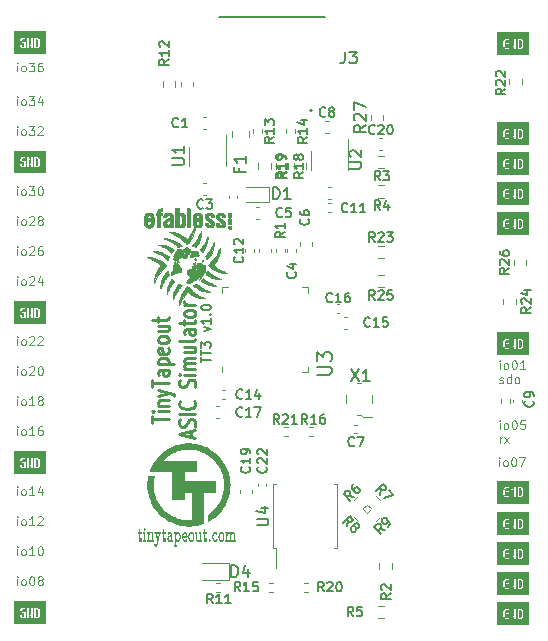
<source format=gbr>
G04 #@! TF.GenerationSoftware,KiCad,Pcbnew,7.0.9-7.0.9~ubuntu22.04.1*
G04 #@! TF.CreationDate,2023-12-06T03:49:37-05:00*
G04 #@! TF.ProjectId,caravel-breakout-fpga-ICE40UP5K-TT3,63617261-7665-46c2-9d62-7265616b6f75,1.0*
G04 #@! TF.SameCoordinates,PX2dc6c00PY42c1d80*
G04 #@! TF.FileFunction,Legend,Top*
G04 #@! TF.FilePolarity,Positive*
%FSLAX46Y46*%
G04 Gerber Fmt 4.6, Leading zero omitted, Abs format (unit mm)*
G04 Created by KiCad (PCBNEW 7.0.9-7.0.9~ubuntu22.04.1) date 2023-12-06 03:49:37*
%MOMM*%
%LPD*%
G01*
G04 APERTURE LIST*
%ADD10C,0.120000*%
%ADD11C,0.180000*%
%ADD12C,0.250000*%
%ADD13C,0.200000*%
%ADD14C,0.150000*%
%ADD15C,0.010000*%
G04 APERTURE END LIST*
D10*
X1046428Y47859276D02*
X1046428Y48359276D01*
X1046428Y48609276D02*
X1010714Y48573562D01*
X1010714Y48573562D02*
X1046428Y48537848D01*
X1046428Y48537848D02*
X1082142Y48573562D01*
X1082142Y48573562D02*
X1046428Y48609276D01*
X1046428Y48609276D02*
X1046428Y48537848D01*
X1510714Y47859276D02*
X1439285Y47894990D01*
X1439285Y47894990D02*
X1403571Y47930705D01*
X1403571Y47930705D02*
X1367857Y48002133D01*
X1367857Y48002133D02*
X1367857Y48216419D01*
X1367857Y48216419D02*
X1403571Y48287848D01*
X1403571Y48287848D02*
X1439285Y48323562D01*
X1439285Y48323562D02*
X1510714Y48359276D01*
X1510714Y48359276D02*
X1617857Y48359276D01*
X1617857Y48359276D02*
X1689285Y48323562D01*
X1689285Y48323562D02*
X1725000Y48287848D01*
X1725000Y48287848D02*
X1760714Y48216419D01*
X1760714Y48216419D02*
X1760714Y48002133D01*
X1760714Y48002133D02*
X1725000Y47930705D01*
X1725000Y47930705D02*
X1689285Y47894990D01*
X1689285Y47894990D02*
X1617857Y47859276D01*
X1617857Y47859276D02*
X1510714Y47859276D01*
X2010713Y48609276D02*
X2474999Y48609276D01*
X2474999Y48609276D02*
X2224999Y48323562D01*
X2224999Y48323562D02*
X2332142Y48323562D01*
X2332142Y48323562D02*
X2403571Y48287848D01*
X2403571Y48287848D02*
X2439285Y48252133D01*
X2439285Y48252133D02*
X2474999Y48180705D01*
X2474999Y48180705D02*
X2474999Y48002133D01*
X2474999Y48002133D02*
X2439285Y47930705D01*
X2439285Y47930705D02*
X2403571Y47894990D01*
X2403571Y47894990D02*
X2332142Y47859276D01*
X2332142Y47859276D02*
X2117856Y47859276D01*
X2117856Y47859276D02*
X2046428Y47894990D01*
X2046428Y47894990D02*
X2010713Y47930705D01*
X3117857Y48609276D02*
X2974999Y48609276D01*
X2974999Y48609276D02*
X2903571Y48573562D01*
X2903571Y48573562D02*
X2867857Y48537848D01*
X2867857Y48537848D02*
X2796428Y48430705D01*
X2796428Y48430705D02*
X2760714Y48287848D01*
X2760714Y48287848D02*
X2760714Y48002133D01*
X2760714Y48002133D02*
X2796428Y47930705D01*
X2796428Y47930705D02*
X2832142Y47894990D01*
X2832142Y47894990D02*
X2903571Y47859276D01*
X2903571Y47859276D02*
X3046428Y47859276D01*
X3046428Y47859276D02*
X3117857Y47894990D01*
X3117857Y47894990D02*
X3153571Y47930705D01*
X3153571Y47930705D02*
X3189285Y48002133D01*
X3189285Y48002133D02*
X3189285Y48180705D01*
X3189285Y48180705D02*
X3153571Y48252133D01*
X3153571Y48252133D02*
X3117857Y48287848D01*
X3117857Y48287848D02*
X3046428Y48323562D01*
X3046428Y48323562D02*
X2903571Y48323562D01*
X2903571Y48323562D02*
X2832142Y48287848D01*
X2832142Y48287848D02*
X2796428Y48252133D01*
X2796428Y48252133D02*
X2760714Y48180705D01*
X1046428Y19599276D02*
X1046428Y20099276D01*
X1046428Y20349276D02*
X1010714Y20313562D01*
X1010714Y20313562D02*
X1046428Y20277848D01*
X1046428Y20277848D02*
X1082142Y20313562D01*
X1082142Y20313562D02*
X1046428Y20349276D01*
X1046428Y20349276D02*
X1046428Y20277848D01*
X1510714Y19599276D02*
X1439285Y19634990D01*
X1439285Y19634990D02*
X1403571Y19670705D01*
X1403571Y19670705D02*
X1367857Y19742133D01*
X1367857Y19742133D02*
X1367857Y19956419D01*
X1367857Y19956419D02*
X1403571Y20027848D01*
X1403571Y20027848D02*
X1439285Y20063562D01*
X1439285Y20063562D02*
X1510714Y20099276D01*
X1510714Y20099276D02*
X1617857Y20099276D01*
X1617857Y20099276D02*
X1689285Y20063562D01*
X1689285Y20063562D02*
X1725000Y20027848D01*
X1725000Y20027848D02*
X1760714Y19956419D01*
X1760714Y19956419D02*
X1760714Y19742133D01*
X1760714Y19742133D02*
X1725000Y19670705D01*
X1725000Y19670705D02*
X1689285Y19634990D01*
X1689285Y19634990D02*
X1617857Y19599276D01*
X1617857Y19599276D02*
X1510714Y19599276D01*
X2474999Y19599276D02*
X2046428Y19599276D01*
X2260713Y19599276D02*
X2260713Y20349276D01*
X2260713Y20349276D02*
X2189285Y20242133D01*
X2189285Y20242133D02*
X2117856Y20170705D01*
X2117856Y20170705D02*
X2046428Y20134990D01*
X2903571Y20027848D02*
X2832142Y20063562D01*
X2832142Y20063562D02*
X2796428Y20099276D01*
X2796428Y20099276D02*
X2760714Y20170705D01*
X2760714Y20170705D02*
X2760714Y20206419D01*
X2760714Y20206419D02*
X2796428Y20277848D01*
X2796428Y20277848D02*
X2832142Y20313562D01*
X2832142Y20313562D02*
X2903571Y20349276D01*
X2903571Y20349276D02*
X3046428Y20349276D01*
X3046428Y20349276D02*
X3117857Y20313562D01*
X3117857Y20313562D02*
X3153571Y20277848D01*
X3153571Y20277848D02*
X3189285Y20206419D01*
X3189285Y20206419D02*
X3189285Y20170705D01*
X3189285Y20170705D02*
X3153571Y20099276D01*
X3153571Y20099276D02*
X3117857Y20063562D01*
X3117857Y20063562D02*
X3046428Y20027848D01*
X3046428Y20027848D02*
X2903571Y20027848D01*
X2903571Y20027848D02*
X2832142Y19992133D01*
X2832142Y19992133D02*
X2796428Y19956419D01*
X2796428Y19956419D02*
X2760714Y19884990D01*
X2760714Y19884990D02*
X2760714Y19742133D01*
X2760714Y19742133D02*
X2796428Y19670705D01*
X2796428Y19670705D02*
X2832142Y19634990D01*
X2832142Y19634990D02*
X2903571Y19599276D01*
X2903571Y19599276D02*
X3046428Y19599276D01*
X3046428Y19599276D02*
X3117857Y19634990D01*
X3117857Y19634990D02*
X3153571Y19670705D01*
X3153571Y19670705D02*
X3189285Y19742133D01*
X3189285Y19742133D02*
X3189285Y19884990D01*
X3189285Y19884990D02*
X3153571Y19956419D01*
X3153571Y19956419D02*
X3117857Y19992133D01*
X3117857Y19992133D02*
X3046428Y20027848D01*
X1046428Y44999276D02*
X1046428Y45499276D01*
X1046428Y45749276D02*
X1010714Y45713562D01*
X1010714Y45713562D02*
X1046428Y45677848D01*
X1046428Y45677848D02*
X1082142Y45713562D01*
X1082142Y45713562D02*
X1046428Y45749276D01*
X1046428Y45749276D02*
X1046428Y45677848D01*
X1510714Y44999276D02*
X1439285Y45034990D01*
X1439285Y45034990D02*
X1403571Y45070705D01*
X1403571Y45070705D02*
X1367857Y45142133D01*
X1367857Y45142133D02*
X1367857Y45356419D01*
X1367857Y45356419D02*
X1403571Y45427848D01*
X1403571Y45427848D02*
X1439285Y45463562D01*
X1439285Y45463562D02*
X1510714Y45499276D01*
X1510714Y45499276D02*
X1617857Y45499276D01*
X1617857Y45499276D02*
X1689285Y45463562D01*
X1689285Y45463562D02*
X1725000Y45427848D01*
X1725000Y45427848D02*
X1760714Y45356419D01*
X1760714Y45356419D02*
X1760714Y45142133D01*
X1760714Y45142133D02*
X1725000Y45070705D01*
X1725000Y45070705D02*
X1689285Y45034990D01*
X1689285Y45034990D02*
X1617857Y44999276D01*
X1617857Y44999276D02*
X1510714Y44999276D01*
X2010713Y45749276D02*
X2474999Y45749276D01*
X2474999Y45749276D02*
X2224999Y45463562D01*
X2224999Y45463562D02*
X2332142Y45463562D01*
X2332142Y45463562D02*
X2403571Y45427848D01*
X2403571Y45427848D02*
X2439285Y45392133D01*
X2439285Y45392133D02*
X2474999Y45320705D01*
X2474999Y45320705D02*
X2474999Y45142133D01*
X2474999Y45142133D02*
X2439285Y45070705D01*
X2439285Y45070705D02*
X2403571Y45034990D01*
X2403571Y45034990D02*
X2332142Y44999276D01*
X2332142Y44999276D02*
X2117856Y44999276D01*
X2117856Y44999276D02*
X2046428Y45034990D01*
X2046428Y45034990D02*
X2010713Y45070705D01*
X3117857Y45499276D02*
X3117857Y44999276D01*
X2939285Y45784990D02*
X2760714Y45249276D01*
X2760714Y45249276D02*
X3224999Y45249276D01*
X41887518Y22663026D02*
X41887518Y23163026D01*
X41887518Y23413026D02*
X41851804Y23377312D01*
X41851804Y23377312D02*
X41887518Y23341598D01*
X41887518Y23341598D02*
X41923232Y23377312D01*
X41923232Y23377312D02*
X41887518Y23413026D01*
X41887518Y23413026D02*
X41887518Y23341598D01*
X42351804Y22663026D02*
X42280375Y22698740D01*
X42280375Y22698740D02*
X42244661Y22734455D01*
X42244661Y22734455D02*
X42208947Y22805883D01*
X42208947Y22805883D02*
X42208947Y23020169D01*
X42208947Y23020169D02*
X42244661Y23091598D01*
X42244661Y23091598D02*
X42280375Y23127312D01*
X42280375Y23127312D02*
X42351804Y23163026D01*
X42351804Y23163026D02*
X42458947Y23163026D01*
X42458947Y23163026D02*
X42530375Y23127312D01*
X42530375Y23127312D02*
X42566090Y23091598D01*
X42566090Y23091598D02*
X42601804Y23020169D01*
X42601804Y23020169D02*
X42601804Y22805883D01*
X42601804Y22805883D02*
X42566090Y22734455D01*
X42566090Y22734455D02*
X42530375Y22698740D01*
X42530375Y22698740D02*
X42458947Y22663026D01*
X42458947Y22663026D02*
X42351804Y22663026D01*
X43066089Y23413026D02*
X43137518Y23413026D01*
X43137518Y23413026D02*
X43208946Y23377312D01*
X43208946Y23377312D02*
X43244661Y23341598D01*
X43244661Y23341598D02*
X43280375Y23270169D01*
X43280375Y23270169D02*
X43316089Y23127312D01*
X43316089Y23127312D02*
X43316089Y22948740D01*
X43316089Y22948740D02*
X43280375Y22805883D01*
X43280375Y22805883D02*
X43244661Y22734455D01*
X43244661Y22734455D02*
X43208946Y22698740D01*
X43208946Y22698740D02*
X43137518Y22663026D01*
X43137518Y22663026D02*
X43066089Y22663026D01*
X43066089Y22663026D02*
X42994661Y22698740D01*
X42994661Y22698740D02*
X42958946Y22734455D01*
X42958946Y22734455D02*
X42923232Y22805883D01*
X42923232Y22805883D02*
X42887518Y22948740D01*
X42887518Y22948740D02*
X42887518Y23127312D01*
X42887518Y23127312D02*
X42923232Y23270169D01*
X42923232Y23270169D02*
X42958946Y23341598D01*
X42958946Y23341598D02*
X42994661Y23377312D01*
X42994661Y23377312D02*
X43066089Y23413026D01*
X44030375Y22663026D02*
X43601804Y22663026D01*
X43816089Y22663026D02*
X43816089Y23413026D01*
X43816089Y23413026D02*
X43744661Y23305883D01*
X43744661Y23305883D02*
X43673232Y23234455D01*
X43673232Y23234455D02*
X43601804Y23198740D01*
X41851804Y21491240D02*
X41923232Y21455526D01*
X41923232Y21455526D02*
X42066089Y21455526D01*
X42066089Y21455526D02*
X42137518Y21491240D01*
X42137518Y21491240D02*
X42173232Y21562669D01*
X42173232Y21562669D02*
X42173232Y21598383D01*
X42173232Y21598383D02*
X42137518Y21669812D01*
X42137518Y21669812D02*
X42066089Y21705526D01*
X42066089Y21705526D02*
X41958947Y21705526D01*
X41958947Y21705526D02*
X41887518Y21741240D01*
X41887518Y21741240D02*
X41851804Y21812669D01*
X41851804Y21812669D02*
X41851804Y21848383D01*
X41851804Y21848383D02*
X41887518Y21919812D01*
X41887518Y21919812D02*
X41958947Y21955526D01*
X41958947Y21955526D02*
X42066089Y21955526D01*
X42066089Y21955526D02*
X42137518Y21919812D01*
X42816090Y21455526D02*
X42816090Y22205526D01*
X42816090Y21491240D02*
X42744661Y21455526D01*
X42744661Y21455526D02*
X42601804Y21455526D01*
X42601804Y21455526D02*
X42530375Y21491240D01*
X42530375Y21491240D02*
X42494661Y21526955D01*
X42494661Y21526955D02*
X42458947Y21598383D01*
X42458947Y21598383D02*
X42458947Y21812669D01*
X42458947Y21812669D02*
X42494661Y21884098D01*
X42494661Y21884098D02*
X42530375Y21919812D01*
X42530375Y21919812D02*
X42601804Y21955526D01*
X42601804Y21955526D02*
X42744661Y21955526D01*
X42744661Y21955526D02*
X42816090Y21919812D01*
X43280375Y21455526D02*
X43208946Y21491240D01*
X43208946Y21491240D02*
X43173232Y21526955D01*
X43173232Y21526955D02*
X43137518Y21598383D01*
X43137518Y21598383D02*
X43137518Y21812669D01*
X43137518Y21812669D02*
X43173232Y21884098D01*
X43173232Y21884098D02*
X43208946Y21919812D01*
X43208946Y21919812D02*
X43280375Y21955526D01*
X43280375Y21955526D02*
X43387518Y21955526D01*
X43387518Y21955526D02*
X43458946Y21919812D01*
X43458946Y21919812D02*
X43494661Y21884098D01*
X43494661Y21884098D02*
X43530375Y21812669D01*
X43530375Y21812669D02*
X43530375Y21598383D01*
X43530375Y21598383D02*
X43494661Y21526955D01*
X43494661Y21526955D02*
X43458946Y21491240D01*
X43458946Y21491240D02*
X43387518Y21455526D01*
X43387518Y21455526D02*
X43280375Y21455526D01*
D11*
X16592735Y23223810D02*
X16592735Y23680953D01*
X17392735Y23452381D02*
X16592735Y23452381D01*
X16592735Y23833334D02*
X16592735Y24290477D01*
X17392735Y24061905D02*
X16592735Y24061905D01*
X16592735Y24480953D02*
X16592735Y24976191D01*
X16592735Y24976191D02*
X16897497Y24709525D01*
X16897497Y24709525D02*
X16897497Y24823810D01*
X16897497Y24823810D02*
X16935592Y24900001D01*
X16935592Y24900001D02*
X16973687Y24938096D01*
X16973687Y24938096D02*
X17049878Y24976191D01*
X17049878Y24976191D02*
X17240354Y24976191D01*
X17240354Y24976191D02*
X17316544Y24938096D01*
X17316544Y24938096D02*
X17354640Y24900001D01*
X17354640Y24900001D02*
X17392735Y24823810D01*
X17392735Y24823810D02*
X17392735Y24595239D01*
X17392735Y24595239D02*
X17354640Y24519048D01*
X17354640Y24519048D02*
X17316544Y24480953D01*
X16859401Y25852382D02*
X17392735Y26042858D01*
X17392735Y26042858D02*
X16859401Y26233335D01*
X17392735Y26957144D02*
X17392735Y26500001D01*
X17392735Y26728573D02*
X16592735Y26728573D01*
X16592735Y26728573D02*
X16707020Y26652382D01*
X16707020Y26652382D02*
X16783211Y26576192D01*
X16783211Y26576192D02*
X16821306Y26500001D01*
X17316544Y27300002D02*
X17354640Y27338097D01*
X17354640Y27338097D02*
X17392735Y27300002D01*
X17392735Y27300002D02*
X17354640Y27261906D01*
X17354640Y27261906D02*
X17316544Y27300002D01*
X17316544Y27300002D02*
X17392735Y27300002D01*
X16592735Y27833335D02*
X16592735Y27909525D01*
X16592735Y27909525D02*
X16630830Y27985716D01*
X16630830Y27985716D02*
X16668925Y28023811D01*
X16668925Y28023811D02*
X16745116Y28061906D01*
X16745116Y28061906D02*
X16897497Y28100001D01*
X16897497Y28100001D02*
X17087973Y28100001D01*
X17087973Y28100001D02*
X17240354Y28061906D01*
X17240354Y28061906D02*
X17316544Y28023811D01*
X17316544Y28023811D02*
X17354640Y27985716D01*
X17354640Y27985716D02*
X17392735Y27909525D01*
X17392735Y27909525D02*
X17392735Y27833335D01*
X17392735Y27833335D02*
X17354640Y27757144D01*
X17354640Y27757144D02*
X17316544Y27719049D01*
X17316544Y27719049D02*
X17240354Y27680954D01*
X17240354Y27680954D02*
X17087973Y27642858D01*
X17087973Y27642858D02*
X16897497Y27642858D01*
X16897497Y27642858D02*
X16745116Y27680954D01*
X16745116Y27680954D02*
X16668925Y27719049D01*
X16668925Y27719049D02*
X16630830Y27757144D01*
X16630830Y27757144D02*
X16592735Y27833335D01*
D10*
X1046428Y4359276D02*
X1046428Y4859276D01*
X1046428Y5109276D02*
X1010714Y5073562D01*
X1010714Y5073562D02*
X1046428Y5037848D01*
X1046428Y5037848D02*
X1082142Y5073562D01*
X1082142Y5073562D02*
X1046428Y5109276D01*
X1046428Y5109276D02*
X1046428Y5037848D01*
X1510714Y4359276D02*
X1439285Y4394990D01*
X1439285Y4394990D02*
X1403571Y4430705D01*
X1403571Y4430705D02*
X1367857Y4502133D01*
X1367857Y4502133D02*
X1367857Y4716419D01*
X1367857Y4716419D02*
X1403571Y4787848D01*
X1403571Y4787848D02*
X1439285Y4823562D01*
X1439285Y4823562D02*
X1510714Y4859276D01*
X1510714Y4859276D02*
X1617857Y4859276D01*
X1617857Y4859276D02*
X1689285Y4823562D01*
X1689285Y4823562D02*
X1725000Y4787848D01*
X1725000Y4787848D02*
X1760714Y4716419D01*
X1760714Y4716419D02*
X1760714Y4502133D01*
X1760714Y4502133D02*
X1725000Y4430705D01*
X1725000Y4430705D02*
X1689285Y4394990D01*
X1689285Y4394990D02*
X1617857Y4359276D01*
X1617857Y4359276D02*
X1510714Y4359276D01*
X2224999Y5109276D02*
X2296428Y5109276D01*
X2296428Y5109276D02*
X2367856Y5073562D01*
X2367856Y5073562D02*
X2403571Y5037848D01*
X2403571Y5037848D02*
X2439285Y4966419D01*
X2439285Y4966419D02*
X2474999Y4823562D01*
X2474999Y4823562D02*
X2474999Y4644990D01*
X2474999Y4644990D02*
X2439285Y4502133D01*
X2439285Y4502133D02*
X2403571Y4430705D01*
X2403571Y4430705D02*
X2367856Y4394990D01*
X2367856Y4394990D02*
X2296428Y4359276D01*
X2296428Y4359276D02*
X2224999Y4359276D01*
X2224999Y4359276D02*
X2153571Y4394990D01*
X2153571Y4394990D02*
X2117856Y4430705D01*
X2117856Y4430705D02*
X2082142Y4502133D01*
X2082142Y4502133D02*
X2046428Y4644990D01*
X2046428Y4644990D02*
X2046428Y4823562D01*
X2046428Y4823562D02*
X2082142Y4966419D01*
X2082142Y4966419D02*
X2117856Y5037848D01*
X2117856Y5037848D02*
X2153571Y5073562D01*
X2153571Y5073562D02*
X2224999Y5109276D01*
X2903571Y4787848D02*
X2832142Y4823562D01*
X2832142Y4823562D02*
X2796428Y4859276D01*
X2796428Y4859276D02*
X2760714Y4930705D01*
X2760714Y4930705D02*
X2760714Y4966419D01*
X2760714Y4966419D02*
X2796428Y5037848D01*
X2796428Y5037848D02*
X2832142Y5073562D01*
X2832142Y5073562D02*
X2903571Y5109276D01*
X2903571Y5109276D02*
X3046428Y5109276D01*
X3046428Y5109276D02*
X3117857Y5073562D01*
X3117857Y5073562D02*
X3153571Y5037848D01*
X3153571Y5037848D02*
X3189285Y4966419D01*
X3189285Y4966419D02*
X3189285Y4930705D01*
X3189285Y4930705D02*
X3153571Y4859276D01*
X3153571Y4859276D02*
X3117857Y4823562D01*
X3117857Y4823562D02*
X3046428Y4787848D01*
X3046428Y4787848D02*
X2903571Y4787848D01*
X2903571Y4787848D02*
X2832142Y4752133D01*
X2832142Y4752133D02*
X2796428Y4716419D01*
X2796428Y4716419D02*
X2760714Y4644990D01*
X2760714Y4644990D02*
X2760714Y4502133D01*
X2760714Y4502133D02*
X2796428Y4430705D01*
X2796428Y4430705D02*
X2832142Y4394990D01*
X2832142Y4394990D02*
X2903571Y4359276D01*
X2903571Y4359276D02*
X3046428Y4359276D01*
X3046428Y4359276D02*
X3117857Y4394990D01*
X3117857Y4394990D02*
X3153571Y4430705D01*
X3153571Y4430705D02*
X3189285Y4502133D01*
X3189285Y4502133D02*
X3189285Y4644990D01*
X3189285Y4644990D02*
X3153571Y4716419D01*
X3153571Y4716419D02*
X3117857Y4752133D01*
X3117857Y4752133D02*
X3046428Y4787848D01*
X1046428Y11979276D02*
X1046428Y12479276D01*
X1046428Y12729276D02*
X1010714Y12693562D01*
X1010714Y12693562D02*
X1046428Y12657848D01*
X1046428Y12657848D02*
X1082142Y12693562D01*
X1082142Y12693562D02*
X1046428Y12729276D01*
X1046428Y12729276D02*
X1046428Y12657848D01*
X1510714Y11979276D02*
X1439285Y12014990D01*
X1439285Y12014990D02*
X1403571Y12050705D01*
X1403571Y12050705D02*
X1367857Y12122133D01*
X1367857Y12122133D02*
X1367857Y12336419D01*
X1367857Y12336419D02*
X1403571Y12407848D01*
X1403571Y12407848D02*
X1439285Y12443562D01*
X1439285Y12443562D02*
X1510714Y12479276D01*
X1510714Y12479276D02*
X1617857Y12479276D01*
X1617857Y12479276D02*
X1689285Y12443562D01*
X1689285Y12443562D02*
X1725000Y12407848D01*
X1725000Y12407848D02*
X1760714Y12336419D01*
X1760714Y12336419D02*
X1760714Y12122133D01*
X1760714Y12122133D02*
X1725000Y12050705D01*
X1725000Y12050705D02*
X1689285Y12014990D01*
X1689285Y12014990D02*
X1617857Y11979276D01*
X1617857Y11979276D02*
X1510714Y11979276D01*
X2474999Y11979276D02*
X2046428Y11979276D01*
X2260713Y11979276D02*
X2260713Y12729276D01*
X2260713Y12729276D02*
X2189285Y12622133D01*
X2189285Y12622133D02*
X2117856Y12550705D01*
X2117856Y12550705D02*
X2046428Y12514990D01*
X3117857Y12479276D02*
X3117857Y11979276D01*
X2939285Y12764990D02*
X2760714Y12229276D01*
X2760714Y12229276D02*
X3224999Y12229276D01*
X1046428Y6899276D02*
X1046428Y7399276D01*
X1046428Y7649276D02*
X1010714Y7613562D01*
X1010714Y7613562D02*
X1046428Y7577848D01*
X1046428Y7577848D02*
X1082142Y7613562D01*
X1082142Y7613562D02*
X1046428Y7649276D01*
X1046428Y7649276D02*
X1046428Y7577848D01*
X1510714Y6899276D02*
X1439285Y6934990D01*
X1439285Y6934990D02*
X1403571Y6970705D01*
X1403571Y6970705D02*
X1367857Y7042133D01*
X1367857Y7042133D02*
X1367857Y7256419D01*
X1367857Y7256419D02*
X1403571Y7327848D01*
X1403571Y7327848D02*
X1439285Y7363562D01*
X1439285Y7363562D02*
X1510714Y7399276D01*
X1510714Y7399276D02*
X1617857Y7399276D01*
X1617857Y7399276D02*
X1689285Y7363562D01*
X1689285Y7363562D02*
X1725000Y7327848D01*
X1725000Y7327848D02*
X1760714Y7256419D01*
X1760714Y7256419D02*
X1760714Y7042133D01*
X1760714Y7042133D02*
X1725000Y6970705D01*
X1725000Y6970705D02*
X1689285Y6934990D01*
X1689285Y6934990D02*
X1617857Y6899276D01*
X1617857Y6899276D02*
X1510714Y6899276D01*
X2474999Y6899276D02*
X2046428Y6899276D01*
X2260713Y6899276D02*
X2260713Y7649276D01*
X2260713Y7649276D02*
X2189285Y7542133D01*
X2189285Y7542133D02*
X2117856Y7470705D01*
X2117856Y7470705D02*
X2046428Y7434990D01*
X2939285Y7649276D02*
X3010714Y7649276D01*
X3010714Y7649276D02*
X3082142Y7613562D01*
X3082142Y7613562D02*
X3117857Y7577848D01*
X3117857Y7577848D02*
X3153571Y7506419D01*
X3153571Y7506419D02*
X3189285Y7363562D01*
X3189285Y7363562D02*
X3189285Y7184990D01*
X3189285Y7184990D02*
X3153571Y7042133D01*
X3153571Y7042133D02*
X3117857Y6970705D01*
X3117857Y6970705D02*
X3082142Y6934990D01*
X3082142Y6934990D02*
X3010714Y6899276D01*
X3010714Y6899276D02*
X2939285Y6899276D01*
X2939285Y6899276D02*
X2867857Y6934990D01*
X2867857Y6934990D02*
X2832142Y6970705D01*
X2832142Y6970705D02*
X2796428Y7042133D01*
X2796428Y7042133D02*
X2760714Y7184990D01*
X2760714Y7184990D02*
X2760714Y7363562D01*
X2760714Y7363562D02*
X2796428Y7506419D01*
X2796428Y7506419D02*
X2832142Y7577848D01*
X2832142Y7577848D02*
X2867857Y7613562D01*
X2867857Y7613562D02*
X2939285Y7649276D01*
X1046428Y32299276D02*
X1046428Y32799276D01*
X1046428Y33049276D02*
X1010714Y33013562D01*
X1010714Y33013562D02*
X1046428Y32977848D01*
X1046428Y32977848D02*
X1082142Y33013562D01*
X1082142Y33013562D02*
X1046428Y33049276D01*
X1046428Y33049276D02*
X1046428Y32977848D01*
X1510714Y32299276D02*
X1439285Y32334990D01*
X1439285Y32334990D02*
X1403571Y32370705D01*
X1403571Y32370705D02*
X1367857Y32442133D01*
X1367857Y32442133D02*
X1367857Y32656419D01*
X1367857Y32656419D02*
X1403571Y32727848D01*
X1403571Y32727848D02*
X1439285Y32763562D01*
X1439285Y32763562D02*
X1510714Y32799276D01*
X1510714Y32799276D02*
X1617857Y32799276D01*
X1617857Y32799276D02*
X1689285Y32763562D01*
X1689285Y32763562D02*
X1725000Y32727848D01*
X1725000Y32727848D02*
X1760714Y32656419D01*
X1760714Y32656419D02*
X1760714Y32442133D01*
X1760714Y32442133D02*
X1725000Y32370705D01*
X1725000Y32370705D02*
X1689285Y32334990D01*
X1689285Y32334990D02*
X1617857Y32299276D01*
X1617857Y32299276D02*
X1510714Y32299276D01*
X2046428Y32977848D02*
X2082142Y33013562D01*
X2082142Y33013562D02*
X2153571Y33049276D01*
X2153571Y33049276D02*
X2332142Y33049276D01*
X2332142Y33049276D02*
X2403571Y33013562D01*
X2403571Y33013562D02*
X2439285Y32977848D01*
X2439285Y32977848D02*
X2474999Y32906419D01*
X2474999Y32906419D02*
X2474999Y32834990D01*
X2474999Y32834990D02*
X2439285Y32727848D01*
X2439285Y32727848D02*
X2010713Y32299276D01*
X2010713Y32299276D02*
X2474999Y32299276D01*
X3117857Y33049276D02*
X2974999Y33049276D01*
X2974999Y33049276D02*
X2903571Y33013562D01*
X2903571Y33013562D02*
X2867857Y32977848D01*
X2867857Y32977848D02*
X2796428Y32870705D01*
X2796428Y32870705D02*
X2760714Y32727848D01*
X2760714Y32727848D02*
X2760714Y32442133D01*
X2760714Y32442133D02*
X2796428Y32370705D01*
X2796428Y32370705D02*
X2832142Y32334990D01*
X2832142Y32334990D02*
X2903571Y32299276D01*
X2903571Y32299276D02*
X3046428Y32299276D01*
X3046428Y32299276D02*
X3117857Y32334990D01*
X3117857Y32334990D02*
X3153571Y32370705D01*
X3153571Y32370705D02*
X3189285Y32442133D01*
X3189285Y32442133D02*
X3189285Y32620705D01*
X3189285Y32620705D02*
X3153571Y32692133D01*
X3153571Y32692133D02*
X3117857Y32727848D01*
X3117857Y32727848D02*
X3046428Y32763562D01*
X3046428Y32763562D02*
X2903571Y32763562D01*
X2903571Y32763562D02*
X2832142Y32727848D01*
X2832142Y32727848D02*
X2796428Y32692133D01*
X2796428Y32692133D02*
X2760714Y32620705D01*
X1046428Y24679276D02*
X1046428Y25179276D01*
X1046428Y25429276D02*
X1010714Y25393562D01*
X1010714Y25393562D02*
X1046428Y25357848D01*
X1046428Y25357848D02*
X1082142Y25393562D01*
X1082142Y25393562D02*
X1046428Y25429276D01*
X1046428Y25429276D02*
X1046428Y25357848D01*
X1510714Y24679276D02*
X1439285Y24714990D01*
X1439285Y24714990D02*
X1403571Y24750705D01*
X1403571Y24750705D02*
X1367857Y24822133D01*
X1367857Y24822133D02*
X1367857Y25036419D01*
X1367857Y25036419D02*
X1403571Y25107848D01*
X1403571Y25107848D02*
X1439285Y25143562D01*
X1439285Y25143562D02*
X1510714Y25179276D01*
X1510714Y25179276D02*
X1617857Y25179276D01*
X1617857Y25179276D02*
X1689285Y25143562D01*
X1689285Y25143562D02*
X1725000Y25107848D01*
X1725000Y25107848D02*
X1760714Y25036419D01*
X1760714Y25036419D02*
X1760714Y24822133D01*
X1760714Y24822133D02*
X1725000Y24750705D01*
X1725000Y24750705D02*
X1689285Y24714990D01*
X1689285Y24714990D02*
X1617857Y24679276D01*
X1617857Y24679276D02*
X1510714Y24679276D01*
X2046428Y25357848D02*
X2082142Y25393562D01*
X2082142Y25393562D02*
X2153571Y25429276D01*
X2153571Y25429276D02*
X2332142Y25429276D01*
X2332142Y25429276D02*
X2403571Y25393562D01*
X2403571Y25393562D02*
X2439285Y25357848D01*
X2439285Y25357848D02*
X2474999Y25286419D01*
X2474999Y25286419D02*
X2474999Y25214990D01*
X2474999Y25214990D02*
X2439285Y25107848D01*
X2439285Y25107848D02*
X2010713Y24679276D01*
X2010713Y24679276D02*
X2474999Y24679276D01*
X2760714Y25357848D02*
X2796428Y25393562D01*
X2796428Y25393562D02*
X2867857Y25429276D01*
X2867857Y25429276D02*
X3046428Y25429276D01*
X3046428Y25429276D02*
X3117857Y25393562D01*
X3117857Y25393562D02*
X3153571Y25357848D01*
X3153571Y25357848D02*
X3189285Y25286419D01*
X3189285Y25286419D02*
X3189285Y25214990D01*
X3189285Y25214990D02*
X3153571Y25107848D01*
X3153571Y25107848D02*
X2724999Y24679276D01*
X2724999Y24679276D02*
X3189285Y24679276D01*
D12*
X12461666Y18125000D02*
X12461666Y18725000D01*
X13861666Y18425000D02*
X12461666Y18425000D01*
X13861666Y19075000D02*
X12928333Y19075000D01*
X12461666Y19075000D02*
X12528333Y19025000D01*
X12528333Y19025000D02*
X12595000Y19075000D01*
X12595000Y19075000D02*
X12528333Y19125000D01*
X12528333Y19125000D02*
X12461666Y19075000D01*
X12461666Y19075000D02*
X12595000Y19075000D01*
X12928333Y19575000D02*
X13861666Y19575000D01*
X13061666Y19575000D02*
X12995000Y19625000D01*
X12995000Y19625000D02*
X12928333Y19725000D01*
X12928333Y19725000D02*
X12928333Y19875000D01*
X12928333Y19875000D02*
X12995000Y19975000D01*
X12995000Y19975000D02*
X13128333Y20025000D01*
X13128333Y20025000D02*
X13861666Y20025000D01*
X12928333Y20425000D02*
X13861666Y20675000D01*
X12928333Y20925000D02*
X13861666Y20675000D01*
X13861666Y20675000D02*
X14195000Y20575000D01*
X14195000Y20575000D02*
X14261666Y20525000D01*
X14261666Y20525000D02*
X14328333Y20425000D01*
X12461666Y21175000D02*
X12461666Y21775000D01*
X13861666Y21475000D02*
X12461666Y21475000D01*
X13861666Y22575000D02*
X13128333Y22575000D01*
X13128333Y22575000D02*
X12995000Y22525000D01*
X12995000Y22525000D02*
X12928333Y22425000D01*
X12928333Y22425000D02*
X12928333Y22225000D01*
X12928333Y22225000D02*
X12995000Y22125000D01*
X13795000Y22575000D02*
X13861666Y22475000D01*
X13861666Y22475000D02*
X13861666Y22225000D01*
X13861666Y22225000D02*
X13795000Y22125000D01*
X13795000Y22125000D02*
X13661666Y22075000D01*
X13661666Y22075000D02*
X13528333Y22075000D01*
X13528333Y22075000D02*
X13395000Y22125000D01*
X13395000Y22125000D02*
X13328333Y22225000D01*
X13328333Y22225000D02*
X13328333Y22475000D01*
X13328333Y22475000D02*
X13261666Y22575000D01*
X12928333Y23075000D02*
X14328333Y23075000D01*
X12995000Y23075000D02*
X12928333Y23175000D01*
X12928333Y23175000D02*
X12928333Y23375000D01*
X12928333Y23375000D02*
X12995000Y23475000D01*
X12995000Y23475000D02*
X13061666Y23525000D01*
X13061666Y23525000D02*
X13195000Y23575000D01*
X13195000Y23575000D02*
X13595000Y23575000D01*
X13595000Y23575000D02*
X13728333Y23525000D01*
X13728333Y23525000D02*
X13795000Y23475000D01*
X13795000Y23475000D02*
X13861666Y23375000D01*
X13861666Y23375000D02*
X13861666Y23175000D01*
X13861666Y23175000D02*
X13795000Y23075000D01*
X13795000Y24425000D02*
X13861666Y24325000D01*
X13861666Y24325000D02*
X13861666Y24125000D01*
X13861666Y24125000D02*
X13795000Y24025000D01*
X13795000Y24025000D02*
X13661666Y23975000D01*
X13661666Y23975000D02*
X13128333Y23975000D01*
X13128333Y23975000D02*
X12995000Y24025000D01*
X12995000Y24025000D02*
X12928333Y24125000D01*
X12928333Y24125000D02*
X12928333Y24325000D01*
X12928333Y24325000D02*
X12995000Y24425000D01*
X12995000Y24425000D02*
X13128333Y24475000D01*
X13128333Y24475000D02*
X13261666Y24475000D01*
X13261666Y24475000D02*
X13395000Y23975000D01*
X13861666Y25075000D02*
X13795000Y24975000D01*
X13795000Y24975000D02*
X13728333Y24925000D01*
X13728333Y24925000D02*
X13595000Y24875000D01*
X13595000Y24875000D02*
X13195000Y24875000D01*
X13195000Y24875000D02*
X13061666Y24925000D01*
X13061666Y24925000D02*
X12995000Y24975000D01*
X12995000Y24975000D02*
X12928333Y25075000D01*
X12928333Y25075000D02*
X12928333Y25225000D01*
X12928333Y25225000D02*
X12995000Y25325000D01*
X12995000Y25325000D02*
X13061666Y25375000D01*
X13061666Y25375000D02*
X13195000Y25425000D01*
X13195000Y25425000D02*
X13595000Y25425000D01*
X13595000Y25425000D02*
X13728333Y25375000D01*
X13728333Y25375000D02*
X13795000Y25325000D01*
X13795000Y25325000D02*
X13861666Y25225000D01*
X13861666Y25225000D02*
X13861666Y25075000D01*
X12928333Y26325000D02*
X13861666Y26325000D01*
X12928333Y25875000D02*
X13661666Y25875000D01*
X13661666Y25875000D02*
X13795000Y25925000D01*
X13795000Y25925000D02*
X13861666Y26025000D01*
X13861666Y26025000D02*
X13861666Y26175000D01*
X13861666Y26175000D02*
X13795000Y26275000D01*
X13795000Y26275000D02*
X13728333Y26325000D01*
X12928333Y26675000D02*
X12928333Y27075000D01*
X12461666Y26825000D02*
X13661666Y26825000D01*
X13661666Y26825000D02*
X13795000Y26875000D01*
X13795000Y26875000D02*
X13861666Y26975000D01*
X13861666Y26975000D02*
X13861666Y27075000D01*
X15715666Y16900000D02*
X15715666Y17400000D01*
X16115666Y16800000D02*
X14715666Y17150000D01*
X14715666Y17150000D02*
X16115666Y17500000D01*
X16049000Y17800000D02*
X16115666Y17950000D01*
X16115666Y17950000D02*
X16115666Y18200000D01*
X16115666Y18200000D02*
X16049000Y18300000D01*
X16049000Y18300000D02*
X15982333Y18350000D01*
X15982333Y18350000D02*
X15849000Y18400000D01*
X15849000Y18400000D02*
X15715666Y18400000D01*
X15715666Y18400000D02*
X15582333Y18350000D01*
X15582333Y18350000D02*
X15515666Y18300000D01*
X15515666Y18300000D02*
X15449000Y18200000D01*
X15449000Y18200000D02*
X15382333Y18000000D01*
X15382333Y18000000D02*
X15315666Y17900000D01*
X15315666Y17900000D02*
X15249000Y17850000D01*
X15249000Y17850000D02*
X15115666Y17800000D01*
X15115666Y17800000D02*
X14982333Y17800000D01*
X14982333Y17800000D02*
X14849000Y17850000D01*
X14849000Y17850000D02*
X14782333Y17900000D01*
X14782333Y17900000D02*
X14715666Y18000000D01*
X14715666Y18000000D02*
X14715666Y18250000D01*
X14715666Y18250000D02*
X14782333Y18400000D01*
X16115666Y18850000D02*
X14715666Y18850000D01*
X15982333Y19950000D02*
X16049000Y19900000D01*
X16049000Y19900000D02*
X16115666Y19750000D01*
X16115666Y19750000D02*
X16115666Y19650000D01*
X16115666Y19650000D02*
X16049000Y19500000D01*
X16049000Y19500000D02*
X15915666Y19400000D01*
X15915666Y19400000D02*
X15782333Y19350000D01*
X15782333Y19350000D02*
X15515666Y19300000D01*
X15515666Y19300000D02*
X15315666Y19300000D01*
X15315666Y19300000D02*
X15049000Y19350000D01*
X15049000Y19350000D02*
X14915666Y19400000D01*
X14915666Y19400000D02*
X14782333Y19500000D01*
X14782333Y19500000D02*
X14715666Y19650000D01*
X14715666Y19650000D02*
X14715666Y19750000D01*
X14715666Y19750000D02*
X14782333Y19900000D01*
X14782333Y19900000D02*
X14849000Y19950000D01*
X16049000Y21150000D02*
X16115666Y21300000D01*
X16115666Y21300000D02*
X16115666Y21550000D01*
X16115666Y21550000D02*
X16049000Y21650000D01*
X16049000Y21650000D02*
X15982333Y21700000D01*
X15982333Y21700000D02*
X15849000Y21750000D01*
X15849000Y21750000D02*
X15715666Y21750000D01*
X15715666Y21750000D02*
X15582333Y21700000D01*
X15582333Y21700000D02*
X15515666Y21650000D01*
X15515666Y21650000D02*
X15449000Y21550000D01*
X15449000Y21550000D02*
X15382333Y21350000D01*
X15382333Y21350000D02*
X15315666Y21250000D01*
X15315666Y21250000D02*
X15249000Y21200000D01*
X15249000Y21200000D02*
X15115666Y21150000D01*
X15115666Y21150000D02*
X14982333Y21150000D01*
X14982333Y21150000D02*
X14849000Y21200000D01*
X14849000Y21200000D02*
X14782333Y21250000D01*
X14782333Y21250000D02*
X14715666Y21350000D01*
X14715666Y21350000D02*
X14715666Y21600000D01*
X14715666Y21600000D02*
X14782333Y21750000D01*
X16115666Y22200000D02*
X15182333Y22200000D01*
X14715666Y22200000D02*
X14782333Y22150000D01*
X14782333Y22150000D02*
X14849000Y22200000D01*
X14849000Y22200000D02*
X14782333Y22250000D01*
X14782333Y22250000D02*
X14715666Y22200000D01*
X14715666Y22200000D02*
X14849000Y22200000D01*
X16115666Y22700000D02*
X15182333Y22700000D01*
X15315666Y22700000D02*
X15249000Y22750000D01*
X15249000Y22750000D02*
X15182333Y22850000D01*
X15182333Y22850000D02*
X15182333Y23000000D01*
X15182333Y23000000D02*
X15249000Y23100000D01*
X15249000Y23100000D02*
X15382333Y23150000D01*
X15382333Y23150000D02*
X16115666Y23150000D01*
X15382333Y23150000D02*
X15249000Y23200000D01*
X15249000Y23200000D02*
X15182333Y23300000D01*
X15182333Y23300000D02*
X15182333Y23450000D01*
X15182333Y23450000D02*
X15249000Y23550000D01*
X15249000Y23550000D02*
X15382333Y23600000D01*
X15382333Y23600000D02*
X16115666Y23600000D01*
X15182333Y24550000D02*
X16115666Y24550000D01*
X15182333Y24100000D02*
X15915666Y24100000D01*
X15915666Y24100000D02*
X16049000Y24150000D01*
X16049000Y24150000D02*
X16115666Y24250000D01*
X16115666Y24250000D02*
X16115666Y24400000D01*
X16115666Y24400000D02*
X16049000Y24500000D01*
X16049000Y24500000D02*
X15982333Y24550000D01*
X16115666Y25200000D02*
X16049000Y25100000D01*
X16049000Y25100000D02*
X15915666Y25050000D01*
X15915666Y25050000D02*
X14715666Y25050000D01*
X16115666Y26050000D02*
X15382333Y26050000D01*
X15382333Y26050000D02*
X15249000Y26000000D01*
X15249000Y26000000D02*
X15182333Y25900000D01*
X15182333Y25900000D02*
X15182333Y25700000D01*
X15182333Y25700000D02*
X15249000Y25600000D01*
X16049000Y26050000D02*
X16115666Y25950000D01*
X16115666Y25950000D02*
X16115666Y25700000D01*
X16115666Y25700000D02*
X16049000Y25600000D01*
X16049000Y25600000D02*
X15915666Y25550000D01*
X15915666Y25550000D02*
X15782333Y25550000D01*
X15782333Y25550000D02*
X15649000Y25600000D01*
X15649000Y25600000D02*
X15582333Y25700000D01*
X15582333Y25700000D02*
X15582333Y25950000D01*
X15582333Y25950000D02*
X15515666Y26050000D01*
X15182333Y26400000D02*
X15182333Y26800000D01*
X14715666Y26550000D02*
X15915666Y26550000D01*
X15915666Y26550000D02*
X16049000Y26600000D01*
X16049000Y26600000D02*
X16115666Y26700000D01*
X16115666Y26700000D02*
X16115666Y26800000D01*
X16115666Y27300000D02*
X16049000Y27200000D01*
X16049000Y27200000D02*
X15982333Y27150000D01*
X15982333Y27150000D02*
X15849000Y27100000D01*
X15849000Y27100000D02*
X15449000Y27100000D01*
X15449000Y27100000D02*
X15315666Y27150000D01*
X15315666Y27150000D02*
X15249000Y27200000D01*
X15249000Y27200000D02*
X15182333Y27300000D01*
X15182333Y27300000D02*
X15182333Y27450000D01*
X15182333Y27450000D02*
X15249000Y27550000D01*
X15249000Y27550000D02*
X15315666Y27600000D01*
X15315666Y27600000D02*
X15449000Y27650000D01*
X15449000Y27650000D02*
X15849000Y27650000D01*
X15849000Y27650000D02*
X15982333Y27600000D01*
X15982333Y27600000D02*
X16049000Y27550000D01*
X16049000Y27550000D02*
X16115666Y27450000D01*
X16115666Y27450000D02*
X16115666Y27300000D01*
X16115666Y28100000D02*
X15182333Y28100000D01*
X15449000Y28100000D02*
X15315666Y28150000D01*
X15315666Y28150000D02*
X15249000Y28200000D01*
X15249000Y28200000D02*
X15182333Y28300000D01*
X15182333Y28300000D02*
X15182333Y28400000D01*
D10*
X1046428Y29759276D02*
X1046428Y30259276D01*
X1046428Y30509276D02*
X1010714Y30473562D01*
X1010714Y30473562D02*
X1046428Y30437848D01*
X1046428Y30437848D02*
X1082142Y30473562D01*
X1082142Y30473562D02*
X1046428Y30509276D01*
X1046428Y30509276D02*
X1046428Y30437848D01*
X1510714Y29759276D02*
X1439285Y29794990D01*
X1439285Y29794990D02*
X1403571Y29830705D01*
X1403571Y29830705D02*
X1367857Y29902133D01*
X1367857Y29902133D02*
X1367857Y30116419D01*
X1367857Y30116419D02*
X1403571Y30187848D01*
X1403571Y30187848D02*
X1439285Y30223562D01*
X1439285Y30223562D02*
X1510714Y30259276D01*
X1510714Y30259276D02*
X1617857Y30259276D01*
X1617857Y30259276D02*
X1689285Y30223562D01*
X1689285Y30223562D02*
X1725000Y30187848D01*
X1725000Y30187848D02*
X1760714Y30116419D01*
X1760714Y30116419D02*
X1760714Y29902133D01*
X1760714Y29902133D02*
X1725000Y29830705D01*
X1725000Y29830705D02*
X1689285Y29794990D01*
X1689285Y29794990D02*
X1617857Y29759276D01*
X1617857Y29759276D02*
X1510714Y29759276D01*
X2046428Y30437848D02*
X2082142Y30473562D01*
X2082142Y30473562D02*
X2153571Y30509276D01*
X2153571Y30509276D02*
X2332142Y30509276D01*
X2332142Y30509276D02*
X2403571Y30473562D01*
X2403571Y30473562D02*
X2439285Y30437848D01*
X2439285Y30437848D02*
X2474999Y30366419D01*
X2474999Y30366419D02*
X2474999Y30294990D01*
X2474999Y30294990D02*
X2439285Y30187848D01*
X2439285Y30187848D02*
X2010713Y29759276D01*
X2010713Y29759276D02*
X2474999Y29759276D01*
X3117857Y30259276D02*
X3117857Y29759276D01*
X2939285Y30544990D02*
X2760714Y30009276D01*
X2760714Y30009276D02*
X3224999Y30009276D01*
X1046428Y9439276D02*
X1046428Y9939276D01*
X1046428Y10189276D02*
X1010714Y10153562D01*
X1010714Y10153562D02*
X1046428Y10117848D01*
X1046428Y10117848D02*
X1082142Y10153562D01*
X1082142Y10153562D02*
X1046428Y10189276D01*
X1046428Y10189276D02*
X1046428Y10117848D01*
X1510714Y9439276D02*
X1439285Y9474990D01*
X1439285Y9474990D02*
X1403571Y9510705D01*
X1403571Y9510705D02*
X1367857Y9582133D01*
X1367857Y9582133D02*
X1367857Y9796419D01*
X1367857Y9796419D02*
X1403571Y9867848D01*
X1403571Y9867848D02*
X1439285Y9903562D01*
X1439285Y9903562D02*
X1510714Y9939276D01*
X1510714Y9939276D02*
X1617857Y9939276D01*
X1617857Y9939276D02*
X1689285Y9903562D01*
X1689285Y9903562D02*
X1725000Y9867848D01*
X1725000Y9867848D02*
X1760714Y9796419D01*
X1760714Y9796419D02*
X1760714Y9582133D01*
X1760714Y9582133D02*
X1725000Y9510705D01*
X1725000Y9510705D02*
X1689285Y9474990D01*
X1689285Y9474990D02*
X1617857Y9439276D01*
X1617857Y9439276D02*
X1510714Y9439276D01*
X2474999Y9439276D02*
X2046428Y9439276D01*
X2260713Y9439276D02*
X2260713Y10189276D01*
X2260713Y10189276D02*
X2189285Y10082133D01*
X2189285Y10082133D02*
X2117856Y10010705D01*
X2117856Y10010705D02*
X2046428Y9974990D01*
X2760714Y10117848D02*
X2796428Y10153562D01*
X2796428Y10153562D02*
X2867857Y10189276D01*
X2867857Y10189276D02*
X3046428Y10189276D01*
X3046428Y10189276D02*
X3117857Y10153562D01*
X3117857Y10153562D02*
X3153571Y10117848D01*
X3153571Y10117848D02*
X3189285Y10046419D01*
X3189285Y10046419D02*
X3189285Y9974990D01*
X3189285Y9974990D02*
X3153571Y9867848D01*
X3153571Y9867848D02*
X2724999Y9439276D01*
X2724999Y9439276D02*
X3189285Y9439276D01*
X1046428Y42459276D02*
X1046428Y42959276D01*
X1046428Y43209276D02*
X1010714Y43173562D01*
X1010714Y43173562D02*
X1046428Y43137848D01*
X1046428Y43137848D02*
X1082142Y43173562D01*
X1082142Y43173562D02*
X1046428Y43209276D01*
X1046428Y43209276D02*
X1046428Y43137848D01*
X1510714Y42459276D02*
X1439285Y42494990D01*
X1439285Y42494990D02*
X1403571Y42530705D01*
X1403571Y42530705D02*
X1367857Y42602133D01*
X1367857Y42602133D02*
X1367857Y42816419D01*
X1367857Y42816419D02*
X1403571Y42887848D01*
X1403571Y42887848D02*
X1439285Y42923562D01*
X1439285Y42923562D02*
X1510714Y42959276D01*
X1510714Y42959276D02*
X1617857Y42959276D01*
X1617857Y42959276D02*
X1689285Y42923562D01*
X1689285Y42923562D02*
X1725000Y42887848D01*
X1725000Y42887848D02*
X1760714Y42816419D01*
X1760714Y42816419D02*
X1760714Y42602133D01*
X1760714Y42602133D02*
X1725000Y42530705D01*
X1725000Y42530705D02*
X1689285Y42494990D01*
X1689285Y42494990D02*
X1617857Y42459276D01*
X1617857Y42459276D02*
X1510714Y42459276D01*
X2010713Y43209276D02*
X2474999Y43209276D01*
X2474999Y43209276D02*
X2224999Y42923562D01*
X2224999Y42923562D02*
X2332142Y42923562D01*
X2332142Y42923562D02*
X2403571Y42887848D01*
X2403571Y42887848D02*
X2439285Y42852133D01*
X2439285Y42852133D02*
X2474999Y42780705D01*
X2474999Y42780705D02*
X2474999Y42602133D01*
X2474999Y42602133D02*
X2439285Y42530705D01*
X2439285Y42530705D02*
X2403571Y42494990D01*
X2403571Y42494990D02*
X2332142Y42459276D01*
X2332142Y42459276D02*
X2117856Y42459276D01*
X2117856Y42459276D02*
X2046428Y42494990D01*
X2046428Y42494990D02*
X2010713Y42530705D01*
X2760714Y43137848D02*
X2796428Y43173562D01*
X2796428Y43173562D02*
X2867857Y43209276D01*
X2867857Y43209276D02*
X3046428Y43209276D01*
X3046428Y43209276D02*
X3117857Y43173562D01*
X3117857Y43173562D02*
X3153571Y43137848D01*
X3153571Y43137848D02*
X3189285Y43066419D01*
X3189285Y43066419D02*
X3189285Y42994990D01*
X3189285Y42994990D02*
X3153571Y42887848D01*
X3153571Y42887848D02*
X2724999Y42459276D01*
X2724999Y42459276D02*
X3189285Y42459276D01*
X1046428Y37379276D02*
X1046428Y37879276D01*
X1046428Y38129276D02*
X1010714Y38093562D01*
X1010714Y38093562D02*
X1046428Y38057848D01*
X1046428Y38057848D02*
X1082142Y38093562D01*
X1082142Y38093562D02*
X1046428Y38129276D01*
X1046428Y38129276D02*
X1046428Y38057848D01*
X1510714Y37379276D02*
X1439285Y37414990D01*
X1439285Y37414990D02*
X1403571Y37450705D01*
X1403571Y37450705D02*
X1367857Y37522133D01*
X1367857Y37522133D02*
X1367857Y37736419D01*
X1367857Y37736419D02*
X1403571Y37807848D01*
X1403571Y37807848D02*
X1439285Y37843562D01*
X1439285Y37843562D02*
X1510714Y37879276D01*
X1510714Y37879276D02*
X1617857Y37879276D01*
X1617857Y37879276D02*
X1689285Y37843562D01*
X1689285Y37843562D02*
X1725000Y37807848D01*
X1725000Y37807848D02*
X1760714Y37736419D01*
X1760714Y37736419D02*
X1760714Y37522133D01*
X1760714Y37522133D02*
X1725000Y37450705D01*
X1725000Y37450705D02*
X1689285Y37414990D01*
X1689285Y37414990D02*
X1617857Y37379276D01*
X1617857Y37379276D02*
X1510714Y37379276D01*
X2010713Y38129276D02*
X2474999Y38129276D01*
X2474999Y38129276D02*
X2224999Y37843562D01*
X2224999Y37843562D02*
X2332142Y37843562D01*
X2332142Y37843562D02*
X2403571Y37807848D01*
X2403571Y37807848D02*
X2439285Y37772133D01*
X2439285Y37772133D02*
X2474999Y37700705D01*
X2474999Y37700705D02*
X2474999Y37522133D01*
X2474999Y37522133D02*
X2439285Y37450705D01*
X2439285Y37450705D02*
X2403571Y37414990D01*
X2403571Y37414990D02*
X2332142Y37379276D01*
X2332142Y37379276D02*
X2117856Y37379276D01*
X2117856Y37379276D02*
X2046428Y37414990D01*
X2046428Y37414990D02*
X2010713Y37450705D01*
X2939285Y38129276D02*
X3010714Y38129276D01*
X3010714Y38129276D02*
X3082142Y38093562D01*
X3082142Y38093562D02*
X3117857Y38057848D01*
X3117857Y38057848D02*
X3153571Y37986419D01*
X3153571Y37986419D02*
X3189285Y37843562D01*
X3189285Y37843562D02*
X3189285Y37664990D01*
X3189285Y37664990D02*
X3153571Y37522133D01*
X3153571Y37522133D02*
X3117857Y37450705D01*
X3117857Y37450705D02*
X3082142Y37414990D01*
X3082142Y37414990D02*
X3010714Y37379276D01*
X3010714Y37379276D02*
X2939285Y37379276D01*
X2939285Y37379276D02*
X2867857Y37414990D01*
X2867857Y37414990D02*
X2832142Y37450705D01*
X2832142Y37450705D02*
X2796428Y37522133D01*
X2796428Y37522133D02*
X2760714Y37664990D01*
X2760714Y37664990D02*
X2760714Y37843562D01*
X2760714Y37843562D02*
X2796428Y37986419D01*
X2796428Y37986419D02*
X2832142Y38057848D01*
X2832142Y38057848D02*
X2867857Y38093562D01*
X2867857Y38093562D02*
X2939285Y38129276D01*
X41846428Y14439276D02*
X41846428Y14939276D01*
X41846428Y15189276D02*
X41810714Y15153562D01*
X41810714Y15153562D02*
X41846428Y15117848D01*
X41846428Y15117848D02*
X41882142Y15153562D01*
X41882142Y15153562D02*
X41846428Y15189276D01*
X41846428Y15189276D02*
X41846428Y15117848D01*
X42310714Y14439276D02*
X42239285Y14474990D01*
X42239285Y14474990D02*
X42203571Y14510705D01*
X42203571Y14510705D02*
X42167857Y14582133D01*
X42167857Y14582133D02*
X42167857Y14796419D01*
X42167857Y14796419D02*
X42203571Y14867848D01*
X42203571Y14867848D02*
X42239285Y14903562D01*
X42239285Y14903562D02*
X42310714Y14939276D01*
X42310714Y14939276D02*
X42417857Y14939276D01*
X42417857Y14939276D02*
X42489285Y14903562D01*
X42489285Y14903562D02*
X42525000Y14867848D01*
X42525000Y14867848D02*
X42560714Y14796419D01*
X42560714Y14796419D02*
X42560714Y14582133D01*
X42560714Y14582133D02*
X42525000Y14510705D01*
X42525000Y14510705D02*
X42489285Y14474990D01*
X42489285Y14474990D02*
X42417857Y14439276D01*
X42417857Y14439276D02*
X42310714Y14439276D01*
X43024999Y15189276D02*
X43096428Y15189276D01*
X43096428Y15189276D02*
X43167856Y15153562D01*
X43167856Y15153562D02*
X43203571Y15117848D01*
X43203571Y15117848D02*
X43239285Y15046419D01*
X43239285Y15046419D02*
X43274999Y14903562D01*
X43274999Y14903562D02*
X43274999Y14724990D01*
X43274999Y14724990D02*
X43239285Y14582133D01*
X43239285Y14582133D02*
X43203571Y14510705D01*
X43203571Y14510705D02*
X43167856Y14474990D01*
X43167856Y14474990D02*
X43096428Y14439276D01*
X43096428Y14439276D02*
X43024999Y14439276D01*
X43024999Y14439276D02*
X42953571Y14474990D01*
X42953571Y14474990D02*
X42917856Y14510705D01*
X42917856Y14510705D02*
X42882142Y14582133D01*
X42882142Y14582133D02*
X42846428Y14724990D01*
X42846428Y14724990D02*
X42846428Y14903562D01*
X42846428Y14903562D02*
X42882142Y15046419D01*
X42882142Y15046419D02*
X42917856Y15117848D01*
X42917856Y15117848D02*
X42953571Y15153562D01*
X42953571Y15153562D02*
X43024999Y15189276D01*
X43524999Y15189276D02*
X44024999Y15189276D01*
X44024999Y15189276D02*
X43703571Y14439276D01*
D13*
G36*
X11609155Y8283855D02*
G01*
X11609013Y8301110D01*
X11608239Y8318092D01*
X11606311Y8334177D01*
X11602707Y8348738D01*
X11596905Y8361152D01*
X11588382Y8370794D01*
X11579891Y8375829D01*
X11569356Y8378689D01*
X11561088Y8379257D01*
X11553005Y8378689D01*
X11542752Y8375836D01*
X11534542Y8370826D01*
X11526381Y8361261D01*
X11520910Y8348995D01*
X11517592Y8334678D01*
X11515888Y8318958D01*
X11515260Y8302484D01*
X11515170Y8285907D01*
X11514912Y8271159D01*
X11514159Y8257428D01*
X11512168Y8238719D01*
X11509237Y8222247D01*
X11505473Y8207981D01*
X11500980Y8195891D01*
X11494038Y8183105D01*
X11486237Y8174061D01*
X11477827Y8168687D01*
X11469057Y8166912D01*
X11457916Y8169147D01*
X11448856Y8175382D01*
X11441663Y8184911D01*
X11436122Y8197025D01*
X11432018Y8211020D01*
X11429133Y8226188D01*
X11427254Y8241822D01*
X11426165Y8257216D01*
X11425651Y8271664D01*
X11425486Y8288233D01*
X11425485Y8291720D01*
X11425485Y8738294D01*
X11536273Y8738294D01*
X11544425Y8738593D01*
X11553272Y8739982D01*
X11562267Y8743198D01*
X11570858Y8748979D01*
X11578497Y8758062D01*
X11584633Y8771184D01*
X11587919Y8784120D01*
X11589819Y8800053D01*
X11590202Y8812495D01*
X11589378Y8831606D01*
X11587050Y8847244D01*
X11583437Y8859755D01*
X11576993Y8872175D01*
X11569166Y8880482D01*
X11560468Y8885501D01*
X11551417Y8888057D01*
X11542526Y8888977D01*
X11536273Y8889089D01*
X11425485Y8889089D01*
X11425485Y9028259D01*
X11425232Y9043913D01*
X11424237Y9057496D01*
X11421983Y9071109D01*
X11417959Y9083910D01*
X11411655Y9095059D01*
X11402561Y9103713D01*
X11393601Y9108060D01*
X11382570Y9110176D01*
X11378394Y9110324D01*
X11370094Y9112228D01*
X11359526Y9112513D01*
X11351018Y9110004D01*
X11342492Y9102871D01*
X11336702Y9092116D01*
X11333120Y9078508D01*
X11331216Y9062816D01*
X11330461Y9045810D01*
X11330327Y9028259D01*
X11330327Y8889089D01*
X11285387Y8889089D01*
X11276632Y8888855D01*
X11267411Y8887604D01*
X11258225Y8884509D01*
X11249581Y8878745D01*
X11241980Y8869488D01*
X11235928Y8855910D01*
X11232707Y8842396D01*
X11230853Y8825639D01*
X11230481Y8812495D01*
X11231305Y8794390D01*
X11233633Y8779490D01*
X11238699Y8764072D01*
X11245537Y8753062D01*
X11253630Y8745722D01*
X11262464Y8741316D01*
X11271524Y8739105D01*
X11280294Y8738353D01*
X11284410Y8738294D01*
X11330327Y8738294D01*
X11330327Y8280094D01*
X11330557Y8260925D01*
X11331234Y8242643D01*
X11332339Y8225231D01*
X11333852Y8208669D01*
X11335755Y8192939D01*
X11338028Y8178024D01*
X11340654Y8163905D01*
X11343611Y8150563D01*
X11346882Y8137981D01*
X11354288Y8115021D01*
X11362719Y8094879D01*
X11372022Y8077409D01*
X11382045Y8062464D01*
X11392635Y8049899D01*
X11403640Y8039566D01*
X11414907Y8031321D01*
X11426283Y8025015D01*
X11437616Y8020504D01*
X11448753Y8017641D01*
X11459542Y8016280D01*
X11464759Y8016116D01*
X11479293Y8017388D01*
X11493459Y8021141D01*
X11507180Y8027287D01*
X11520376Y8035735D01*
X11532969Y8046395D01*
X11544879Y8059177D01*
X11556029Y8073990D01*
X11566339Y8090745D01*
X11575731Y8109351D01*
X11584127Y8129718D01*
X11591446Y8151756D01*
X11597612Y8175375D01*
X11602544Y8200484D01*
X11606164Y8226994D01*
X11607458Y8240746D01*
X11608394Y8254815D01*
X11608963Y8269188D01*
X11609155Y8283855D01*
G37*
G36*
X11972588Y8112201D02*
G01*
X11971769Y8130839D01*
X11969455Y8146189D01*
X11965861Y8158567D01*
X11959451Y8171000D01*
X11951659Y8179470D01*
X11942997Y8184730D01*
X11933975Y8187534D01*
X11925103Y8188635D01*
X11918855Y8188796D01*
X11880753Y8188796D01*
X11880753Y8795056D01*
X11880494Y8813651D01*
X11879629Y8829890D01*
X11878025Y8843890D01*
X11874508Y8859269D01*
X11869130Y8871142D01*
X11861575Y8879781D01*
X11851531Y8885459D01*
X11842175Y8887938D01*
X11831111Y8889019D01*
X11827020Y8889089D01*
X11741828Y8889089D01*
X11733741Y8888859D01*
X11724941Y8887636D01*
X11715982Y8884617D01*
X11707414Y8879002D01*
X11699789Y8869989D01*
X11693660Y8856776D01*
X11690376Y8843628D01*
X11688477Y8827330D01*
X11688094Y8814546D01*
X11688942Y8795917D01*
X11691329Y8780590D01*
X11695022Y8768246D01*
X11701577Y8755871D01*
X11709489Y8747465D01*
X11718207Y8742266D01*
X11727178Y8739514D01*
X11735851Y8738446D01*
X11741828Y8738294D01*
X11785596Y8738294D01*
X11785596Y8188796D01*
X11736357Y8188796D01*
X11727975Y8188562D01*
X11719129Y8187311D01*
X11710305Y8184216D01*
X11701992Y8178452D01*
X11694677Y8169195D01*
X11688849Y8155617D01*
X11685746Y8142103D01*
X11683959Y8125346D01*
X11683600Y8112201D01*
X11684424Y8093623D01*
X11686744Y8078435D01*
X11691783Y8062870D01*
X11698558Y8051917D01*
X11706541Y8044766D01*
X11715203Y8040609D01*
X11724015Y8038636D01*
X11732448Y8038037D01*
X11736357Y8038000D01*
X11920027Y8038000D01*
X11928064Y8038216D01*
X11936731Y8039400D01*
X11945502Y8042364D01*
X11953855Y8047917D01*
X11961264Y8056867D01*
X11967206Y8070025D01*
X11970384Y8083142D01*
X11972219Y8099422D01*
X11972588Y8112201D01*
G37*
G36*
X11897557Y9086047D02*
G01*
X11896809Y9102791D01*
X11894641Y9118840D01*
X11891170Y9133987D01*
X11886511Y9148023D01*
X11880781Y9160740D01*
X11874095Y9171931D01*
X11866569Y9181387D01*
X11858319Y9188901D01*
X11849462Y9194265D01*
X11840112Y9197270D01*
X11833663Y9197861D01*
X11823033Y9196453D01*
X11813165Y9192406D01*
X11804122Y9185983D01*
X11795964Y9177449D01*
X11788755Y9167066D01*
X11782555Y9155098D01*
X11777427Y9141810D01*
X11773433Y9127464D01*
X11770634Y9112325D01*
X11769091Y9096656D01*
X11768792Y9086047D01*
X11769541Y9069223D01*
X11771708Y9053126D01*
X11775179Y9037957D01*
X11779838Y9023920D01*
X11785568Y9011218D01*
X11792254Y9000052D01*
X11799780Y8990627D01*
X11808030Y8983144D01*
X11816887Y8977807D01*
X11826237Y8974819D01*
X11832686Y8974232D01*
X11843316Y8975681D01*
X11853184Y8979833D01*
X11862228Y8986401D01*
X11870385Y8995095D01*
X11877594Y9005626D01*
X11883794Y9017705D01*
X11888922Y9031043D01*
X11892916Y9045350D01*
X11895716Y9060339D01*
X11897258Y9075718D01*
X11897557Y9086047D01*
G37*
G36*
X12630872Y8112201D02*
G01*
X12630080Y8131313D01*
X12627839Y8146951D01*
X12624344Y8159462D01*
X12618079Y8171882D01*
X12610408Y8180189D01*
X12601801Y8185208D01*
X12592727Y8187764D01*
X12583657Y8188684D01*
X12577138Y8188796D01*
X12528876Y8188796D01*
X12528876Y8613144D01*
X12528668Y8633463D01*
X12528050Y8652947D01*
X12527030Y8671608D01*
X12525617Y8689460D01*
X12523820Y8706513D01*
X12521648Y8722782D01*
X12519109Y8738278D01*
X12516212Y8753013D01*
X12512966Y8767001D01*
X12509379Y8780253D01*
X12505461Y8792782D01*
X12501220Y8804601D01*
X12496665Y8815722D01*
X12486646Y8835920D01*
X12475475Y8853475D01*
X12463221Y8868488D01*
X12449954Y8881057D01*
X12435745Y8891283D01*
X12428309Y8895549D01*
X12420663Y8899266D01*
X12412817Y8902446D01*
X12404778Y8905104D01*
X12396556Y8907250D01*
X12388159Y8908898D01*
X12379597Y8910059D01*
X12370877Y8910747D01*
X12362009Y8910973D01*
X12351183Y8910584D01*
X12340543Y8909427D01*
X12330088Y8907520D01*
X12319822Y8904882D01*
X12309747Y8901532D01*
X12299862Y8897485D01*
X12290172Y8892762D01*
X12280676Y8887379D01*
X12271378Y8881356D01*
X12262278Y8874709D01*
X12253379Y8867457D01*
X12244681Y8859618D01*
X12236187Y8851210D01*
X12227899Y8842251D01*
X12219818Y8832760D01*
X12211946Y8822753D01*
X12210816Y8839156D01*
X12208799Y8853255D01*
X12204491Y8867693D01*
X12197551Y8878659D01*
X12189637Y8884977D01*
X12179240Y8889154D01*
X12169600Y8890903D01*
X12158213Y8891483D01*
X12068527Y8891483D01*
X12059823Y8891249D01*
X12050734Y8889997D01*
X12041737Y8886903D01*
X12033307Y8881139D01*
X12025922Y8871881D01*
X12020057Y8858304D01*
X12016943Y8844789D01*
X12015152Y8828033D01*
X12014794Y8814888D01*
X12015613Y8796775D01*
X12017927Y8781852D01*
X12022966Y8766386D01*
X12029770Y8755316D01*
X12037827Y8747913D01*
X12046627Y8743447D01*
X12055660Y8741188D01*
X12064414Y8740409D01*
X12068527Y8740345D01*
X12116789Y8740345D01*
X12116789Y8188796D01*
X12068527Y8188796D01*
X12059823Y8188562D01*
X12050734Y8187311D01*
X12041737Y8184216D01*
X12033307Y8178452D01*
X12025922Y8169195D01*
X12020057Y8155617D01*
X12016943Y8142103D01*
X12015152Y8125346D01*
X12014794Y8112201D01*
X12015613Y8093623D01*
X12017927Y8078435D01*
X12022966Y8062870D01*
X12029770Y8051917D01*
X12037827Y8044766D01*
X12046627Y8040609D01*
X12055660Y8038636D01*
X12064414Y8038037D01*
X12068527Y8038000D01*
X12261186Y8038000D01*
X12269287Y8038216D01*
X12278002Y8039400D01*
X12286808Y8042364D01*
X12295184Y8047917D01*
X12302608Y8056867D01*
X12308557Y8070025D01*
X12311737Y8083142D01*
X12313573Y8099422D01*
X12313942Y8112201D01*
X12313147Y8131313D01*
X12310899Y8146951D01*
X12307403Y8159462D01*
X12301157Y8171882D01*
X12293547Y8180189D01*
X12285061Y8185208D01*
X12276186Y8187764D01*
X12267409Y8188684D01*
X12261186Y8188796D01*
X12211946Y8188796D01*
X12211946Y8505774D01*
X12212199Y8523472D01*
X12212941Y8540413D01*
X12214152Y8556610D01*
X12215809Y8572076D01*
X12217891Y8586824D01*
X12220376Y8600866D01*
X12223243Y8614216D01*
X12226470Y8626885D01*
X12233915Y8650236D01*
X12242539Y8671020D01*
X12252167Y8689339D01*
X12262627Y8705296D01*
X12273743Y8718994D01*
X12285343Y8730533D01*
X12297253Y8740017D01*
X12309299Y8747547D01*
X12321306Y8753226D01*
X12333103Y8757156D01*
X12344514Y8759439D01*
X12355366Y8760178D01*
X12367516Y8759463D01*
X12378367Y8757347D01*
X12387992Y8753869D01*
X12396460Y8749070D01*
X12403842Y8742991D01*
X12413037Y8731561D01*
X12420188Y8717478D01*
X12425536Y8700880D01*
X12429321Y8681903D01*
X12431093Y8667998D01*
X12432349Y8653138D01*
X12433157Y8637362D01*
X12433590Y8620712D01*
X12433719Y8603227D01*
X12433719Y8188796D01*
X12384480Y8188796D01*
X12376434Y8188482D01*
X12367746Y8187054D01*
X12358943Y8183783D01*
X12350554Y8177939D01*
X12343109Y8168794D01*
X12337136Y8155617D01*
X12333941Y8142650D01*
X12332095Y8126698D01*
X12331723Y8114253D01*
X12332518Y8095150D01*
X12334767Y8079536D01*
X12338262Y8067059D01*
X12344508Y8054696D01*
X12352118Y8046453D01*
X12360605Y8041496D01*
X12369480Y8038990D01*
X12378256Y8038104D01*
X12384480Y8038000D01*
X12577138Y8038000D01*
X12585562Y8038216D01*
X12594519Y8039400D01*
X12603499Y8042364D01*
X12611992Y8047917D01*
X12619486Y8056867D01*
X12625471Y8070025D01*
X12628662Y8083142D01*
X12630502Y8099422D01*
X12630872Y8112201D01*
G37*
G36*
X13208066Y8814888D02*
G01*
X13207276Y8834000D01*
X13205041Y8849637D01*
X13201565Y8862148D01*
X13195352Y8874568D01*
X13187778Y8882875D01*
X13179327Y8887894D01*
X13170481Y8890451D01*
X13161724Y8891371D01*
X13155505Y8891483D01*
X13001926Y8891483D01*
X12993221Y8891249D01*
X12984132Y8889997D01*
X12975135Y8886903D01*
X12966706Y8881139D01*
X12959320Y8871881D01*
X12953456Y8858304D01*
X12950341Y8844789D01*
X12948551Y8828033D01*
X12948192Y8814888D01*
X12949039Y8796775D01*
X12951426Y8781852D01*
X12956601Y8766386D01*
X12963547Y8755316D01*
X12971712Y8747913D01*
X12980545Y8743447D01*
X12989493Y8741188D01*
X12998005Y8740409D01*
X13001926Y8740345D01*
X13033384Y8740345D01*
X12939204Y8239061D01*
X12826071Y8740345D01*
X12853035Y8740345D01*
X12861072Y8740659D01*
X12869738Y8742087D01*
X12878510Y8745358D01*
X12886863Y8751202D01*
X12894272Y8760347D01*
X12900214Y8773524D01*
X12903391Y8786491D01*
X12905227Y8802443D01*
X12905596Y8814888D01*
X12904806Y8834000D01*
X12902571Y8849637D01*
X12899094Y8862148D01*
X12892881Y8874568D01*
X12885308Y8882875D01*
X12876857Y8887894D01*
X12868011Y8890451D01*
X12859254Y8891371D01*
X12853035Y8891483D01*
X12700628Y8891483D01*
X12692498Y8891253D01*
X12683589Y8890029D01*
X12674473Y8887011D01*
X12665725Y8881395D01*
X12657921Y8872382D01*
X12651635Y8859169D01*
X12648263Y8846022D01*
X12646310Y8829723D01*
X12645917Y8816940D01*
X12646789Y8798302D01*
X12649241Y8782952D01*
X12653033Y8770574D01*
X12659752Y8758141D01*
X12667846Y8749671D01*
X12676739Y8744411D01*
X12685858Y8741607D01*
X12694626Y8740506D01*
X12700628Y8740345D01*
X12738729Y8740345D01*
X12898953Y8057491D01*
X12868667Y7906696D01*
X12863918Y7888613D01*
X12860309Y7875991D01*
X12856287Y7863121D01*
X12851804Y7850182D01*
X12846810Y7837349D01*
X12841254Y7824799D01*
X12835089Y7812709D01*
X12828263Y7801256D01*
X12820728Y7790617D01*
X12812434Y7780968D01*
X12803332Y7772487D01*
X12793372Y7765349D01*
X12782504Y7759733D01*
X12770679Y7755814D01*
X12757848Y7753770D01*
X12751039Y7753506D01*
X12752068Y7767607D01*
X12752212Y7776758D01*
X12751525Y7794154D01*
X12749542Y7809971D01*
X12746377Y7824179D01*
X12742145Y7836751D01*
X12736961Y7847656D01*
X12730940Y7856868D01*
X12724198Y7864356D01*
X12716848Y7870092D01*
X12709007Y7874047D01*
X12700788Y7876194D01*
X12695157Y7876605D01*
X12685437Y7875542D01*
X12676523Y7872430D01*
X12668447Y7867385D01*
X12661243Y7860520D01*
X12654942Y7851952D01*
X12649579Y7841794D01*
X12645186Y7830162D01*
X12641796Y7817171D01*
X12639441Y7802936D01*
X12638154Y7787572D01*
X12637906Y7776758D01*
X12638452Y7760003D01*
X12640063Y7743533D01*
X12642703Y7727460D01*
X12646332Y7711891D01*
X12650915Y7696938D01*
X12656412Y7682709D01*
X12662786Y7669315D01*
X12670000Y7656866D01*
X12678014Y7645470D01*
X12686793Y7635237D01*
X12696297Y7626278D01*
X12706489Y7618702D01*
X12717332Y7612618D01*
X12728787Y7608137D01*
X12740817Y7605368D01*
X12753384Y7604421D01*
X12763152Y7604891D01*
X12772708Y7606279D01*
X12782049Y7608545D01*
X12791176Y7611655D01*
X12800085Y7615570D01*
X12808775Y7620253D01*
X12817245Y7625667D01*
X12825494Y7631776D01*
X12833518Y7638542D01*
X12841318Y7645928D01*
X12848891Y7653897D01*
X12856235Y7662411D01*
X12863349Y7671435D01*
X12870232Y7680931D01*
X12876882Y7690861D01*
X12883297Y7701190D01*
X12889475Y7711878D01*
X12895416Y7722891D01*
X12901116Y7734190D01*
X12906576Y7745738D01*
X12911792Y7757499D01*
X12916765Y7769435D01*
X12921491Y7781509D01*
X12925969Y7793684D01*
X12930198Y7805924D01*
X12934176Y7818191D01*
X12937902Y7830447D01*
X12944589Y7854782D01*
X12950247Y7878632D01*
X12952686Y7890282D01*
X13118576Y8740345D01*
X13155505Y8740345D01*
X13163542Y8740659D01*
X13172209Y8742087D01*
X13180980Y8745358D01*
X13189333Y8751202D01*
X13196742Y8760347D01*
X13202684Y8773524D01*
X13205862Y8786491D01*
X13207697Y8802443D01*
X13208066Y8814888D01*
G37*
G36*
X13632658Y8283855D02*
G01*
X13632516Y8301110D01*
X13631742Y8318092D01*
X13629814Y8334177D01*
X13626210Y8348738D01*
X13620408Y8361152D01*
X13611885Y8370794D01*
X13603394Y8375829D01*
X13592859Y8378689D01*
X13584591Y8379257D01*
X13576509Y8378689D01*
X13566255Y8375836D01*
X13558045Y8370826D01*
X13549884Y8361261D01*
X13544413Y8348995D01*
X13541095Y8334678D01*
X13539391Y8318958D01*
X13538763Y8302484D01*
X13538674Y8285907D01*
X13538415Y8271159D01*
X13537662Y8257428D01*
X13535671Y8238719D01*
X13532740Y8222247D01*
X13528976Y8207981D01*
X13524483Y8195891D01*
X13517541Y8183105D01*
X13509740Y8174061D01*
X13501330Y8168687D01*
X13492561Y8166912D01*
X13481419Y8169147D01*
X13472359Y8175382D01*
X13465167Y8184911D01*
X13459626Y8197025D01*
X13455521Y8211020D01*
X13452636Y8226188D01*
X13450758Y8241822D01*
X13449668Y8257216D01*
X13449154Y8271664D01*
X13448989Y8288233D01*
X13448988Y8291720D01*
X13448988Y8738294D01*
X13559776Y8738294D01*
X13567928Y8738593D01*
X13576776Y8739982D01*
X13585770Y8743198D01*
X13594361Y8748979D01*
X13602000Y8758062D01*
X13608136Y8771184D01*
X13611422Y8784120D01*
X13613323Y8800053D01*
X13613705Y8812495D01*
X13612881Y8831606D01*
X13610553Y8847244D01*
X13606940Y8859755D01*
X13600497Y8872175D01*
X13592669Y8880482D01*
X13583971Y8885501D01*
X13574920Y8888057D01*
X13566029Y8888977D01*
X13559776Y8889089D01*
X13448988Y8889089D01*
X13448988Y9028259D01*
X13448736Y9043913D01*
X13447740Y9057496D01*
X13445486Y9071109D01*
X13441462Y9083910D01*
X13435158Y9095059D01*
X13426064Y9103713D01*
X13417104Y9108060D01*
X13406073Y9110176D01*
X13401898Y9110324D01*
X13393598Y9112228D01*
X13383029Y9112513D01*
X13374521Y9110004D01*
X13365995Y9102871D01*
X13360205Y9092116D01*
X13356623Y9078508D01*
X13354719Y9062816D01*
X13353965Y9045810D01*
X13353831Y9028259D01*
X13353831Y8889089D01*
X13308890Y8889089D01*
X13300135Y8888855D01*
X13290914Y8887604D01*
X13281729Y8884509D01*
X13273084Y8878745D01*
X13265483Y8869488D01*
X13259431Y8855910D01*
X13256210Y8842396D01*
X13254356Y8825639D01*
X13253984Y8812495D01*
X13254808Y8794390D01*
X13257136Y8779490D01*
X13262202Y8764072D01*
X13269040Y8753062D01*
X13277133Y8745722D01*
X13285968Y8741316D01*
X13295027Y8739105D01*
X13303798Y8738353D01*
X13307913Y8738294D01*
X13353831Y8738294D01*
X13353831Y8280094D01*
X13354060Y8260925D01*
X13354737Y8242643D01*
X13355842Y8225231D01*
X13357355Y8208669D01*
X13359258Y8192939D01*
X13361532Y8178024D01*
X13364157Y8163905D01*
X13367114Y8150563D01*
X13370385Y8137981D01*
X13377792Y8115021D01*
X13386222Y8094879D01*
X13395526Y8077409D01*
X13405548Y8062464D01*
X13416138Y8049899D01*
X13427143Y8039566D01*
X13438410Y8031321D01*
X13449786Y8025015D01*
X13461119Y8020504D01*
X13472256Y8017641D01*
X13483046Y8016280D01*
X13488262Y8016116D01*
X13502796Y8017388D01*
X13516962Y8021141D01*
X13530683Y8027287D01*
X13543879Y8035735D01*
X13556472Y8046395D01*
X13568382Y8059177D01*
X13579532Y8073990D01*
X13589842Y8090745D01*
X13599235Y8109351D01*
X13607630Y8129718D01*
X13614949Y8151756D01*
X13621115Y8175375D01*
X13626047Y8200484D01*
X13629667Y8226994D01*
X13630961Y8240746D01*
X13631897Y8254815D01*
X13632466Y8269188D01*
X13632658Y8283855D01*
G37*
G36*
X13951229Y8891002D02*
G01*
X13965208Y8889582D01*
X13978634Y8887259D01*
X13991513Y8884068D01*
X14003853Y8880044D01*
X14015659Y8875222D01*
X14026937Y8869638D01*
X14037695Y8863326D01*
X14047939Y8856322D01*
X14057675Y8848661D01*
X14066909Y8840378D01*
X14075648Y8831508D01*
X14083898Y8822087D01*
X14091666Y8812150D01*
X14098958Y8801731D01*
X14105781Y8790867D01*
X14112141Y8779592D01*
X14118043Y8767941D01*
X14123496Y8755950D01*
X14128504Y8743654D01*
X14133076Y8731088D01*
X14137216Y8718287D01*
X14140931Y8705286D01*
X14144228Y8692121D01*
X14147113Y8678827D01*
X14149593Y8665439D01*
X14151674Y8651991D01*
X14153361Y8638521D01*
X14155585Y8611649D01*
X14156315Y8585104D01*
X14156315Y8198370D01*
X14157837Y8197305D01*
X14165406Y8193574D01*
X14173241Y8191403D01*
X14181650Y8190060D01*
X14189850Y8189318D01*
X14199544Y8188894D01*
X14207899Y8188796D01*
X14211806Y8188733D01*
X14220223Y8187953D01*
X14229008Y8185695D01*
X14237635Y8181228D01*
X14245582Y8173825D01*
X14252323Y8162755D01*
X14257334Y8147289D01*
X14259642Y8132366D01*
X14260460Y8114253D01*
X14260151Y8101451D01*
X14258567Y8085059D01*
X14255716Y8071756D01*
X14250094Y8058270D01*
X14242582Y8048943D01*
X14233383Y8043013D01*
X14225503Y8040338D01*
X14216877Y8038825D01*
X14207594Y8038153D01*
X14197739Y8038000D01*
X14189134Y8038094D01*
X14180561Y8038396D01*
X14172050Y8038938D01*
X14163633Y8039753D01*
X14155341Y8040872D01*
X14147204Y8042328D01*
X14139255Y8044153D01*
X14127751Y8047651D01*
X14116843Y8052159D01*
X14106637Y8057785D01*
X14097238Y8064637D01*
X14088752Y8072824D01*
X14081284Y8082453D01*
X14078273Y8079344D01*
X14068508Y8070079D01*
X14061397Y8064014D01*
X14053815Y8058095D01*
X14045770Y8052370D01*
X14037268Y8046888D01*
X14028319Y8041697D01*
X14018928Y8036846D01*
X14009105Y8032385D01*
X13998857Y8028360D01*
X13988192Y8024821D01*
X13977117Y8021817D01*
X13965640Y8019396D01*
X13953769Y8017606D01*
X13941512Y8016497D01*
X13928876Y8016116D01*
X13918499Y8016498D01*
X13908363Y8017627D01*
X13898474Y8019484D01*
X13888839Y8022046D01*
X13879462Y8025294D01*
X13870351Y8029205D01*
X13861509Y8033760D01*
X13852944Y8038935D01*
X13844661Y8044712D01*
X13836665Y8051068D01*
X13828963Y8057982D01*
X13821560Y8065434D01*
X13814462Y8073402D01*
X13807675Y8081864D01*
X13801204Y8090801D01*
X13795055Y8100191D01*
X13789235Y8110012D01*
X13783748Y8120244D01*
X13778601Y8130866D01*
X13773799Y8141856D01*
X13769348Y8153194D01*
X13765254Y8164857D01*
X13758159Y8189079D01*
X13752561Y8214353D01*
X13748505Y8240510D01*
X13746038Y8267381D01*
X13745414Y8281032D01*
X13745304Y8288301D01*
X13838213Y8288301D01*
X13838668Y8276287D01*
X13841012Y8258769D01*
X13845259Y8242069D01*
X13851310Y8226428D01*
X13859063Y8212089D01*
X13865129Y8203371D01*
X13871876Y8195411D01*
X13879276Y8188280D01*
X13887299Y8182049D01*
X13895915Y8176791D01*
X13905095Y8172576D01*
X13914808Y8169477D01*
X13925024Y8167565D01*
X13935715Y8166912D01*
X13938820Y8166944D01*
X13947603Y8167526D01*
X13957305Y8168986D01*
X13965808Y8170962D01*
X13975125Y8173911D01*
X13985041Y8178025D01*
X13995341Y8183501D01*
X14005811Y8190532D01*
X14016236Y8199313D01*
X14023056Y8206235D01*
X14029557Y8211839D01*
X14037803Y8220565D01*
X14044406Y8229642D01*
X14050970Y8242221D01*
X14055369Y8255261D01*
X14058038Y8268669D01*
X14059409Y8282354D01*
X14059913Y8296223D01*
X14059986Y8310185D01*
X14059986Y8441148D01*
X14045648Y8440090D01*
X14031832Y8438717D01*
X14018532Y8437037D01*
X14005745Y8435057D01*
X13993466Y8432784D01*
X13981691Y8430226D01*
X13970416Y8427391D01*
X13959635Y8424286D01*
X13949346Y8420918D01*
X13939543Y8417295D01*
X13930222Y8413425D01*
X13921380Y8409315D01*
X13913010Y8404973D01*
X13905110Y8400405D01*
X13890701Y8390626D01*
X13878116Y8380037D01*
X13867322Y8368699D01*
X13858283Y8356672D01*
X13850966Y8344015D01*
X13845334Y8330790D01*
X13841355Y8317056D01*
X13838993Y8302872D01*
X13838213Y8288301D01*
X13745304Y8288301D01*
X13745205Y8294797D01*
X13745552Y8310620D01*
X13746588Y8326090D01*
X13748304Y8341199D01*
X13750695Y8355938D01*
X13753752Y8370300D01*
X13757468Y8384275D01*
X13761836Y8397857D01*
X13766848Y8411036D01*
X13772497Y8423804D01*
X13778776Y8436153D01*
X13785676Y8448075D01*
X13793191Y8459562D01*
X13801313Y8470604D01*
X13810035Y8481195D01*
X13819350Y8491325D01*
X13829249Y8500987D01*
X13839726Y8510172D01*
X13850774Y8518872D01*
X13862384Y8527078D01*
X13874549Y8534783D01*
X13887263Y8541978D01*
X13900516Y8548655D01*
X13914304Y8554805D01*
X13928616Y8560421D01*
X13943448Y8565493D01*
X13958790Y8570015D01*
X13974636Y8573977D01*
X13990977Y8577371D01*
X14007808Y8580189D01*
X14025120Y8582423D01*
X14042906Y8584064D01*
X14061158Y8585104D01*
X14059797Y8604936D01*
X14057423Y8623289D01*
X14054072Y8640190D01*
X14049779Y8655667D01*
X14044581Y8669748D01*
X14038513Y8682459D01*
X14031611Y8693829D01*
X14023911Y8703886D01*
X14015448Y8712656D01*
X14006259Y8720167D01*
X13996378Y8726448D01*
X13985843Y8731524D01*
X13974688Y8735425D01*
X13962949Y8738177D01*
X13950663Y8739808D01*
X13937864Y8740345D01*
X13931502Y8740210D01*
X13922904Y8739674D01*
X13914516Y8738850D01*
X13904891Y8737610D01*
X13896898Y8736369D01*
X13888625Y8734874D01*
X13888025Y8720616D01*
X13885806Y8701691D01*
X13882210Y8685555D01*
X13877468Y8672020D01*
X13871811Y8660898D01*
X13865468Y8652003D01*
X13858673Y8645145D01*
X13849305Y8638848D01*
X13840088Y8635396D01*
X13831570Y8634344D01*
X13825718Y8634744D01*
X13817174Y8636840D01*
X13809017Y8640723D01*
X13801367Y8646382D01*
X13794345Y8653807D01*
X13788073Y8662988D01*
X13782670Y8673914D01*
X13778257Y8686576D01*
X13774956Y8700964D01*
X13772886Y8717066D01*
X13772170Y8734874D01*
X13773476Y8761427D01*
X13777219Y8784800D01*
X13783133Y8805196D01*
X13790952Y8822817D01*
X13800410Y8837865D01*
X13811243Y8850543D01*
X13823183Y8861054D01*
X13835966Y8869599D01*
X13849326Y8876380D01*
X13862998Y8881601D01*
X13876715Y8885464D01*
X13890212Y8888170D01*
X13903224Y8889923D01*
X13915485Y8890924D01*
X13926730Y8891377D01*
X13936692Y8891483D01*
X13951229Y8891002D01*
G37*
G36*
X14639733Y8890902D02*
G01*
X14652072Y8889178D01*
X14664218Y8886342D01*
X14676155Y8882424D01*
X14687871Y8877453D01*
X14699350Y8871458D01*
X14710578Y8864470D01*
X14721542Y8856519D01*
X14732226Y8847635D01*
X14742616Y8837846D01*
X14752698Y8827183D01*
X14762459Y8815676D01*
X14771882Y8803355D01*
X14780955Y8790249D01*
X14789662Y8776388D01*
X14797990Y8761802D01*
X14805924Y8746521D01*
X14813450Y8730574D01*
X14820553Y8713992D01*
X14827219Y8696804D01*
X14833435Y8679040D01*
X14839185Y8660730D01*
X14844456Y8641903D01*
X14849232Y8622590D01*
X14853500Y8602820D01*
X14857245Y8582622D01*
X14860454Y8562028D01*
X14863111Y8541066D01*
X14865203Y8519767D01*
X14866714Y8498160D01*
X14867632Y8476275D01*
X14867897Y8457286D01*
X14867597Y8436699D01*
X14866576Y8413496D01*
X14864898Y8390711D01*
X14862582Y8368365D01*
X14859646Y8346484D01*
X14856109Y8325090D01*
X14851991Y8304206D01*
X14847308Y8283855D01*
X14842082Y8264062D01*
X14836330Y8244849D01*
X14830071Y8226240D01*
X14823325Y8208257D01*
X14816109Y8190925D01*
X14808443Y8174266D01*
X14800345Y8158304D01*
X14791835Y8143062D01*
X14782931Y8128563D01*
X14773652Y8114830D01*
X14764016Y8101888D01*
X14754044Y8089759D01*
X14743752Y8078466D01*
X14733161Y8068033D01*
X14722289Y8058484D01*
X14711155Y8049840D01*
X14699778Y8042126D01*
X14688176Y8035365D01*
X14676369Y8029581D01*
X14664374Y8024796D01*
X14652212Y8021033D01*
X14639901Y8018317D01*
X14627459Y8016670D01*
X14614905Y8016116D01*
X14609167Y8016241D01*
X14597987Y8017220D01*
X14587202Y8019122D01*
X14576811Y8021890D01*
X14566812Y8025466D01*
X14557202Y8029792D01*
X14547979Y8034812D01*
X14539142Y8040467D01*
X14530688Y8046699D01*
X14522615Y8053452D01*
X14514922Y8060667D01*
X14507606Y8068288D01*
X14500666Y8076256D01*
X14494099Y8084513D01*
X14487903Y8093003D01*
X14479302Y8106047D01*
X14479302Y7753506D01*
X14527564Y7753506D01*
X14534038Y7753394D01*
X14543075Y7752475D01*
X14552140Y7749918D01*
X14560756Y7744899D01*
X14568447Y7736592D01*
X14574736Y7724172D01*
X14578248Y7711661D01*
X14580501Y7696024D01*
X14581297Y7676912D01*
X14580915Y7664467D01*
X14579016Y7648515D01*
X14575732Y7635548D01*
X14569602Y7622371D01*
X14561978Y7613226D01*
X14553410Y7607382D01*
X14544450Y7604111D01*
X14535651Y7602683D01*
X14527564Y7602369D01*
X14334905Y7602369D01*
X14330964Y7602432D01*
X14322491Y7603212D01*
X14313665Y7605470D01*
X14305008Y7609937D01*
X14297043Y7617340D01*
X14290292Y7628410D01*
X14285276Y7643876D01*
X14282967Y7658799D01*
X14282149Y7676912D01*
X14282507Y7690056D01*
X14284294Y7706813D01*
X14287397Y7720328D01*
X14293226Y7733905D01*
X14300540Y7743163D01*
X14308853Y7748926D01*
X14317677Y7752021D01*
X14326524Y7753273D01*
X14334905Y7753506D01*
X14384145Y7753506D01*
X14384145Y8418922D01*
X14480474Y8418922D01*
X14480608Y8409474D01*
X14481679Y8389787D01*
X14483812Y8369295D01*
X14486996Y8348301D01*
X14491223Y8327108D01*
X14496482Y8306019D01*
X14502763Y8285334D01*
X14510058Y8265359D01*
X14518356Y8246394D01*
X14527647Y8228742D01*
X14537922Y8212706D01*
X14549171Y8198588D01*
X14561384Y8186692D01*
X14574552Y8177319D01*
X14588664Y8170772D01*
X14603712Y8167353D01*
X14611584Y8166912D01*
X14619634Y8167270D01*
X14627618Y8168336D01*
X14635525Y8170095D01*
X14643342Y8172534D01*
X14651057Y8175638D01*
X14658656Y8179395D01*
X14666128Y8183789D01*
X14673459Y8188807D01*
X14680639Y8194435D01*
X14687653Y8200659D01*
X14694489Y8207466D01*
X14701136Y8214841D01*
X14707580Y8222770D01*
X14713809Y8231241D01*
X14719810Y8240237D01*
X14725572Y8249747D01*
X14731081Y8259755D01*
X14736325Y8270249D01*
X14741292Y8281213D01*
X14745969Y8292635D01*
X14750343Y8304500D01*
X14754403Y8316794D01*
X14758135Y8329504D01*
X14761527Y8342616D01*
X14764567Y8356115D01*
X14767243Y8369988D01*
X14769540Y8384220D01*
X14771449Y8398799D01*
X14772954Y8413710D01*
X14774045Y8428939D01*
X14774709Y8444473D01*
X14774890Y8457318D01*
X14774748Y8468079D01*
X14774196Y8481924D01*
X14773285Y8495653D01*
X14772021Y8509243D01*
X14768464Y8535915D01*
X14763579Y8561756D01*
X14757422Y8586584D01*
X14750049Y8610214D01*
X14741514Y8632464D01*
X14731873Y8653151D01*
X14721181Y8672090D01*
X14709493Y8689098D01*
X14696865Y8703993D01*
X14683351Y8716591D01*
X14669008Y8726709D01*
X14661542Y8730780D01*
X14653889Y8734162D01*
X14646057Y8736833D01*
X14638051Y8738769D01*
X14629879Y8739947D01*
X14621549Y8740345D01*
X14608340Y8739329D01*
X14595235Y8736351D01*
X14582336Y8731516D01*
X14569748Y8724931D01*
X14557573Y8716701D01*
X14545914Y8706932D01*
X14534875Y8695729D01*
X14524560Y8683199D01*
X14515071Y8669446D01*
X14506512Y8654576D01*
X14498987Y8638696D01*
X14492598Y8621911D01*
X14487449Y8604326D01*
X14483643Y8586048D01*
X14481283Y8567182D01*
X14480474Y8547833D01*
X14480474Y8418922D01*
X14384145Y8418922D01*
X14384145Y8738294D01*
X14334905Y8738294D01*
X14330964Y8738353D01*
X14322491Y8739105D01*
X14313665Y8741316D01*
X14305008Y8745722D01*
X14297043Y8753062D01*
X14290292Y8764072D01*
X14285276Y8779490D01*
X14282967Y8794390D01*
X14282149Y8812495D01*
X14282507Y8825639D01*
X14284294Y8842396D01*
X14287397Y8855910D01*
X14293226Y8869488D01*
X14300540Y8878745D01*
X14308853Y8884509D01*
X14317677Y8887604D01*
X14326524Y8888855D01*
X14334905Y8889089D01*
X14425568Y8889089D01*
X14436954Y8888507D01*
X14446588Y8886702D01*
X14456957Y8882246D01*
X14464808Y8875259D01*
X14470482Y8865537D01*
X14474321Y8852876D01*
X14476667Y8837072D01*
X14477650Y8823032D01*
X14478129Y8807024D01*
X14487034Y8818002D01*
X14496076Y8828128D01*
X14505238Y8837419D01*
X14514503Y8845898D01*
X14523853Y8853583D01*
X14533269Y8860494D01*
X14542735Y8866653D01*
X14552233Y8872078D01*
X14561744Y8876789D01*
X14571251Y8880808D01*
X14580736Y8884153D01*
X14590182Y8886845D01*
X14599570Y8888904D01*
X14608884Y8890350D01*
X14618105Y8891203D01*
X14627215Y8891483D01*
X14639733Y8890902D01*
G37*
G36*
X14867941Y8454141D02*
G01*
X14867897Y8457286D01*
X14867941Y8460296D01*
X14867941Y8454141D01*
G37*
G36*
X15240410Y8890952D02*
G01*
X15252970Y8889376D01*
X15265145Y8886781D01*
X15276934Y8883191D01*
X15288334Y8878631D01*
X15299343Y8873126D01*
X15309961Y8866702D01*
X15320184Y8859383D01*
X15330012Y8851195D01*
X15339441Y8842162D01*
X15348472Y8832310D01*
X15357101Y8821663D01*
X15365327Y8810247D01*
X15373148Y8798086D01*
X15380562Y8785207D01*
X15387568Y8771633D01*
X15394163Y8757390D01*
X15400346Y8742502D01*
X15406114Y8726996D01*
X15411467Y8710896D01*
X15416402Y8694226D01*
X15420918Y8677013D01*
X15425012Y8659281D01*
X15428683Y8641054D01*
X15431929Y8622359D01*
X15434748Y8603221D01*
X15437138Y8583663D01*
X15439098Y8563712D01*
X15440625Y8543392D01*
X15441719Y8522728D01*
X15442376Y8501746D01*
X15442595Y8480471D01*
X15442524Y8472642D01*
X15441963Y8458437D01*
X15440132Y8440521D01*
X15437201Y8426297D01*
X15431755Y8412339D01*
X15424768Y8403177D01*
X15416475Y8397802D01*
X15407112Y8395204D01*
X15396915Y8394373D01*
X15388862Y8394302D01*
X15087564Y8394302D01*
X15091697Y8368927D01*
X15096945Y8344771D01*
X15103241Y8321892D01*
X15110517Y8300349D01*
X15118706Y8280197D01*
X15127743Y8261496D01*
X15137559Y8244303D01*
X15148087Y8228675D01*
X15159262Y8214670D01*
X15171015Y8202345D01*
X15183280Y8191758D01*
X15195990Y8182967D01*
X15209077Y8176029D01*
X15222475Y8171002D01*
X15236118Y8167944D01*
X15249937Y8166912D01*
X15259140Y8167472D01*
X15269018Y8169301D01*
X15279345Y8172622D01*
X15289899Y8177659D01*
X15300457Y8184634D01*
X15310796Y8193771D01*
X15317456Y8201173D01*
X15323854Y8209701D01*
X15329923Y8219421D01*
X15335597Y8230400D01*
X15340810Y8242702D01*
X15345496Y8256396D01*
X15349588Y8271546D01*
X15352532Y8283843D01*
X15356756Y8297124D01*
X15362595Y8309311D01*
X15369160Y8317358D01*
X15376564Y8322089D01*
X15384918Y8324325D01*
X15394333Y8324888D01*
X15400499Y8324490D01*
X15409510Y8322304D01*
X15417696Y8318270D01*
X15425868Y8311378D01*
X15433212Y8300867D01*
X15438912Y8285977D01*
X15441617Y8271477D01*
X15442595Y8253765D01*
X15441170Y8235569D01*
X15438574Y8220371D01*
X15434590Y8203258D01*
X15429159Y8184693D01*
X15422219Y8165136D01*
X15413711Y8145049D01*
X15403573Y8124895D01*
X15397875Y8114937D01*
X15391746Y8105135D01*
X15385180Y8095547D01*
X15378169Y8086231D01*
X15370706Y8077245D01*
X15362782Y8068645D01*
X15354391Y8060491D01*
X15345525Y8052839D01*
X15336176Y8045748D01*
X15326336Y8039274D01*
X15315999Y8033477D01*
X15305156Y8028413D01*
X15293801Y8024140D01*
X15281925Y8020716D01*
X15269521Y8018199D01*
X15256581Y8016647D01*
X15243098Y8016116D01*
X15229853Y8016693D01*
X15216801Y8018404D01*
X15203957Y8021223D01*
X15191334Y8025123D01*
X15178949Y8030076D01*
X15166817Y8036055D01*
X15154951Y8043033D01*
X15143367Y8050984D01*
X15132081Y8059878D01*
X15121107Y8069691D01*
X15110459Y8080393D01*
X15100154Y8091959D01*
X15090206Y8104361D01*
X15080629Y8117571D01*
X15071439Y8131563D01*
X15062651Y8146310D01*
X15054280Y8161784D01*
X15046341Y8177958D01*
X15038848Y8194805D01*
X15031816Y8212298D01*
X15025262Y8230409D01*
X15019198Y8249112D01*
X15013642Y8268379D01*
X15008606Y8288183D01*
X15004108Y8308497D01*
X15000160Y8329294D01*
X14996779Y8350546D01*
X14993979Y8372227D01*
X14991775Y8394309D01*
X14990182Y8416765D01*
X14989215Y8439567D01*
X14988890Y8462690D01*
X14989193Y8484107D01*
X14990092Y8505316D01*
X14991575Y8526288D01*
X14993067Y8541336D01*
X15089713Y8541336D01*
X15345094Y8541336D01*
X15343913Y8555987D01*
X15342468Y8569943D01*
X15338821Y8595833D01*
X15334238Y8619126D01*
X15328803Y8639943D01*
X15322598Y8658404D01*
X15315707Y8674629D01*
X15308214Y8688738D01*
X15300202Y8700851D01*
X15291755Y8711089D01*
X15282957Y8719572D01*
X15273891Y8726421D01*
X15264640Y8731754D01*
X15255289Y8735693D01*
X15245920Y8738358D01*
X15236618Y8739868D01*
X15227466Y8740345D01*
X15215575Y8739399D01*
X15203892Y8736605D01*
X15192468Y8732030D01*
X15181350Y8725743D01*
X15170589Y8717812D01*
X15160233Y8708302D01*
X15150331Y8697284D01*
X15140931Y8684823D01*
X15132084Y8670987D01*
X15123837Y8655845D01*
X15116240Y8639464D01*
X15109341Y8621911D01*
X15103191Y8603254D01*
X15097836Y8583561D01*
X15093328Y8562899D01*
X15089713Y8541336D01*
X14993067Y8541336D01*
X14993627Y8546990D01*
X14996236Y8567391D01*
X14999387Y8587462D01*
X15003067Y8607170D01*
X15007263Y8626485D01*
X15011961Y8645375D01*
X15017147Y8663811D01*
X15022809Y8681760D01*
X15028931Y8699192D01*
X15035502Y8716075D01*
X15042507Y8732380D01*
X15049933Y8748074D01*
X15057766Y8763127D01*
X15065994Y8777508D01*
X15074601Y8791186D01*
X15083575Y8804129D01*
X15092903Y8816307D01*
X15102570Y8827689D01*
X15112564Y8838245D01*
X15122870Y8847941D01*
X15133476Y8856749D01*
X15144367Y8864637D01*
X15155530Y8871573D01*
X15166952Y8877527D01*
X15178619Y8882469D01*
X15190517Y8886366D01*
X15202633Y8889188D01*
X15214954Y8890904D01*
X15227466Y8891483D01*
X15240410Y8890952D01*
G37*
G36*
X15779129Y8890898D02*
G01*
X15792097Y8889163D01*
X15804864Y8886309D01*
X15817414Y8882365D01*
X15829731Y8877363D01*
X15841801Y8871332D01*
X15853609Y8864303D01*
X15865139Y8856306D01*
X15876376Y8847371D01*
X15887305Y8837529D01*
X15897911Y8826809D01*
X15908178Y8815243D01*
X15918093Y8802861D01*
X15927639Y8789692D01*
X15936801Y8775768D01*
X15945565Y8761118D01*
X15953914Y8745773D01*
X15961835Y8729763D01*
X15969312Y8713118D01*
X15976329Y8695869D01*
X15982872Y8678046D01*
X15988925Y8659679D01*
X15994474Y8640799D01*
X15999503Y8621436D01*
X16003997Y8601619D01*
X16007940Y8581381D01*
X16011319Y8560750D01*
X16014117Y8539757D01*
X16016320Y8518433D01*
X16017912Y8496807D01*
X16018878Y8474911D01*
X16019204Y8452774D01*
X16018872Y8430101D01*
X16017886Y8407749D01*
X16016264Y8385743D01*
X16014021Y8364111D01*
X16011174Y8342878D01*
X16007739Y8322070D01*
X16003734Y8301714D01*
X15999173Y8281836D01*
X15994074Y8262461D01*
X15988453Y8243617D01*
X15982326Y8225329D01*
X15975711Y8207623D01*
X15968622Y8190526D01*
X15961078Y8174063D01*
X15953093Y8158262D01*
X15944685Y8143147D01*
X15935871Y8128746D01*
X15926665Y8115084D01*
X15917085Y8102188D01*
X15907148Y8090084D01*
X15896869Y8078797D01*
X15886266Y8068355D01*
X15875354Y8058783D01*
X15864149Y8050107D01*
X15852670Y8042354D01*
X15840931Y8035550D01*
X15828949Y8029721D01*
X15816741Y8024893D01*
X15804323Y8021093D01*
X15791711Y8018345D01*
X15778922Y8016678D01*
X15765973Y8016116D01*
X15753041Y8016678D01*
X15740269Y8018345D01*
X15727673Y8021093D01*
X15715270Y8024893D01*
X15703075Y8029721D01*
X15691106Y8035550D01*
X15679379Y8042354D01*
X15667909Y8050107D01*
X15656715Y8058783D01*
X15645812Y8068355D01*
X15635217Y8078797D01*
X15624946Y8090084D01*
X15615015Y8102188D01*
X15605442Y8115084D01*
X15596242Y8128746D01*
X15587431Y8143147D01*
X15579028Y8158262D01*
X15571047Y8174063D01*
X15563506Y8190526D01*
X15556420Y8207623D01*
X15549807Y8225329D01*
X15543682Y8243617D01*
X15538063Y8262461D01*
X15532965Y8281836D01*
X15528406Y8301714D01*
X15524401Y8322070D01*
X15520967Y8342878D01*
X15518120Y8364111D01*
X15515877Y8385743D01*
X15514255Y8407749D01*
X15513270Y8430101D01*
X15512937Y8452774D01*
X15513108Y8464400D01*
X15606922Y8464400D01*
X15607124Y8449437D01*
X15607725Y8434631D01*
X15608715Y8420003D01*
X15610086Y8405573D01*
X15611827Y8391364D01*
X15613931Y8377395D01*
X15616388Y8363687D01*
X15619189Y8350261D01*
X15622325Y8337139D01*
X15625786Y8324340D01*
X15629565Y8311886D01*
X15633651Y8299798D01*
X15638035Y8288096D01*
X15642709Y8276801D01*
X15647663Y8265935D01*
X15652889Y8255517D01*
X15658376Y8245569D01*
X15664117Y8236112D01*
X15670102Y8227167D01*
X15676321Y8218754D01*
X15682767Y8210894D01*
X15689429Y8203608D01*
X15696299Y8196917D01*
X15703367Y8190842D01*
X15710625Y8185404D01*
X15718064Y8180623D01*
X15725673Y8176520D01*
X15733445Y8173117D01*
X15741370Y8170433D01*
X15749439Y8168491D01*
X15757643Y8167310D01*
X15765973Y8166912D01*
X15774217Y8167310D01*
X15782346Y8168491D01*
X15790350Y8170433D01*
X15798220Y8173117D01*
X15805947Y8176520D01*
X15813519Y8180623D01*
X15820929Y8185404D01*
X15828166Y8190842D01*
X15835221Y8196917D01*
X15842084Y8203608D01*
X15848745Y8210894D01*
X15855195Y8218754D01*
X15861425Y8227167D01*
X15867423Y8236112D01*
X15873182Y8245569D01*
X15878691Y8255517D01*
X15883941Y8265935D01*
X15888922Y8276801D01*
X15893624Y8288096D01*
X15898038Y8299798D01*
X15902154Y8311886D01*
X15905963Y8324340D01*
X15909454Y8337139D01*
X15912619Y8350261D01*
X15915448Y8363687D01*
X15917931Y8377395D01*
X15920058Y8391364D01*
X15921820Y8405573D01*
X15923207Y8420003D01*
X15924210Y8434631D01*
X15924819Y8449437D01*
X15925024Y8464400D01*
X15924809Y8479271D01*
X15924174Y8493870D01*
X15923128Y8508185D01*
X15921684Y8522202D01*
X15919853Y8535908D01*
X15917646Y8549290D01*
X15915076Y8562334D01*
X15908888Y8587358D01*
X15901381Y8610875D01*
X15892647Y8632779D01*
X15882778Y8652966D01*
X15871864Y8671331D01*
X15859997Y8687767D01*
X15847270Y8702170D01*
X15833773Y8714435D01*
X15819599Y8724456D01*
X15804838Y8732129D01*
X15789583Y8737348D01*
X15781798Y8739004D01*
X15773925Y8740008D01*
X15765973Y8740345D01*
X15758039Y8740008D01*
X15750180Y8739004D01*
X15734735Y8735052D01*
X15719733Y8728593D01*
X15705263Y8719733D01*
X15691420Y8708576D01*
X15678296Y8695229D01*
X15665983Y8679796D01*
X15654574Y8662383D01*
X15644160Y8643094D01*
X15634836Y8622035D01*
X15626692Y8599312D01*
X15619821Y8575028D01*
X15616892Y8562334D01*
X15614316Y8549290D01*
X15612105Y8535908D01*
X15610270Y8522202D01*
X15608823Y8508185D01*
X15607774Y8493870D01*
X15607137Y8479271D01*
X15606922Y8464400D01*
X15513108Y8464400D01*
X15513263Y8474911D01*
X15514229Y8496807D01*
X15515821Y8518433D01*
X15518024Y8539757D01*
X15520822Y8560750D01*
X15524200Y8581381D01*
X15528143Y8601619D01*
X15532636Y8621436D01*
X15537663Y8640799D01*
X15543210Y8659679D01*
X15549262Y8678046D01*
X15555802Y8695869D01*
X15562817Y8713118D01*
X15570290Y8729763D01*
X15578207Y8745773D01*
X15586552Y8761118D01*
X15595311Y8775768D01*
X15604468Y8789692D01*
X15614008Y8802861D01*
X15623915Y8815243D01*
X15634175Y8826809D01*
X15644773Y8837529D01*
X15655693Y8847371D01*
X15666920Y8856306D01*
X15678439Y8864303D01*
X15690235Y8871332D01*
X15702293Y8877363D01*
X15714597Y8882365D01*
X15727132Y8886309D01*
X15739883Y8889163D01*
X15752835Y8890898D01*
X15765973Y8891483D01*
X15779129Y8890898D01*
G37*
G36*
X16694291Y8112201D02*
G01*
X16693500Y8131313D01*
X16691258Y8146951D01*
X16687763Y8159462D01*
X16681498Y8171882D01*
X16673827Y8180189D01*
X16665220Y8185208D01*
X16656147Y8187764D01*
X16647076Y8188684D01*
X16640558Y8188796D01*
X16592295Y8188796D01*
X16592295Y8795056D01*
X16592041Y8813651D01*
X16591188Y8829890D01*
X16589600Y8843890D01*
X16586108Y8859269D01*
X16580749Y8871142D01*
X16573204Y8879781D01*
X16563151Y8885459D01*
X16553774Y8887938D01*
X16542670Y8889019D01*
X16538562Y8889089D01*
X16447899Y8889089D01*
X16439854Y8888859D01*
X16431165Y8887636D01*
X16422362Y8884617D01*
X16413974Y8879002D01*
X16406528Y8869989D01*
X16400556Y8856776D01*
X16397360Y8843628D01*
X16395514Y8827330D01*
X16395143Y8814546D01*
X16395938Y8795917D01*
X16398186Y8780590D01*
X16401682Y8768246D01*
X16407928Y8755871D01*
X16415538Y8747465D01*
X16424024Y8742266D01*
X16432899Y8739514D01*
X16441675Y8738446D01*
X16447899Y8738294D01*
X16497138Y8738294D01*
X16497138Y8352243D01*
X16496855Y8336459D01*
X16496024Y8321593D01*
X16494676Y8307617D01*
X16490549Y8282230D01*
X16484711Y8260078D01*
X16477403Y8240943D01*
X16468864Y8224606D01*
X16459332Y8210848D01*
X16449048Y8199449D01*
X16438250Y8190191D01*
X16427178Y8182856D01*
X16416071Y8177224D01*
X16405169Y8173076D01*
X16394710Y8170194D01*
X16384934Y8168358D01*
X16376080Y8167351D01*
X16365052Y8166912D01*
X16357007Y8167078D01*
X16342389Y8168374D01*
X16329629Y8170878D01*
X16318601Y8174496D01*
X16309178Y8179137D01*
X16301234Y8184706D01*
X16291815Y8194601D01*
X16285014Y8206066D01*
X16280405Y8218787D01*
X16277561Y8232453D01*
X16276058Y8246751D01*
X16275468Y8261368D01*
X16275366Y8275991D01*
X16275366Y8795056D01*
X16275135Y8813651D01*
X16274342Y8829890D01*
X16272837Y8843890D01*
X16269466Y8859269D01*
X16264208Y8871142D01*
X16256708Y8879781D01*
X16246613Y8885459D01*
X16237125Y8887938D01*
X16225827Y8889019D01*
X16221632Y8889089D01*
X16131946Y8889089D01*
X16123242Y8888855D01*
X16114153Y8887604D01*
X16105156Y8884509D01*
X16096727Y8878745D01*
X16089341Y8869488D01*
X16083476Y8855910D01*
X16080362Y8842396D01*
X16078572Y8825639D01*
X16078213Y8812495D01*
X16079032Y8794390D01*
X16081347Y8779490D01*
X16086386Y8764072D01*
X16093189Y8753062D01*
X16101246Y8745722D01*
X16110046Y8741316D01*
X16119079Y8739105D01*
X16127833Y8738353D01*
X16131946Y8738294D01*
X16180209Y8738294D01*
X16180209Y8264023D01*
X16180539Y8243396D01*
X16181508Y8223935D01*
X16183087Y8205607D01*
X16185245Y8188379D01*
X16187952Y8172217D01*
X16191177Y8157087D01*
X16194892Y8142956D01*
X16199064Y8129790D01*
X16203665Y8117556D01*
X16208664Y8106220D01*
X16214031Y8095748D01*
X16219735Y8086107D01*
X16225747Y8077264D01*
X16238571Y8061835D01*
X16252263Y8049194D01*
X16266581Y8039071D01*
X16281283Y8031198D01*
X16296127Y8025306D01*
X16310872Y8021127D01*
X16325277Y8018393D01*
X16339099Y8016835D01*
X16352098Y8016185D01*
X16358213Y8016116D01*
X16370189Y8016474D01*
X16381722Y8017519D01*
X16392816Y8019209D01*
X16403477Y8021502D01*
X16413710Y8024356D01*
X16423520Y8027729D01*
X16432912Y8031579D01*
X16441891Y8035863D01*
X16450462Y8040541D01*
X16458631Y8045569D01*
X16466403Y8050905D01*
X16473783Y8056508D01*
X16484128Y8065320D01*
X16493620Y8074495D01*
X16499483Y8080743D01*
X16502348Y8066635D01*
X16507977Y8053871D01*
X16515462Y8045608D01*
X16524357Y8040866D01*
X16532187Y8038951D01*
X16540405Y8038164D01*
X16548780Y8038002D01*
X16550872Y8038000D01*
X16640558Y8038000D01*
X16648981Y8038216D01*
X16657939Y8039400D01*
X16666919Y8042364D01*
X16675411Y8047917D01*
X16682905Y8056867D01*
X16688890Y8070025D01*
X16692082Y8083142D01*
X16693922Y8099422D01*
X16694291Y8112201D01*
G37*
G36*
X17108332Y8283855D02*
G01*
X17108190Y8301110D01*
X17107416Y8318092D01*
X17105488Y8334177D01*
X17101884Y8348738D01*
X17096081Y8361152D01*
X17087559Y8370794D01*
X17079068Y8375829D01*
X17068532Y8378689D01*
X17060265Y8379257D01*
X17052182Y8378689D01*
X17041929Y8375836D01*
X17033719Y8370826D01*
X17025557Y8361261D01*
X17020087Y8348995D01*
X17016768Y8334678D01*
X17015064Y8318958D01*
X17014437Y8302484D01*
X17014347Y8285907D01*
X17014089Y8271159D01*
X17013335Y8257428D01*
X17011344Y8238719D01*
X17008414Y8222247D01*
X17004650Y8207981D01*
X17000157Y8195891D01*
X16993214Y8183105D01*
X16985413Y8174061D01*
X16977003Y8168687D01*
X16968234Y8166912D01*
X16957092Y8169147D01*
X16948033Y8175382D01*
X16940840Y8184911D01*
X16935299Y8197025D01*
X16931194Y8211020D01*
X16928310Y8226188D01*
X16926431Y8241822D01*
X16925342Y8257216D01*
X16924827Y8271664D01*
X16924662Y8288233D01*
X16924661Y8291720D01*
X16924661Y8738294D01*
X17035450Y8738294D01*
X17043601Y8738593D01*
X17052449Y8739982D01*
X17061443Y8743198D01*
X17070034Y8748979D01*
X17077673Y8758062D01*
X17083810Y8771184D01*
X17087096Y8784120D01*
X17088996Y8800053D01*
X17089378Y8812495D01*
X17088554Y8831606D01*
X17086227Y8847244D01*
X17082613Y8859755D01*
X17076170Y8872175D01*
X17068342Y8880482D01*
X17059645Y8885501D01*
X17050593Y8888057D01*
X17041702Y8888977D01*
X17035450Y8889089D01*
X16924661Y8889089D01*
X16924661Y9028259D01*
X16924409Y9043913D01*
X16923413Y9057496D01*
X16921159Y9071109D01*
X16917135Y9083910D01*
X16910832Y9095059D01*
X16901737Y9103713D01*
X16892778Y9108060D01*
X16881746Y9110176D01*
X16877571Y9110324D01*
X16869271Y9112228D01*
X16858703Y9112513D01*
X16850194Y9110004D01*
X16841668Y9102871D01*
X16835879Y9092116D01*
X16832296Y9078508D01*
X16830392Y9062816D01*
X16829638Y9045810D01*
X16829504Y9028259D01*
X16829504Y8889089D01*
X16784563Y8889089D01*
X16775809Y8888855D01*
X16766587Y8887604D01*
X16757402Y8884509D01*
X16748757Y8878745D01*
X16741157Y8869488D01*
X16735104Y8855910D01*
X16731884Y8842396D01*
X16730029Y8825639D01*
X16729658Y8812495D01*
X16730482Y8794390D01*
X16732809Y8779490D01*
X16737876Y8764072D01*
X16744713Y8753062D01*
X16752807Y8745722D01*
X16761641Y8741316D01*
X16770701Y8739105D01*
X16779471Y8738353D01*
X16783586Y8738294D01*
X16829504Y8738294D01*
X16829504Y8280094D01*
X16829734Y8260925D01*
X16830411Y8242643D01*
X16831515Y8225231D01*
X16833028Y8208669D01*
X16834931Y8192939D01*
X16837205Y8178024D01*
X16839830Y8163905D01*
X16842788Y8150563D01*
X16846059Y8137981D01*
X16853465Y8115021D01*
X16861896Y8094879D01*
X16871199Y8077409D01*
X16881222Y8062464D01*
X16891812Y8049899D01*
X16902816Y8039566D01*
X16914083Y8031321D01*
X16925459Y8025015D01*
X16936792Y8020504D01*
X16947930Y8017641D01*
X16958719Y8016280D01*
X16963935Y8016116D01*
X16978469Y8017388D01*
X16992636Y8021141D01*
X17006356Y8027287D01*
X17019552Y8035735D01*
X17032145Y8046395D01*
X17044056Y8059177D01*
X17055206Y8073990D01*
X17065516Y8090745D01*
X17074908Y8109351D01*
X17083303Y8129718D01*
X17090623Y8151756D01*
X17096788Y8175375D01*
X17101720Y8200484D01*
X17105341Y8226994D01*
X17106635Y8240746D01*
X17107571Y8254815D01*
X17108140Y8269188D01*
X17108332Y8283855D01*
G37*
G36*
X17396734Y8149473D02*
G01*
X17396013Y8166821D01*
X17393918Y8183345D01*
X17390546Y8198852D01*
X17385997Y8213150D01*
X17380368Y8226046D01*
X17373758Y8237347D01*
X17366266Y8246861D01*
X17357991Y8254395D01*
X17349030Y8259756D01*
X17339482Y8262751D01*
X17332840Y8263339D01*
X17323006Y8262028D01*
X17313683Y8258222D01*
X17304972Y8252116D01*
X17296971Y8243900D01*
X17289781Y8233769D01*
X17283500Y8221915D01*
X17278229Y8208530D01*
X17274066Y8193808D01*
X17271111Y8177940D01*
X17269464Y8161120D01*
X17269141Y8149473D01*
X17269861Y8132263D01*
X17271955Y8115949D01*
X17275324Y8100705D01*
X17279868Y8086704D01*
X17285487Y8074120D01*
X17292082Y8063129D01*
X17299553Y8053904D01*
X17307802Y8046618D01*
X17316728Y8041448D01*
X17326232Y8038565D01*
X17332840Y8038000D01*
X17342724Y8039261D01*
X17352087Y8042925D01*
X17360830Y8048821D01*
X17368856Y8056772D01*
X17376064Y8066605D01*
X17382358Y8078146D01*
X17387638Y8091222D01*
X17391806Y8105657D01*
X17394763Y8121277D01*
X17396411Y8137909D01*
X17396734Y8149473D01*
G37*
G36*
X17988974Y8251713D02*
G01*
X17987995Y8269076D01*
X17985290Y8283292D01*
X17979590Y8297892D01*
X17972247Y8308202D01*
X17964074Y8314965D01*
X17955888Y8318927D01*
X17946877Y8321076D01*
X17940711Y8321469D01*
X17931296Y8320910D01*
X17922942Y8318701D01*
X17915539Y8314045D01*
X17908973Y8306142D01*
X17903134Y8294194D01*
X17898910Y8281187D01*
X17895966Y8269152D01*
X17891973Y8254684D01*
X17886539Y8239304D01*
X17880915Y8226584D01*
X17873789Y8213590D01*
X17865005Y8200986D01*
X17858150Y8193130D01*
X17850443Y8185941D01*
X17841836Y8179617D01*
X17832283Y8174355D01*
X17821738Y8170351D01*
X17810155Y8167805D01*
X17797487Y8166912D01*
X17789323Y8167271D01*
X17781249Y8168338D01*
X17773278Y8170097D01*
X17765420Y8172533D01*
X17757686Y8175631D01*
X17750087Y8179374D01*
X17742635Y8183748D01*
X17735340Y8188737D01*
X17721265Y8200499D01*
X17707952Y8214534D01*
X17695489Y8230721D01*
X17683963Y8248935D01*
X17673463Y8269052D01*
X17664077Y8290949D01*
X17659830Y8302526D01*
X17655893Y8314501D01*
X17652280Y8326860D01*
X17649000Y8339586D01*
X17646064Y8352665D01*
X17643485Y8366080D01*
X17641272Y8379816D01*
X17639436Y8393858D01*
X17637989Y8408190D01*
X17636942Y8422797D01*
X17636306Y8437663D01*
X17636092Y8452774D01*
X17636452Y8469978D01*
X17637614Y8489477D01*
X17639694Y8510802D01*
X17642811Y8533482D01*
X17647084Y8557048D01*
X17652630Y8581029D01*
X17659567Y8604957D01*
X17663594Y8616753D01*
X17668014Y8628360D01*
X17672841Y8639718D01*
X17678089Y8650769D01*
X17683774Y8661455D01*
X17689911Y8671715D01*
X17696513Y8681493D01*
X17703597Y8690728D01*
X17711176Y8699362D01*
X17719265Y8707337D01*
X17727880Y8714594D01*
X17737035Y8721074D01*
X17746744Y8726717D01*
X17757024Y8731467D01*
X17767887Y8735263D01*
X17779349Y8738047D01*
X17791426Y8739761D01*
X17804131Y8740345D01*
X17860209Y8740345D01*
X17860665Y8726115D01*
X17862334Y8706896D01*
X17865112Y8690139D01*
X17868915Y8675739D01*
X17873660Y8663593D01*
X17879264Y8653600D01*
X17885644Y8645654D01*
X17892718Y8639653D01*
X17900401Y8635495D01*
X17908610Y8633076D01*
X17917264Y8632292D01*
X17925925Y8633300D01*
X17934247Y8636277D01*
X17942118Y8641157D01*
X17949426Y8647872D01*
X17956060Y8656354D01*
X17961906Y8666535D01*
X17966853Y8678348D01*
X17970790Y8691726D01*
X17973603Y8706600D01*
X17975181Y8722903D01*
X17975491Y8734532D01*
X17974144Y8760863D01*
X17970284Y8784080D01*
X17964182Y8804378D01*
X17956108Y8821951D01*
X17946334Y8836997D01*
X17935131Y8849709D01*
X17922770Y8860283D01*
X17909521Y8868915D01*
X17895657Y8875799D01*
X17881448Y8881132D01*
X17867166Y8885109D01*
X17853080Y8887924D01*
X17839463Y8889774D01*
X17826585Y8890854D01*
X17814717Y8891358D01*
X17804131Y8891483D01*
X17786222Y8890707D01*
X17769052Y8888423D01*
X17752610Y8884699D01*
X17736885Y8879602D01*
X17721864Y8873200D01*
X17707538Y8865559D01*
X17693894Y8856748D01*
X17680922Y8846833D01*
X17668611Y8835881D01*
X17656950Y8823961D01*
X17645926Y8811139D01*
X17635530Y8797482D01*
X17625750Y8783058D01*
X17616574Y8767935D01*
X17607992Y8752179D01*
X17599993Y8735857D01*
X17592564Y8719038D01*
X17585696Y8701788D01*
X17579377Y8684175D01*
X17573596Y8666266D01*
X17568341Y8648129D01*
X17563602Y8629830D01*
X17559367Y8611437D01*
X17555626Y8593017D01*
X17552366Y8574638D01*
X17549577Y8556367D01*
X17547248Y8538271D01*
X17545368Y8520417D01*
X17543924Y8502873D01*
X17542907Y8485707D01*
X17542305Y8468984D01*
X17542107Y8452774D01*
X17542416Y8430793D01*
X17543335Y8409045D01*
X17544852Y8387560D01*
X17546952Y8366369D01*
X17549624Y8345503D01*
X17552854Y8324991D01*
X17556630Y8304864D01*
X17560938Y8285154D01*
X17565766Y8265889D01*
X17571101Y8247102D01*
X17576930Y8228821D01*
X17583241Y8211079D01*
X17590019Y8193905D01*
X17597253Y8177329D01*
X17604929Y8161383D01*
X17613035Y8146096D01*
X17621558Y8131500D01*
X17630484Y8117624D01*
X17639802Y8104500D01*
X17649498Y8092157D01*
X17659558Y8080627D01*
X17669972Y8069939D01*
X17680724Y8060124D01*
X17691803Y8051213D01*
X17703196Y8043236D01*
X17714890Y8036224D01*
X17726872Y8030207D01*
X17739129Y8025216D01*
X17751647Y8021281D01*
X17764416Y8018432D01*
X17777420Y8016700D01*
X17790648Y8016116D01*
X17805314Y8016694D01*
X17819280Y8018383D01*
X17832561Y8021115D01*
X17845172Y8024823D01*
X17857129Y8029440D01*
X17868448Y8034899D01*
X17879143Y8041132D01*
X17889231Y8048072D01*
X17898726Y8055651D01*
X17907644Y8063803D01*
X17916000Y8072460D01*
X17923810Y8081554D01*
X17931090Y8091019D01*
X17937853Y8100787D01*
X17944116Y8110791D01*
X17949895Y8120964D01*
X17955204Y8131237D01*
X17964476Y8151819D01*
X17972054Y8171997D01*
X17978063Y8191234D01*
X17982625Y8208991D01*
X17985863Y8224730D01*
X17988507Y8243376D01*
X17988974Y8251713D01*
G37*
G36*
X18325507Y8890898D02*
G01*
X18338476Y8889163D01*
X18351243Y8886309D01*
X18363792Y8882365D01*
X18376110Y8877363D01*
X18388180Y8871332D01*
X18399987Y8864303D01*
X18411517Y8856306D01*
X18422754Y8847371D01*
X18433683Y8837529D01*
X18444289Y8826809D01*
X18454557Y8815243D01*
X18464471Y8802861D01*
X18474017Y8789692D01*
X18483179Y8775768D01*
X18491943Y8761118D01*
X18500293Y8745773D01*
X18508213Y8729763D01*
X18515690Y8713118D01*
X18522707Y8695869D01*
X18529250Y8678046D01*
X18535303Y8659679D01*
X18540852Y8640799D01*
X18545881Y8621436D01*
X18550375Y8601619D01*
X18554319Y8581381D01*
X18557697Y8560750D01*
X18560495Y8539757D01*
X18562698Y8518433D01*
X18564290Y8496807D01*
X18565257Y8474911D01*
X18565582Y8452774D01*
X18565250Y8430101D01*
X18564265Y8407749D01*
X18562642Y8385743D01*
X18560399Y8364111D01*
X18557552Y8342878D01*
X18554118Y8322070D01*
X18550112Y8301714D01*
X18545551Y8281836D01*
X18540452Y8262461D01*
X18534831Y8243617D01*
X18528705Y8225329D01*
X18522089Y8207623D01*
X18515001Y8190526D01*
X18507456Y8174063D01*
X18499472Y8158262D01*
X18491064Y8143147D01*
X18482249Y8128746D01*
X18473043Y8115084D01*
X18463464Y8102188D01*
X18453526Y8090084D01*
X18443248Y8078797D01*
X18432644Y8068355D01*
X18421732Y8058783D01*
X18410528Y8050107D01*
X18399048Y8042354D01*
X18387309Y8035550D01*
X18375327Y8029721D01*
X18363119Y8024893D01*
X18350701Y8021093D01*
X18338089Y8018345D01*
X18325301Y8016678D01*
X18312351Y8016116D01*
X18299420Y8016678D01*
X18286648Y8018345D01*
X18274051Y8021093D01*
X18261648Y8024893D01*
X18249453Y8029721D01*
X18237484Y8035550D01*
X18225757Y8042354D01*
X18214288Y8050107D01*
X18203093Y8058783D01*
X18192190Y8068355D01*
X18181595Y8078797D01*
X18171324Y8090084D01*
X18161393Y8102188D01*
X18151820Y8115084D01*
X18142620Y8128746D01*
X18133810Y8143147D01*
X18125406Y8158262D01*
X18117425Y8174063D01*
X18109884Y8190526D01*
X18102798Y8207623D01*
X18096185Y8225329D01*
X18090061Y8243617D01*
X18084441Y8262461D01*
X18079344Y8281836D01*
X18074784Y8301714D01*
X18070779Y8322070D01*
X18067345Y8342878D01*
X18064498Y8364111D01*
X18062255Y8385743D01*
X18060633Y8407749D01*
X18059648Y8430101D01*
X18059316Y8452774D01*
X18059487Y8464400D01*
X18153300Y8464400D01*
X18153503Y8449437D01*
X18154103Y8434631D01*
X18155093Y8420003D01*
X18156464Y8405573D01*
X18158206Y8391364D01*
X18160310Y8377395D01*
X18162766Y8363687D01*
X18165567Y8350261D01*
X18168703Y8337139D01*
X18172165Y8324340D01*
X18175943Y8311886D01*
X18180029Y8299798D01*
X18184413Y8288096D01*
X18189087Y8276801D01*
X18194041Y8265935D01*
X18199267Y8255517D01*
X18204754Y8245569D01*
X18210495Y8236112D01*
X18216480Y8227167D01*
X18222700Y8218754D01*
X18229145Y8210894D01*
X18235807Y8203608D01*
X18242677Y8196917D01*
X18249746Y8190842D01*
X18257004Y8185404D01*
X18264442Y8180623D01*
X18272052Y8176520D01*
X18279823Y8173117D01*
X18287748Y8170433D01*
X18295817Y8168491D01*
X18304021Y8167310D01*
X18312351Y8166912D01*
X18320595Y8167310D01*
X18328724Y8168491D01*
X18336728Y8170433D01*
X18344599Y8173117D01*
X18352325Y8176520D01*
X18359898Y8180623D01*
X18367308Y8185404D01*
X18374545Y8190842D01*
X18381599Y8196917D01*
X18388462Y8203608D01*
X18395123Y8210894D01*
X18401574Y8218754D01*
X18407803Y8227167D01*
X18413802Y8236112D01*
X18419560Y8245569D01*
X18425069Y8255517D01*
X18430319Y8265935D01*
X18435300Y8276801D01*
X18440002Y8288096D01*
X18444416Y8299798D01*
X18448532Y8311886D01*
X18452341Y8324340D01*
X18455833Y8337139D01*
X18458998Y8350261D01*
X18461826Y8363687D01*
X18464309Y8377395D01*
X18466436Y8391364D01*
X18468198Y8405573D01*
X18469586Y8420003D01*
X18470588Y8434631D01*
X18471197Y8449437D01*
X18471402Y8464400D01*
X18471188Y8479271D01*
X18470552Y8493870D01*
X18469506Y8508185D01*
X18468062Y8522202D01*
X18466231Y8535908D01*
X18464024Y8549290D01*
X18461454Y8562334D01*
X18455266Y8587358D01*
X18447759Y8610875D01*
X18439025Y8632779D01*
X18429156Y8652966D01*
X18418242Y8671331D01*
X18406376Y8687767D01*
X18393648Y8702170D01*
X18380152Y8714435D01*
X18365977Y8724456D01*
X18351216Y8732129D01*
X18335961Y8737348D01*
X18328177Y8739004D01*
X18320303Y8740008D01*
X18312351Y8740345D01*
X18304417Y8740008D01*
X18296558Y8739004D01*
X18281114Y8735052D01*
X18266111Y8728593D01*
X18251642Y8719733D01*
X18237799Y8708576D01*
X18224675Y8695229D01*
X18212361Y8679796D01*
X18200952Y8662383D01*
X18190539Y8643094D01*
X18181214Y8622035D01*
X18173070Y8599312D01*
X18166199Y8575028D01*
X18163271Y8562334D01*
X18160695Y8549290D01*
X18158483Y8535908D01*
X18156648Y8522202D01*
X18155201Y8508185D01*
X18154153Y8493870D01*
X18153515Y8479271D01*
X18153300Y8464400D01*
X18059487Y8464400D01*
X18059641Y8474911D01*
X18060607Y8496807D01*
X18062199Y8518433D01*
X18064402Y8539757D01*
X18067200Y8560750D01*
X18070578Y8581381D01*
X18074521Y8601619D01*
X18079014Y8621436D01*
X18084041Y8640799D01*
X18089588Y8659679D01*
X18095640Y8678046D01*
X18102180Y8695869D01*
X18109195Y8713118D01*
X18116668Y8729763D01*
X18124585Y8745773D01*
X18132930Y8761118D01*
X18141689Y8775768D01*
X18150846Y8789692D01*
X18160386Y8802861D01*
X18170293Y8815243D01*
X18180554Y8826809D01*
X18191151Y8837529D01*
X18202071Y8847371D01*
X18213299Y8856306D01*
X18224818Y8864303D01*
X18236613Y8871332D01*
X18248671Y8877363D01*
X18260975Y8882365D01*
X18273510Y8886309D01*
X18286261Y8889163D01*
X18299213Y8890898D01*
X18312351Y8891483D01*
X18325507Y8890898D01*
G37*
G36*
X19564438Y8112201D02*
G01*
X19563642Y8131313D01*
X19561388Y8146951D01*
X19557877Y8159462D01*
X19551587Y8171882D01*
X19543896Y8180189D01*
X19535280Y8185208D01*
X19526215Y8187764D01*
X19517178Y8188684D01*
X19510704Y8188796D01*
X19461270Y8188796D01*
X19461270Y8613144D01*
X19461090Y8632079D01*
X19460553Y8650355D01*
X19459661Y8667975D01*
X19458419Y8684944D01*
X19456829Y8701264D01*
X19454895Y8716941D01*
X19452620Y8731977D01*
X19450007Y8746377D01*
X19447059Y8760145D01*
X19443780Y8773283D01*
X19440173Y8785797D01*
X19436241Y8797689D01*
X19427416Y8819625D01*
X19417330Y8839123D01*
X19406011Y8856213D01*
X19393483Y8870924D01*
X19379773Y8883289D01*
X19372483Y8888600D01*
X19364907Y8893337D01*
X19357048Y8897501D01*
X19348911Y8901099D01*
X19340497Y8904132D01*
X19331811Y8906605D01*
X19322855Y8908522D01*
X19313633Y8909886D01*
X19304148Y8910702D01*
X19294403Y8910973D01*
X19283256Y8910575D01*
X19272099Y8909358D01*
X19260944Y8907288D01*
X19249804Y8904332D01*
X19238692Y8900457D01*
X19227619Y8895628D01*
X19216599Y8889813D01*
X19205645Y8882977D01*
X19194768Y8875087D01*
X19183982Y8866110D01*
X19173299Y8856012D01*
X19162732Y8844760D01*
X19152292Y8832319D01*
X19141994Y8818657D01*
X19131849Y8803739D01*
X19121870Y8787533D01*
X19115712Y8804754D01*
X19108987Y8820424D01*
X19101733Y8834605D01*
X19093986Y8847356D01*
X19085785Y8858740D01*
X19077168Y8868815D01*
X19068170Y8877643D01*
X19058831Y8885285D01*
X19049187Y8891801D01*
X19039276Y8897251D01*
X19029135Y8901696D01*
X19018802Y8905198D01*
X19008315Y8907815D01*
X18997711Y8909610D01*
X18987027Y8910643D01*
X18976301Y8910973D01*
X18966048Y8910628D01*
X18955884Y8909591D01*
X18945814Y8907858D01*
X18935845Y8905427D01*
X18925982Y8902295D01*
X18916232Y8898459D01*
X18906600Y8893916D01*
X18897093Y8888662D01*
X18887716Y8882695D01*
X18878476Y8876011D01*
X18869378Y8868609D01*
X18860429Y8860484D01*
X18851635Y8851634D01*
X18843000Y8842055D01*
X18834533Y8831745D01*
X18826238Y8820701D01*
X18825430Y8837781D01*
X18823658Y8852389D01*
X18819568Y8867264D01*
X18812772Y8878487D01*
X18804939Y8884915D01*
X18794608Y8889141D01*
X18785013Y8890901D01*
X18773677Y8891483D01*
X18682819Y8891483D01*
X18674115Y8891249D01*
X18665026Y8889997D01*
X18656028Y8886903D01*
X18647599Y8881139D01*
X18640214Y8871881D01*
X18634349Y8858304D01*
X18631234Y8844789D01*
X18629444Y8828033D01*
X18629085Y8814888D01*
X18629933Y8796775D01*
X18632320Y8781852D01*
X18637494Y8766386D01*
X18644440Y8755316D01*
X18652605Y8747913D01*
X18661438Y8743447D01*
X18670387Y8741188D01*
X18678899Y8740409D01*
X18682819Y8740345D01*
X18732254Y8740345D01*
X18732254Y8188796D01*
X18682819Y8188796D01*
X18674115Y8188562D01*
X18665026Y8187311D01*
X18656028Y8184216D01*
X18647599Y8178452D01*
X18640214Y8169195D01*
X18634349Y8155617D01*
X18631234Y8142103D01*
X18629444Y8125346D01*
X18629085Y8112201D01*
X18629933Y8093623D01*
X18632320Y8078435D01*
X18636013Y8066297D01*
X18642568Y8054267D01*
X18650480Y8046242D01*
X18659198Y8041412D01*
X18668169Y8038969D01*
X18676842Y8038102D01*
X18682819Y8038000D01*
X18875478Y8038000D01*
X18883523Y8038216D01*
X18892211Y8039400D01*
X18901014Y8042364D01*
X18909403Y8047917D01*
X18916848Y8056867D01*
X18922821Y8070025D01*
X18926016Y8083142D01*
X18927863Y8099422D01*
X18928234Y8112201D01*
X18927439Y8131313D01*
X18925190Y8146951D01*
X18921695Y8159462D01*
X18915449Y8171882D01*
X18907839Y8180189D01*
X18899352Y8185208D01*
X18890477Y8187764D01*
X18881701Y8188684D01*
X18875478Y8188796D01*
X18826238Y8188796D01*
X18826238Y8505774D01*
X18826497Y8523622D01*
X18827259Y8540695D01*
X18828499Y8557005D01*
X18830197Y8572567D01*
X18832328Y8587394D01*
X18834869Y8601501D01*
X18837798Y8614900D01*
X18841091Y8627607D01*
X18848679Y8650993D01*
X18857449Y8671771D01*
X18867217Y8690049D01*
X18877798Y8705938D01*
X18889009Y8719546D01*
X18900665Y8730984D01*
X18912584Y8740361D01*
X18924579Y8747788D01*
X18936469Y8753373D01*
X18948068Y8757227D01*
X18959192Y8759458D01*
X18969658Y8760178D01*
X18981627Y8759505D01*
X18992373Y8757501D01*
X19001956Y8754191D01*
X19010440Y8749599D01*
X19017886Y8743749D01*
X19027248Y8732666D01*
X19034626Y8718888D01*
X19040232Y8702496D01*
X19044277Y8683570D01*
X19046209Y8669585D01*
X19047604Y8654534D01*
X19048523Y8638442D01*
X19049028Y8621331D01*
X19049183Y8603227D01*
X19049183Y8188796D01*
X19000921Y8188796D01*
X18992216Y8188562D01*
X18983128Y8187311D01*
X18974130Y8184216D01*
X18965701Y8178452D01*
X18958316Y8169195D01*
X18952451Y8155617D01*
X18949336Y8142103D01*
X18947546Y8125346D01*
X18947187Y8112201D01*
X18948007Y8093623D01*
X18950321Y8078435D01*
X18955360Y8062870D01*
X18962163Y8051917D01*
X18970221Y8044766D01*
X18979021Y8040609D01*
X18988053Y8038636D01*
X18996807Y8038037D01*
X19000921Y8038000D01*
X19192602Y8038000D01*
X19200970Y8038216D01*
X19209901Y8039400D01*
X19218878Y8042364D01*
X19227383Y8047917D01*
X19234898Y8056867D01*
X19240908Y8070025D01*
X19244114Y8083142D01*
X19245964Y8099422D01*
X19246336Y8112201D01*
X19245540Y8131313D01*
X19243286Y8146951D01*
X19239775Y8159462D01*
X19233485Y8171882D01*
X19225794Y8180189D01*
X19217178Y8185208D01*
X19208113Y8187764D01*
X19199076Y8188684D01*
X19192602Y8188796D01*
X19144340Y8188796D01*
X19144340Y8510220D01*
X19144599Y8527664D01*
X19145360Y8544357D01*
X19146601Y8560313D01*
X19148299Y8575545D01*
X19150430Y8590065D01*
X19152971Y8603885D01*
X19155900Y8617020D01*
X19159193Y8629482D01*
X19166781Y8652438D01*
X19175551Y8672856D01*
X19185318Y8690840D01*
X19195900Y8706493D01*
X19207111Y8719918D01*
X19218767Y8731218D01*
X19230686Y8740497D01*
X19242681Y8747857D01*
X19254571Y8753402D01*
X19266170Y8757235D01*
X19277294Y8759459D01*
X19287759Y8760178D01*
X19299729Y8759505D01*
X19310475Y8757501D01*
X19320058Y8754191D01*
X19328542Y8749599D01*
X19335988Y8743749D01*
X19345350Y8732666D01*
X19352728Y8718888D01*
X19358334Y8702496D01*
X19362379Y8683570D01*
X19364311Y8669585D01*
X19365706Y8654534D01*
X19366625Y8638442D01*
X19367130Y8621331D01*
X19367285Y8603227D01*
X19367285Y8188796D01*
X19318046Y8188796D01*
X19309664Y8188562D01*
X19300817Y8187311D01*
X19291994Y8184216D01*
X19283681Y8178452D01*
X19276366Y8169195D01*
X19270537Y8155617D01*
X19267434Y8142103D01*
X19265648Y8125346D01*
X19265289Y8112201D01*
X19266108Y8093623D01*
X19268416Y8078435D01*
X19273432Y8062870D01*
X19280184Y8051917D01*
X19288149Y8044766D01*
X19296805Y8040609D01*
X19305631Y8038636D01*
X19314104Y8038037D01*
X19318046Y8038000D01*
X19510704Y8038000D01*
X19518791Y8038216D01*
X19527591Y8039400D01*
X19536550Y8042364D01*
X19545118Y8047917D01*
X19552743Y8056867D01*
X19558872Y8070025D01*
X19562156Y8083142D01*
X19564055Y8099422D01*
X19564438Y8112201D01*
G37*
D10*
X1046428Y34839276D02*
X1046428Y35339276D01*
X1046428Y35589276D02*
X1010714Y35553562D01*
X1010714Y35553562D02*
X1046428Y35517848D01*
X1046428Y35517848D02*
X1082142Y35553562D01*
X1082142Y35553562D02*
X1046428Y35589276D01*
X1046428Y35589276D02*
X1046428Y35517848D01*
X1510714Y34839276D02*
X1439285Y34874990D01*
X1439285Y34874990D02*
X1403571Y34910705D01*
X1403571Y34910705D02*
X1367857Y34982133D01*
X1367857Y34982133D02*
X1367857Y35196419D01*
X1367857Y35196419D02*
X1403571Y35267848D01*
X1403571Y35267848D02*
X1439285Y35303562D01*
X1439285Y35303562D02*
X1510714Y35339276D01*
X1510714Y35339276D02*
X1617857Y35339276D01*
X1617857Y35339276D02*
X1689285Y35303562D01*
X1689285Y35303562D02*
X1725000Y35267848D01*
X1725000Y35267848D02*
X1760714Y35196419D01*
X1760714Y35196419D02*
X1760714Y34982133D01*
X1760714Y34982133D02*
X1725000Y34910705D01*
X1725000Y34910705D02*
X1689285Y34874990D01*
X1689285Y34874990D02*
X1617857Y34839276D01*
X1617857Y34839276D02*
X1510714Y34839276D01*
X2046428Y35517848D02*
X2082142Y35553562D01*
X2082142Y35553562D02*
X2153571Y35589276D01*
X2153571Y35589276D02*
X2332142Y35589276D01*
X2332142Y35589276D02*
X2403571Y35553562D01*
X2403571Y35553562D02*
X2439285Y35517848D01*
X2439285Y35517848D02*
X2474999Y35446419D01*
X2474999Y35446419D02*
X2474999Y35374990D01*
X2474999Y35374990D02*
X2439285Y35267848D01*
X2439285Y35267848D02*
X2010713Y34839276D01*
X2010713Y34839276D02*
X2474999Y34839276D01*
X2903571Y35267848D02*
X2832142Y35303562D01*
X2832142Y35303562D02*
X2796428Y35339276D01*
X2796428Y35339276D02*
X2760714Y35410705D01*
X2760714Y35410705D02*
X2760714Y35446419D01*
X2760714Y35446419D02*
X2796428Y35517848D01*
X2796428Y35517848D02*
X2832142Y35553562D01*
X2832142Y35553562D02*
X2903571Y35589276D01*
X2903571Y35589276D02*
X3046428Y35589276D01*
X3046428Y35589276D02*
X3117857Y35553562D01*
X3117857Y35553562D02*
X3153571Y35517848D01*
X3153571Y35517848D02*
X3189285Y35446419D01*
X3189285Y35446419D02*
X3189285Y35410705D01*
X3189285Y35410705D02*
X3153571Y35339276D01*
X3153571Y35339276D02*
X3117857Y35303562D01*
X3117857Y35303562D02*
X3046428Y35267848D01*
X3046428Y35267848D02*
X2903571Y35267848D01*
X2903571Y35267848D02*
X2832142Y35232133D01*
X2832142Y35232133D02*
X2796428Y35196419D01*
X2796428Y35196419D02*
X2760714Y35124990D01*
X2760714Y35124990D02*
X2760714Y34982133D01*
X2760714Y34982133D02*
X2796428Y34910705D01*
X2796428Y34910705D02*
X2832142Y34874990D01*
X2832142Y34874990D02*
X2903571Y34839276D01*
X2903571Y34839276D02*
X3046428Y34839276D01*
X3046428Y34839276D02*
X3117857Y34874990D01*
X3117857Y34874990D02*
X3153571Y34910705D01*
X3153571Y34910705D02*
X3189285Y34982133D01*
X3189285Y34982133D02*
X3189285Y35124990D01*
X3189285Y35124990D02*
X3153571Y35196419D01*
X3153571Y35196419D02*
X3117857Y35232133D01*
X3117857Y35232133D02*
X3046428Y35267848D01*
X1046428Y17059276D02*
X1046428Y17559276D01*
X1046428Y17809276D02*
X1010714Y17773562D01*
X1010714Y17773562D02*
X1046428Y17737848D01*
X1046428Y17737848D02*
X1082142Y17773562D01*
X1082142Y17773562D02*
X1046428Y17809276D01*
X1046428Y17809276D02*
X1046428Y17737848D01*
X1510714Y17059276D02*
X1439285Y17094990D01*
X1439285Y17094990D02*
X1403571Y17130705D01*
X1403571Y17130705D02*
X1367857Y17202133D01*
X1367857Y17202133D02*
X1367857Y17416419D01*
X1367857Y17416419D02*
X1403571Y17487848D01*
X1403571Y17487848D02*
X1439285Y17523562D01*
X1439285Y17523562D02*
X1510714Y17559276D01*
X1510714Y17559276D02*
X1617857Y17559276D01*
X1617857Y17559276D02*
X1689285Y17523562D01*
X1689285Y17523562D02*
X1725000Y17487848D01*
X1725000Y17487848D02*
X1760714Y17416419D01*
X1760714Y17416419D02*
X1760714Y17202133D01*
X1760714Y17202133D02*
X1725000Y17130705D01*
X1725000Y17130705D02*
X1689285Y17094990D01*
X1689285Y17094990D02*
X1617857Y17059276D01*
X1617857Y17059276D02*
X1510714Y17059276D01*
X2474999Y17059276D02*
X2046428Y17059276D01*
X2260713Y17059276D02*
X2260713Y17809276D01*
X2260713Y17809276D02*
X2189285Y17702133D01*
X2189285Y17702133D02*
X2117856Y17630705D01*
X2117856Y17630705D02*
X2046428Y17594990D01*
X3117857Y17809276D02*
X2974999Y17809276D01*
X2974999Y17809276D02*
X2903571Y17773562D01*
X2903571Y17773562D02*
X2867857Y17737848D01*
X2867857Y17737848D02*
X2796428Y17630705D01*
X2796428Y17630705D02*
X2760714Y17487848D01*
X2760714Y17487848D02*
X2760714Y17202133D01*
X2760714Y17202133D02*
X2796428Y17130705D01*
X2796428Y17130705D02*
X2832142Y17094990D01*
X2832142Y17094990D02*
X2903571Y17059276D01*
X2903571Y17059276D02*
X3046428Y17059276D01*
X3046428Y17059276D02*
X3117857Y17094990D01*
X3117857Y17094990D02*
X3153571Y17130705D01*
X3153571Y17130705D02*
X3189285Y17202133D01*
X3189285Y17202133D02*
X3189285Y17380705D01*
X3189285Y17380705D02*
X3153571Y17452133D01*
X3153571Y17452133D02*
X3117857Y17487848D01*
X3117857Y17487848D02*
X3046428Y17523562D01*
X3046428Y17523562D02*
X2903571Y17523562D01*
X2903571Y17523562D02*
X2832142Y17487848D01*
X2832142Y17487848D02*
X2796428Y17452133D01*
X2796428Y17452133D02*
X2760714Y17380705D01*
X1046428Y22139276D02*
X1046428Y22639276D01*
X1046428Y22889276D02*
X1010714Y22853562D01*
X1010714Y22853562D02*
X1046428Y22817848D01*
X1046428Y22817848D02*
X1082142Y22853562D01*
X1082142Y22853562D02*
X1046428Y22889276D01*
X1046428Y22889276D02*
X1046428Y22817848D01*
X1510714Y22139276D02*
X1439285Y22174990D01*
X1439285Y22174990D02*
X1403571Y22210705D01*
X1403571Y22210705D02*
X1367857Y22282133D01*
X1367857Y22282133D02*
X1367857Y22496419D01*
X1367857Y22496419D02*
X1403571Y22567848D01*
X1403571Y22567848D02*
X1439285Y22603562D01*
X1439285Y22603562D02*
X1510714Y22639276D01*
X1510714Y22639276D02*
X1617857Y22639276D01*
X1617857Y22639276D02*
X1689285Y22603562D01*
X1689285Y22603562D02*
X1725000Y22567848D01*
X1725000Y22567848D02*
X1760714Y22496419D01*
X1760714Y22496419D02*
X1760714Y22282133D01*
X1760714Y22282133D02*
X1725000Y22210705D01*
X1725000Y22210705D02*
X1689285Y22174990D01*
X1689285Y22174990D02*
X1617857Y22139276D01*
X1617857Y22139276D02*
X1510714Y22139276D01*
X2046428Y22817848D02*
X2082142Y22853562D01*
X2082142Y22853562D02*
X2153571Y22889276D01*
X2153571Y22889276D02*
X2332142Y22889276D01*
X2332142Y22889276D02*
X2403571Y22853562D01*
X2403571Y22853562D02*
X2439285Y22817848D01*
X2439285Y22817848D02*
X2474999Y22746419D01*
X2474999Y22746419D02*
X2474999Y22674990D01*
X2474999Y22674990D02*
X2439285Y22567848D01*
X2439285Y22567848D02*
X2010713Y22139276D01*
X2010713Y22139276D02*
X2474999Y22139276D01*
X2939285Y22889276D02*
X3010714Y22889276D01*
X3010714Y22889276D02*
X3082142Y22853562D01*
X3082142Y22853562D02*
X3117857Y22817848D01*
X3117857Y22817848D02*
X3153571Y22746419D01*
X3153571Y22746419D02*
X3189285Y22603562D01*
X3189285Y22603562D02*
X3189285Y22424990D01*
X3189285Y22424990D02*
X3153571Y22282133D01*
X3153571Y22282133D02*
X3117857Y22210705D01*
X3117857Y22210705D02*
X3082142Y22174990D01*
X3082142Y22174990D02*
X3010714Y22139276D01*
X3010714Y22139276D02*
X2939285Y22139276D01*
X2939285Y22139276D02*
X2867857Y22174990D01*
X2867857Y22174990D02*
X2832142Y22210705D01*
X2832142Y22210705D02*
X2796428Y22282133D01*
X2796428Y22282133D02*
X2760714Y22424990D01*
X2760714Y22424990D02*
X2760714Y22603562D01*
X2760714Y22603562D02*
X2796428Y22746419D01*
X2796428Y22746419D02*
X2832142Y22817848D01*
X2832142Y22817848D02*
X2867857Y22853562D01*
X2867857Y22853562D02*
X2939285Y22889276D01*
X41887518Y17583026D02*
X41887518Y18083026D01*
X41887518Y18333026D02*
X41851804Y18297312D01*
X41851804Y18297312D02*
X41887518Y18261598D01*
X41887518Y18261598D02*
X41923232Y18297312D01*
X41923232Y18297312D02*
X41887518Y18333026D01*
X41887518Y18333026D02*
X41887518Y18261598D01*
X42351804Y17583026D02*
X42280375Y17618740D01*
X42280375Y17618740D02*
X42244661Y17654455D01*
X42244661Y17654455D02*
X42208947Y17725883D01*
X42208947Y17725883D02*
X42208947Y17940169D01*
X42208947Y17940169D02*
X42244661Y18011598D01*
X42244661Y18011598D02*
X42280375Y18047312D01*
X42280375Y18047312D02*
X42351804Y18083026D01*
X42351804Y18083026D02*
X42458947Y18083026D01*
X42458947Y18083026D02*
X42530375Y18047312D01*
X42530375Y18047312D02*
X42566090Y18011598D01*
X42566090Y18011598D02*
X42601804Y17940169D01*
X42601804Y17940169D02*
X42601804Y17725883D01*
X42601804Y17725883D02*
X42566090Y17654455D01*
X42566090Y17654455D02*
X42530375Y17618740D01*
X42530375Y17618740D02*
X42458947Y17583026D01*
X42458947Y17583026D02*
X42351804Y17583026D01*
X43066089Y18333026D02*
X43137518Y18333026D01*
X43137518Y18333026D02*
X43208946Y18297312D01*
X43208946Y18297312D02*
X43244661Y18261598D01*
X43244661Y18261598D02*
X43280375Y18190169D01*
X43280375Y18190169D02*
X43316089Y18047312D01*
X43316089Y18047312D02*
X43316089Y17868740D01*
X43316089Y17868740D02*
X43280375Y17725883D01*
X43280375Y17725883D02*
X43244661Y17654455D01*
X43244661Y17654455D02*
X43208946Y17618740D01*
X43208946Y17618740D02*
X43137518Y17583026D01*
X43137518Y17583026D02*
X43066089Y17583026D01*
X43066089Y17583026D02*
X42994661Y17618740D01*
X42994661Y17618740D02*
X42958946Y17654455D01*
X42958946Y17654455D02*
X42923232Y17725883D01*
X42923232Y17725883D02*
X42887518Y17868740D01*
X42887518Y17868740D02*
X42887518Y18047312D01*
X42887518Y18047312D02*
X42923232Y18190169D01*
X42923232Y18190169D02*
X42958946Y18261598D01*
X42958946Y18261598D02*
X42994661Y18297312D01*
X42994661Y18297312D02*
X43066089Y18333026D01*
X43994661Y18333026D02*
X43637518Y18333026D01*
X43637518Y18333026D02*
X43601804Y17975883D01*
X43601804Y17975883D02*
X43637518Y18011598D01*
X43637518Y18011598D02*
X43708947Y18047312D01*
X43708947Y18047312D02*
X43887518Y18047312D01*
X43887518Y18047312D02*
X43958947Y18011598D01*
X43958947Y18011598D02*
X43994661Y17975883D01*
X43994661Y17975883D02*
X44030375Y17904455D01*
X44030375Y17904455D02*
X44030375Y17725883D01*
X44030375Y17725883D02*
X43994661Y17654455D01*
X43994661Y17654455D02*
X43958947Y17618740D01*
X43958947Y17618740D02*
X43887518Y17583026D01*
X43887518Y17583026D02*
X43708947Y17583026D01*
X43708947Y17583026D02*
X43637518Y17618740D01*
X43637518Y17618740D02*
X43601804Y17654455D01*
X41887518Y16375526D02*
X41887518Y16875526D01*
X41887518Y16732669D02*
X41923232Y16804098D01*
X41923232Y16804098D02*
X41958947Y16839812D01*
X41958947Y16839812D02*
X42030375Y16875526D01*
X42030375Y16875526D02*
X42101804Y16875526D01*
X42280375Y16375526D02*
X42673233Y16875526D01*
X42280375Y16875526D02*
X42673233Y16375526D01*
D14*
X20085714Y18713896D02*
X20047618Y18675800D01*
X20047618Y18675800D02*
X19933333Y18637705D01*
X19933333Y18637705D02*
X19857142Y18637705D01*
X19857142Y18637705D02*
X19742856Y18675800D01*
X19742856Y18675800D02*
X19666666Y18751991D01*
X19666666Y18751991D02*
X19628571Y18828181D01*
X19628571Y18828181D02*
X19590475Y18980562D01*
X19590475Y18980562D02*
X19590475Y19094848D01*
X19590475Y19094848D02*
X19628571Y19247229D01*
X19628571Y19247229D02*
X19666666Y19323420D01*
X19666666Y19323420D02*
X19742856Y19399610D01*
X19742856Y19399610D02*
X19857142Y19437705D01*
X19857142Y19437705D02*
X19933333Y19437705D01*
X19933333Y19437705D02*
X20047618Y19399610D01*
X20047618Y19399610D02*
X20085714Y19361515D01*
X20847618Y18637705D02*
X20390475Y18637705D01*
X20619047Y18637705D02*
X20619047Y19437705D01*
X20619047Y19437705D02*
X20542856Y19323420D01*
X20542856Y19323420D02*
X20466666Y19247229D01*
X20466666Y19247229D02*
X20390475Y19209134D01*
X21114285Y19437705D02*
X21647619Y19437705D01*
X21647619Y19437705D02*
X21304761Y18637705D01*
X24586104Y30866668D02*
X24624200Y30828572D01*
X24624200Y30828572D02*
X24662295Y30714287D01*
X24662295Y30714287D02*
X24662295Y30638096D01*
X24662295Y30638096D02*
X24624200Y30523810D01*
X24624200Y30523810D02*
X24548009Y30447620D01*
X24548009Y30447620D02*
X24471819Y30409525D01*
X24471819Y30409525D02*
X24319438Y30371429D01*
X24319438Y30371429D02*
X24205152Y30371429D01*
X24205152Y30371429D02*
X24052771Y30409525D01*
X24052771Y30409525D02*
X23976580Y30447620D01*
X23976580Y30447620D02*
X23900390Y30523810D01*
X23900390Y30523810D02*
X23862295Y30638096D01*
X23862295Y30638096D02*
X23862295Y30714287D01*
X23862295Y30714287D02*
X23900390Y30828572D01*
X23900390Y30828572D02*
X23938485Y30866668D01*
X24128961Y31552382D02*
X24662295Y31552382D01*
X23824200Y31361906D02*
X24395628Y31171429D01*
X24395628Y31171429D02*
X24395628Y31666668D01*
X20686104Y14385715D02*
X20724200Y14347619D01*
X20724200Y14347619D02*
X20762295Y14233334D01*
X20762295Y14233334D02*
X20762295Y14157143D01*
X20762295Y14157143D02*
X20724200Y14042857D01*
X20724200Y14042857D02*
X20648009Y13966667D01*
X20648009Y13966667D02*
X20571819Y13928572D01*
X20571819Y13928572D02*
X20419438Y13890476D01*
X20419438Y13890476D02*
X20305152Y13890476D01*
X20305152Y13890476D02*
X20152771Y13928572D01*
X20152771Y13928572D02*
X20076580Y13966667D01*
X20076580Y13966667D02*
X20000390Y14042857D01*
X20000390Y14042857D02*
X19962295Y14157143D01*
X19962295Y14157143D02*
X19962295Y14233334D01*
X19962295Y14233334D02*
X20000390Y14347619D01*
X20000390Y14347619D02*
X20038485Y14385715D01*
X20762295Y15147619D02*
X20762295Y14690476D01*
X20762295Y14919048D02*
X19962295Y14919048D01*
X19962295Y14919048D02*
X20076580Y14842857D01*
X20076580Y14842857D02*
X20152771Y14766667D01*
X20152771Y14766667D02*
X20190866Y14690476D01*
X20762295Y15528572D02*
X20762295Y15680953D01*
X20762295Y15680953D02*
X20724200Y15757143D01*
X20724200Y15757143D02*
X20686104Y15795239D01*
X20686104Y15795239D02*
X20571819Y15871429D01*
X20571819Y15871429D02*
X20419438Y15909524D01*
X20419438Y15909524D02*
X20114676Y15909524D01*
X20114676Y15909524D02*
X20038485Y15871429D01*
X20038485Y15871429D02*
X20000390Y15833334D01*
X20000390Y15833334D02*
X19962295Y15757143D01*
X19962295Y15757143D02*
X19962295Y15604762D01*
X19962295Y15604762D02*
X20000390Y15528572D01*
X20000390Y15528572D02*
X20038485Y15490477D01*
X20038485Y15490477D02*
X20114676Y15452381D01*
X20114676Y15452381D02*
X20305152Y15452381D01*
X20305152Y15452381D02*
X20381342Y15490477D01*
X20381342Y15490477D02*
X20419438Y15528572D01*
X20419438Y15528572D02*
X20457533Y15604762D01*
X20457533Y15604762D02*
X20457533Y15757143D01*
X20457533Y15757143D02*
X20419438Y15833334D01*
X20419438Y15833334D02*
X20381342Y15871429D01*
X20381342Y15871429D02*
X20305152Y15909524D01*
X23882295Y39335715D02*
X23501342Y39069048D01*
X23882295Y38878572D02*
X23082295Y38878572D01*
X23082295Y38878572D02*
X23082295Y39183334D01*
X23082295Y39183334D02*
X23120390Y39259524D01*
X23120390Y39259524D02*
X23158485Y39297619D01*
X23158485Y39297619D02*
X23234676Y39335715D01*
X23234676Y39335715D02*
X23348961Y39335715D01*
X23348961Y39335715D02*
X23425152Y39297619D01*
X23425152Y39297619D02*
X23463247Y39259524D01*
X23463247Y39259524D02*
X23501342Y39183334D01*
X23501342Y39183334D02*
X23501342Y38878572D01*
X23882295Y40097619D02*
X23882295Y39640476D01*
X23882295Y39869048D02*
X23082295Y39869048D01*
X23082295Y39869048D02*
X23196580Y39792857D01*
X23196580Y39792857D02*
X23272771Y39716667D01*
X23272771Y39716667D02*
X23310866Y39640476D01*
X23082295Y40364286D02*
X23082295Y40897620D01*
X23082295Y40897620D02*
X23882295Y40554762D01*
X25242295Y39335715D02*
X24861342Y39069048D01*
X25242295Y38878572D02*
X24442295Y38878572D01*
X24442295Y38878572D02*
X24442295Y39183334D01*
X24442295Y39183334D02*
X24480390Y39259524D01*
X24480390Y39259524D02*
X24518485Y39297619D01*
X24518485Y39297619D02*
X24594676Y39335715D01*
X24594676Y39335715D02*
X24708961Y39335715D01*
X24708961Y39335715D02*
X24785152Y39297619D01*
X24785152Y39297619D02*
X24823247Y39259524D01*
X24823247Y39259524D02*
X24861342Y39183334D01*
X24861342Y39183334D02*
X24861342Y38878572D01*
X25242295Y40097619D02*
X25242295Y39640476D01*
X25242295Y39869048D02*
X24442295Y39869048D01*
X24442295Y39869048D02*
X24556580Y39792857D01*
X24556580Y39792857D02*
X24632771Y39716667D01*
X24632771Y39716667D02*
X24670866Y39640476D01*
X24785152Y40554762D02*
X24747057Y40478572D01*
X24747057Y40478572D02*
X24708961Y40440477D01*
X24708961Y40440477D02*
X24632771Y40402381D01*
X24632771Y40402381D02*
X24594676Y40402381D01*
X24594676Y40402381D02*
X24518485Y40440477D01*
X24518485Y40440477D02*
X24480390Y40478572D01*
X24480390Y40478572D02*
X24442295Y40554762D01*
X24442295Y40554762D02*
X24442295Y40707143D01*
X24442295Y40707143D02*
X24480390Y40783334D01*
X24480390Y40783334D02*
X24518485Y40821429D01*
X24518485Y40821429D02*
X24594676Y40859524D01*
X24594676Y40859524D02*
X24632771Y40859524D01*
X24632771Y40859524D02*
X24708961Y40821429D01*
X24708961Y40821429D02*
X24747057Y40783334D01*
X24747057Y40783334D02*
X24785152Y40707143D01*
X24785152Y40707143D02*
X24785152Y40554762D01*
X24785152Y40554762D02*
X24823247Y40478572D01*
X24823247Y40478572D02*
X24861342Y40440477D01*
X24861342Y40440477D02*
X24937533Y40402381D01*
X24937533Y40402381D02*
X25089914Y40402381D01*
X25089914Y40402381D02*
X25166104Y40440477D01*
X25166104Y40440477D02*
X25204200Y40478572D01*
X25204200Y40478572D02*
X25242295Y40554762D01*
X25242295Y40554762D02*
X25242295Y40707143D01*
X25242295Y40707143D02*
X25204200Y40783334D01*
X25204200Y40783334D02*
X25166104Y40821429D01*
X25166104Y40821429D02*
X25089914Y40859524D01*
X25089914Y40859524D02*
X24937533Y40859524D01*
X24937533Y40859524D02*
X24861342Y40821429D01*
X24861342Y40821429D02*
X24823247Y40783334D01*
X24823247Y40783334D02*
X24785152Y40707143D01*
X30524819Y43332143D02*
X30048628Y42998810D01*
X30524819Y42760715D02*
X29524819Y42760715D01*
X29524819Y42760715D02*
X29524819Y43141667D01*
X29524819Y43141667D02*
X29572438Y43236905D01*
X29572438Y43236905D02*
X29620057Y43284524D01*
X29620057Y43284524D02*
X29715295Y43332143D01*
X29715295Y43332143D02*
X29858152Y43332143D01*
X29858152Y43332143D02*
X29953390Y43284524D01*
X29953390Y43284524D02*
X30001009Y43236905D01*
X30001009Y43236905D02*
X30048628Y43141667D01*
X30048628Y43141667D02*
X30048628Y42760715D01*
X29620057Y43713096D02*
X29572438Y43760715D01*
X29572438Y43760715D02*
X29524819Y43855953D01*
X29524819Y43855953D02*
X29524819Y44094048D01*
X29524819Y44094048D02*
X29572438Y44189286D01*
X29572438Y44189286D02*
X29620057Y44236905D01*
X29620057Y44236905D02*
X29715295Y44284524D01*
X29715295Y44284524D02*
X29810533Y44284524D01*
X29810533Y44284524D02*
X29953390Y44236905D01*
X29953390Y44236905D02*
X30524819Y43665477D01*
X30524819Y43665477D02*
X30524819Y44284524D01*
X29524819Y44617858D02*
X29524819Y45284524D01*
X29524819Y45284524D02*
X30524819Y44855953D01*
X31749538Y12038100D02*
X31830351Y12496036D01*
X31426290Y12361349D02*
X31991975Y12927034D01*
X31991975Y12927034D02*
X32207474Y12711535D01*
X32207474Y12711535D02*
X32234412Y12630723D01*
X32234412Y12630723D02*
X32234412Y12576848D01*
X32234412Y12576848D02*
X32207474Y12496036D01*
X32207474Y12496036D02*
X32126662Y12415223D01*
X32126662Y12415223D02*
X32045850Y12388286D01*
X32045850Y12388286D02*
X31991975Y12388286D01*
X31991975Y12388286D02*
X31911163Y12415223D01*
X31911163Y12415223D02*
X31695664Y12630723D01*
X32503786Y12415223D02*
X32880909Y12038100D01*
X32880909Y12038100D02*
X32072787Y11714851D01*
X44686104Y19966668D02*
X44724200Y19928572D01*
X44724200Y19928572D02*
X44762295Y19814287D01*
X44762295Y19814287D02*
X44762295Y19738096D01*
X44762295Y19738096D02*
X44724200Y19623810D01*
X44724200Y19623810D02*
X44648009Y19547620D01*
X44648009Y19547620D02*
X44571819Y19509525D01*
X44571819Y19509525D02*
X44419438Y19471429D01*
X44419438Y19471429D02*
X44305152Y19471429D01*
X44305152Y19471429D02*
X44152771Y19509525D01*
X44152771Y19509525D02*
X44076580Y19547620D01*
X44076580Y19547620D02*
X44000390Y19623810D01*
X44000390Y19623810D02*
X43962295Y19738096D01*
X43962295Y19738096D02*
X43962295Y19814287D01*
X43962295Y19814287D02*
X44000390Y19928572D01*
X44000390Y19928572D02*
X44038485Y19966668D01*
X44762295Y20347620D02*
X44762295Y20500001D01*
X44762295Y20500001D02*
X44724200Y20576191D01*
X44724200Y20576191D02*
X44686104Y20614287D01*
X44686104Y20614287D02*
X44571819Y20690477D01*
X44571819Y20690477D02*
X44419438Y20728572D01*
X44419438Y20728572D02*
X44114676Y20728572D01*
X44114676Y20728572D02*
X44038485Y20690477D01*
X44038485Y20690477D02*
X44000390Y20652382D01*
X44000390Y20652382D02*
X43962295Y20576191D01*
X43962295Y20576191D02*
X43962295Y20423810D01*
X43962295Y20423810D02*
X44000390Y20347620D01*
X44000390Y20347620D02*
X44038485Y20309525D01*
X44038485Y20309525D02*
X44114676Y20271429D01*
X44114676Y20271429D02*
X44305152Y20271429D01*
X44305152Y20271429D02*
X44381342Y20309525D01*
X44381342Y20309525D02*
X44419438Y20347620D01*
X44419438Y20347620D02*
X44457533Y20423810D01*
X44457533Y20423810D02*
X44457533Y20576191D01*
X44457533Y20576191D02*
X44419438Y20652382D01*
X44419438Y20652382D02*
X44381342Y20690477D01*
X44381342Y20690477D02*
X44305152Y20728572D01*
X29466667Y1737705D02*
X29200000Y2118658D01*
X29009524Y1737705D02*
X29009524Y2537705D01*
X29009524Y2537705D02*
X29314286Y2537705D01*
X29314286Y2537705D02*
X29390476Y2499610D01*
X29390476Y2499610D02*
X29428571Y2461515D01*
X29428571Y2461515D02*
X29466667Y2385324D01*
X29466667Y2385324D02*
X29466667Y2271039D01*
X29466667Y2271039D02*
X29428571Y2194848D01*
X29428571Y2194848D02*
X29390476Y2156753D01*
X29390476Y2156753D02*
X29314286Y2118658D01*
X29314286Y2118658D02*
X29009524Y2118658D01*
X30190476Y2537705D02*
X29809524Y2537705D01*
X29809524Y2537705D02*
X29771428Y2156753D01*
X29771428Y2156753D02*
X29809524Y2194848D01*
X29809524Y2194848D02*
X29885714Y2232943D01*
X29885714Y2232943D02*
X30076190Y2232943D01*
X30076190Y2232943D02*
X30152381Y2194848D01*
X30152381Y2194848D02*
X30190476Y2156753D01*
X30190476Y2156753D02*
X30228571Y2080562D01*
X30228571Y2080562D02*
X30228571Y1890086D01*
X30228571Y1890086D02*
X30190476Y1813896D01*
X30190476Y1813896D02*
X30152381Y1775800D01*
X30152381Y1775800D02*
X30076190Y1737705D01*
X30076190Y1737705D02*
X29885714Y1737705D01*
X29885714Y1737705D02*
X29809524Y1775800D01*
X29809524Y1775800D02*
X29771428Y1813896D01*
X42362295Y46385715D02*
X41981342Y46119048D01*
X42362295Y45928572D02*
X41562295Y45928572D01*
X41562295Y45928572D02*
X41562295Y46233334D01*
X41562295Y46233334D02*
X41600390Y46309524D01*
X41600390Y46309524D02*
X41638485Y46347619D01*
X41638485Y46347619D02*
X41714676Y46385715D01*
X41714676Y46385715D02*
X41828961Y46385715D01*
X41828961Y46385715D02*
X41905152Y46347619D01*
X41905152Y46347619D02*
X41943247Y46309524D01*
X41943247Y46309524D02*
X41981342Y46233334D01*
X41981342Y46233334D02*
X41981342Y45928572D01*
X41638485Y46690476D02*
X41600390Y46728572D01*
X41600390Y46728572D02*
X41562295Y46804762D01*
X41562295Y46804762D02*
X41562295Y46995238D01*
X41562295Y46995238D02*
X41600390Y47071429D01*
X41600390Y47071429D02*
X41638485Y47109524D01*
X41638485Y47109524D02*
X41714676Y47147619D01*
X41714676Y47147619D02*
X41790866Y47147619D01*
X41790866Y47147619D02*
X41905152Y47109524D01*
X41905152Y47109524D02*
X42362295Y46652381D01*
X42362295Y46652381D02*
X42362295Y47147619D01*
X41638485Y47452381D02*
X41600390Y47490477D01*
X41600390Y47490477D02*
X41562295Y47566667D01*
X41562295Y47566667D02*
X41562295Y47757143D01*
X41562295Y47757143D02*
X41600390Y47833334D01*
X41600390Y47833334D02*
X41638485Y47871429D01*
X41638485Y47871429D02*
X41714676Y47909524D01*
X41714676Y47909524D02*
X41790866Y47909524D01*
X41790866Y47909524D02*
X41905152Y47871429D01*
X41905152Y47871429D02*
X42362295Y47414286D01*
X42362295Y47414286D02*
X42362295Y47909524D01*
X29154819Y39638096D02*
X29964342Y39638096D01*
X29964342Y39638096D02*
X30059580Y39685715D01*
X30059580Y39685715D02*
X30107200Y39733334D01*
X30107200Y39733334D02*
X30154819Y39828572D01*
X30154819Y39828572D02*
X30154819Y40019048D01*
X30154819Y40019048D02*
X30107200Y40114286D01*
X30107200Y40114286D02*
X30059580Y40161905D01*
X30059580Y40161905D02*
X29964342Y40209524D01*
X29964342Y40209524D02*
X29154819Y40209524D01*
X29250057Y40638096D02*
X29202438Y40685715D01*
X29202438Y40685715D02*
X29154819Y40780953D01*
X29154819Y40780953D02*
X29154819Y41019048D01*
X29154819Y41019048D02*
X29202438Y41114286D01*
X29202438Y41114286D02*
X29250057Y41161905D01*
X29250057Y41161905D02*
X29345295Y41209524D01*
X29345295Y41209524D02*
X29440533Y41209524D01*
X29440533Y41209524D02*
X29583390Y41161905D01*
X29583390Y41161905D02*
X30154819Y40590477D01*
X30154819Y40590477D02*
X30154819Y41209524D01*
X25686104Y35366668D02*
X25724200Y35328572D01*
X25724200Y35328572D02*
X25762295Y35214287D01*
X25762295Y35214287D02*
X25762295Y35138096D01*
X25762295Y35138096D02*
X25724200Y35023810D01*
X25724200Y35023810D02*
X25648009Y34947620D01*
X25648009Y34947620D02*
X25571819Y34909525D01*
X25571819Y34909525D02*
X25419438Y34871429D01*
X25419438Y34871429D02*
X25305152Y34871429D01*
X25305152Y34871429D02*
X25152771Y34909525D01*
X25152771Y34909525D02*
X25076580Y34947620D01*
X25076580Y34947620D02*
X25000390Y35023810D01*
X25000390Y35023810D02*
X24962295Y35138096D01*
X24962295Y35138096D02*
X24962295Y35214287D01*
X24962295Y35214287D02*
X25000390Y35328572D01*
X25000390Y35328572D02*
X25038485Y35366668D01*
X24962295Y36052382D02*
X24962295Y35900001D01*
X24962295Y35900001D02*
X25000390Y35823810D01*
X25000390Y35823810D02*
X25038485Y35785715D01*
X25038485Y35785715D02*
X25152771Y35709525D01*
X25152771Y35709525D02*
X25305152Y35671429D01*
X25305152Y35671429D02*
X25609914Y35671429D01*
X25609914Y35671429D02*
X25686104Y35709525D01*
X25686104Y35709525D02*
X25724200Y35747620D01*
X25724200Y35747620D02*
X25762295Y35823810D01*
X25762295Y35823810D02*
X25762295Y35976191D01*
X25762295Y35976191D02*
X25724200Y36052382D01*
X25724200Y36052382D02*
X25686104Y36090477D01*
X25686104Y36090477D02*
X25609914Y36128572D01*
X25609914Y36128572D02*
X25419438Y36128572D01*
X25419438Y36128572D02*
X25343247Y36090477D01*
X25343247Y36090477D02*
X25305152Y36052382D01*
X25305152Y36052382D02*
X25267057Y35976191D01*
X25267057Y35976191D02*
X25267057Y35823810D01*
X25267057Y35823810D02*
X25305152Y35747620D01*
X25305152Y35747620D02*
X25343247Y35709525D01*
X25343247Y35709525D02*
X25419438Y35671429D01*
X31285714Y33437705D02*
X31019047Y33818658D01*
X30828571Y33437705D02*
X30828571Y34237705D01*
X30828571Y34237705D02*
X31133333Y34237705D01*
X31133333Y34237705D02*
X31209523Y34199610D01*
X31209523Y34199610D02*
X31247618Y34161515D01*
X31247618Y34161515D02*
X31285714Y34085324D01*
X31285714Y34085324D02*
X31285714Y33971039D01*
X31285714Y33971039D02*
X31247618Y33894848D01*
X31247618Y33894848D02*
X31209523Y33856753D01*
X31209523Y33856753D02*
X31133333Y33818658D01*
X31133333Y33818658D02*
X30828571Y33818658D01*
X31590475Y34161515D02*
X31628571Y34199610D01*
X31628571Y34199610D02*
X31704761Y34237705D01*
X31704761Y34237705D02*
X31895237Y34237705D01*
X31895237Y34237705D02*
X31971428Y34199610D01*
X31971428Y34199610D02*
X32009523Y34161515D01*
X32009523Y34161515D02*
X32047618Y34085324D01*
X32047618Y34085324D02*
X32047618Y34009134D01*
X32047618Y34009134D02*
X32009523Y33894848D01*
X32009523Y33894848D02*
X31552380Y33437705D01*
X31552380Y33437705D02*
X32047618Y33437705D01*
X32314285Y34237705D02*
X32809523Y34237705D01*
X32809523Y34237705D02*
X32542857Y33932943D01*
X32542857Y33932943D02*
X32657142Y33932943D01*
X32657142Y33932943D02*
X32733333Y33894848D01*
X32733333Y33894848D02*
X32771428Y33856753D01*
X32771428Y33856753D02*
X32809523Y33780562D01*
X32809523Y33780562D02*
X32809523Y33590086D01*
X32809523Y33590086D02*
X32771428Y33513896D01*
X32771428Y33513896D02*
X32733333Y33475800D01*
X32733333Y33475800D02*
X32657142Y33437705D01*
X32657142Y33437705D02*
X32428571Y33437705D01*
X32428571Y33437705D02*
X32352380Y33475800D01*
X32352380Y33475800D02*
X32314285Y33513896D01*
X29290476Y22645181D02*
X29957142Y21645181D01*
X29957142Y22645181D02*
X29290476Y21645181D01*
X30861904Y21645181D02*
X30290476Y21645181D01*
X30576190Y21645181D02*
X30576190Y22645181D01*
X30576190Y22645181D02*
X30480952Y22502324D01*
X30480952Y22502324D02*
X30385714Y22407086D01*
X30385714Y22407086D02*
X30290476Y22359467D01*
X28949537Y9338100D02*
X29030350Y9796036D01*
X28626289Y9661349D02*
X29191974Y10227034D01*
X29191974Y10227034D02*
X29407473Y10011535D01*
X29407473Y10011535D02*
X29434411Y9930723D01*
X29434411Y9930723D02*
X29434411Y9876848D01*
X29434411Y9876848D02*
X29407473Y9796036D01*
X29407473Y9796036D02*
X29326661Y9715223D01*
X29326661Y9715223D02*
X29245849Y9688286D01*
X29245849Y9688286D02*
X29191974Y9688286D01*
X29191974Y9688286D02*
X29111162Y9715223D01*
X29111162Y9715223D02*
X28895663Y9930723D01*
X29596035Y9338100D02*
X29569098Y9418912D01*
X29569098Y9418912D02*
X29569098Y9472787D01*
X29569098Y9472787D02*
X29596035Y9553599D01*
X29596035Y9553599D02*
X29622972Y9580536D01*
X29622972Y9580536D02*
X29703785Y9607474D01*
X29703785Y9607474D02*
X29757659Y9607474D01*
X29757659Y9607474D02*
X29838472Y9580536D01*
X29838472Y9580536D02*
X29946221Y9472787D01*
X29946221Y9472787D02*
X29973159Y9391975D01*
X29973159Y9391975D02*
X29973159Y9338100D01*
X29973159Y9338100D02*
X29946221Y9257288D01*
X29946221Y9257288D02*
X29919284Y9230350D01*
X29919284Y9230350D02*
X29838472Y9203413D01*
X29838472Y9203413D02*
X29784597Y9203413D01*
X29784597Y9203413D02*
X29703785Y9230350D01*
X29703785Y9230350D02*
X29596035Y9338100D01*
X29596035Y9338100D02*
X29515223Y9365037D01*
X29515223Y9365037D02*
X29461348Y9365037D01*
X29461348Y9365037D02*
X29380536Y9338100D01*
X29380536Y9338100D02*
X29272786Y9230350D01*
X29272786Y9230350D02*
X29245849Y9149538D01*
X29245849Y9149538D02*
X29245849Y9095663D01*
X29245849Y9095663D02*
X29272786Y9014851D01*
X29272786Y9014851D02*
X29380536Y8907101D01*
X29380536Y8907101D02*
X29461348Y8880164D01*
X29461348Y8880164D02*
X29515223Y8880164D01*
X29515223Y8880164D02*
X29596035Y8907101D01*
X29596035Y8907101D02*
X29703785Y9014851D01*
X29703785Y9014851D02*
X29730722Y9095663D01*
X29730722Y9095663D02*
X29730722Y9149538D01*
X29730722Y9149538D02*
X29703785Y9230350D01*
X26985714Y3837705D02*
X26719047Y4218658D01*
X26528571Y3837705D02*
X26528571Y4637705D01*
X26528571Y4637705D02*
X26833333Y4637705D01*
X26833333Y4637705D02*
X26909523Y4599610D01*
X26909523Y4599610D02*
X26947618Y4561515D01*
X26947618Y4561515D02*
X26985714Y4485324D01*
X26985714Y4485324D02*
X26985714Y4371039D01*
X26985714Y4371039D02*
X26947618Y4294848D01*
X26947618Y4294848D02*
X26909523Y4256753D01*
X26909523Y4256753D02*
X26833333Y4218658D01*
X26833333Y4218658D02*
X26528571Y4218658D01*
X27290475Y4561515D02*
X27328571Y4599610D01*
X27328571Y4599610D02*
X27404761Y4637705D01*
X27404761Y4637705D02*
X27595237Y4637705D01*
X27595237Y4637705D02*
X27671428Y4599610D01*
X27671428Y4599610D02*
X27709523Y4561515D01*
X27709523Y4561515D02*
X27747618Y4485324D01*
X27747618Y4485324D02*
X27747618Y4409134D01*
X27747618Y4409134D02*
X27709523Y4294848D01*
X27709523Y4294848D02*
X27252380Y3837705D01*
X27252380Y3837705D02*
X27747618Y3837705D01*
X28242857Y4637705D02*
X28319047Y4637705D01*
X28319047Y4637705D02*
X28395238Y4599610D01*
X28395238Y4599610D02*
X28433333Y4561515D01*
X28433333Y4561515D02*
X28471428Y4485324D01*
X28471428Y4485324D02*
X28509523Y4332943D01*
X28509523Y4332943D02*
X28509523Y4142467D01*
X28509523Y4142467D02*
X28471428Y3990086D01*
X28471428Y3990086D02*
X28433333Y3913896D01*
X28433333Y3913896D02*
X28395238Y3875800D01*
X28395238Y3875800D02*
X28319047Y3837705D01*
X28319047Y3837705D02*
X28242857Y3837705D01*
X28242857Y3837705D02*
X28166666Y3875800D01*
X28166666Y3875800D02*
X28128571Y3913896D01*
X28128571Y3913896D02*
X28090476Y3990086D01*
X28090476Y3990086D02*
X28052380Y4142467D01*
X28052380Y4142467D02*
X28052380Y4332943D01*
X28052380Y4332943D02*
X28090476Y4485324D01*
X28090476Y4485324D02*
X28128571Y4561515D01*
X28128571Y4561515D02*
X28166666Y4599610D01*
X28166666Y4599610D02*
X28242857Y4637705D01*
X28985714Y36013896D02*
X28947618Y35975800D01*
X28947618Y35975800D02*
X28833333Y35937705D01*
X28833333Y35937705D02*
X28757142Y35937705D01*
X28757142Y35937705D02*
X28642856Y35975800D01*
X28642856Y35975800D02*
X28566666Y36051991D01*
X28566666Y36051991D02*
X28528571Y36128181D01*
X28528571Y36128181D02*
X28490475Y36280562D01*
X28490475Y36280562D02*
X28490475Y36394848D01*
X28490475Y36394848D02*
X28528571Y36547229D01*
X28528571Y36547229D02*
X28566666Y36623420D01*
X28566666Y36623420D02*
X28642856Y36699610D01*
X28642856Y36699610D02*
X28757142Y36737705D01*
X28757142Y36737705D02*
X28833333Y36737705D01*
X28833333Y36737705D02*
X28947618Y36699610D01*
X28947618Y36699610D02*
X28985714Y36661515D01*
X29747618Y35937705D02*
X29290475Y35937705D01*
X29519047Y35937705D02*
X29519047Y36737705D01*
X29519047Y36737705D02*
X29442856Y36623420D01*
X29442856Y36623420D02*
X29366666Y36547229D01*
X29366666Y36547229D02*
X29290475Y36509134D01*
X30509523Y35937705D02*
X30052380Y35937705D01*
X30280952Y35937705D02*
X30280952Y36737705D01*
X30280952Y36737705D02*
X30204761Y36623420D01*
X30204761Y36623420D02*
X30128571Y36547229D01*
X30128571Y36547229D02*
X30052380Y36509134D01*
X19161905Y5045181D02*
X19161905Y6045181D01*
X19161905Y6045181D02*
X19400000Y6045181D01*
X19400000Y6045181D02*
X19542857Y5997562D01*
X19542857Y5997562D02*
X19638095Y5902324D01*
X19638095Y5902324D02*
X19685714Y5807086D01*
X19685714Y5807086D02*
X19733333Y5616610D01*
X19733333Y5616610D02*
X19733333Y5473753D01*
X19733333Y5473753D02*
X19685714Y5283277D01*
X19685714Y5283277D02*
X19638095Y5188039D01*
X19638095Y5188039D02*
X19542857Y5092800D01*
X19542857Y5092800D02*
X19400000Y5045181D01*
X19400000Y5045181D02*
X19161905Y5045181D01*
X20590476Y5711848D02*
X20590476Y5045181D01*
X20352381Y6092800D02*
X20114286Y5378515D01*
X20114286Y5378515D02*
X20733333Y5378515D01*
X31285714Y42613896D02*
X31247618Y42575800D01*
X31247618Y42575800D02*
X31133333Y42537705D01*
X31133333Y42537705D02*
X31057142Y42537705D01*
X31057142Y42537705D02*
X30942856Y42575800D01*
X30942856Y42575800D02*
X30866666Y42651991D01*
X30866666Y42651991D02*
X30828571Y42728181D01*
X30828571Y42728181D02*
X30790475Y42880562D01*
X30790475Y42880562D02*
X30790475Y42994848D01*
X30790475Y42994848D02*
X30828571Y43147229D01*
X30828571Y43147229D02*
X30866666Y43223420D01*
X30866666Y43223420D02*
X30942856Y43299610D01*
X30942856Y43299610D02*
X31057142Y43337705D01*
X31057142Y43337705D02*
X31133333Y43337705D01*
X31133333Y43337705D02*
X31247618Y43299610D01*
X31247618Y43299610D02*
X31285714Y43261515D01*
X31590475Y43261515D02*
X31628571Y43299610D01*
X31628571Y43299610D02*
X31704761Y43337705D01*
X31704761Y43337705D02*
X31895237Y43337705D01*
X31895237Y43337705D02*
X31971428Y43299610D01*
X31971428Y43299610D02*
X32009523Y43261515D01*
X32009523Y43261515D02*
X32047618Y43185324D01*
X32047618Y43185324D02*
X32047618Y43109134D01*
X32047618Y43109134D02*
X32009523Y42994848D01*
X32009523Y42994848D02*
X31552380Y42537705D01*
X31552380Y42537705D02*
X32047618Y42537705D01*
X32542857Y43337705D02*
X32619047Y43337705D01*
X32619047Y43337705D02*
X32695238Y43299610D01*
X32695238Y43299610D02*
X32733333Y43261515D01*
X32733333Y43261515D02*
X32771428Y43185324D01*
X32771428Y43185324D02*
X32809523Y43032943D01*
X32809523Y43032943D02*
X32809523Y42842467D01*
X32809523Y42842467D02*
X32771428Y42690086D01*
X32771428Y42690086D02*
X32733333Y42613896D01*
X32733333Y42613896D02*
X32695238Y42575800D01*
X32695238Y42575800D02*
X32619047Y42537705D01*
X32619047Y42537705D02*
X32542857Y42537705D01*
X32542857Y42537705D02*
X32466666Y42575800D01*
X32466666Y42575800D02*
X32428571Y42613896D01*
X32428571Y42613896D02*
X32390476Y42690086D01*
X32390476Y42690086D02*
X32352380Y42842467D01*
X32352380Y42842467D02*
X32352380Y43032943D01*
X32352380Y43032943D02*
X32390476Y43185324D01*
X32390476Y43185324D02*
X32428571Y43261515D01*
X32428571Y43261515D02*
X32466666Y43299610D01*
X32466666Y43299610D02*
X32542857Y43337705D01*
X16766667Y36313896D02*
X16728571Y36275800D01*
X16728571Y36275800D02*
X16614286Y36237705D01*
X16614286Y36237705D02*
X16538095Y36237705D01*
X16538095Y36237705D02*
X16423809Y36275800D01*
X16423809Y36275800D02*
X16347619Y36351991D01*
X16347619Y36351991D02*
X16309524Y36428181D01*
X16309524Y36428181D02*
X16271428Y36580562D01*
X16271428Y36580562D02*
X16271428Y36694848D01*
X16271428Y36694848D02*
X16309524Y36847229D01*
X16309524Y36847229D02*
X16347619Y36923420D01*
X16347619Y36923420D02*
X16423809Y36999610D01*
X16423809Y36999610D02*
X16538095Y37037705D01*
X16538095Y37037705D02*
X16614286Y37037705D01*
X16614286Y37037705D02*
X16728571Y36999610D01*
X16728571Y36999610D02*
X16766667Y36961515D01*
X17033333Y37037705D02*
X17528571Y37037705D01*
X17528571Y37037705D02*
X17261905Y36732943D01*
X17261905Y36732943D02*
X17376190Y36732943D01*
X17376190Y36732943D02*
X17452381Y36694848D01*
X17452381Y36694848D02*
X17490476Y36656753D01*
X17490476Y36656753D02*
X17528571Y36580562D01*
X17528571Y36580562D02*
X17528571Y36390086D01*
X17528571Y36390086D02*
X17490476Y36313896D01*
X17490476Y36313896D02*
X17452381Y36275800D01*
X17452381Y36275800D02*
X17376190Y36237705D01*
X17376190Y36237705D02*
X17147619Y36237705D01*
X17147619Y36237705D02*
X17071428Y36275800D01*
X17071428Y36275800D02*
X17033333Y36313896D01*
X23742295Y39335715D02*
X23361342Y39069048D01*
X23742295Y38878572D02*
X22942295Y38878572D01*
X22942295Y38878572D02*
X22942295Y39183334D01*
X22942295Y39183334D02*
X22980390Y39259524D01*
X22980390Y39259524D02*
X23018485Y39297619D01*
X23018485Y39297619D02*
X23094676Y39335715D01*
X23094676Y39335715D02*
X23208961Y39335715D01*
X23208961Y39335715D02*
X23285152Y39297619D01*
X23285152Y39297619D02*
X23323247Y39259524D01*
X23323247Y39259524D02*
X23361342Y39183334D01*
X23361342Y39183334D02*
X23361342Y38878572D01*
X23742295Y40097619D02*
X23742295Y39640476D01*
X23742295Y39869048D02*
X22942295Y39869048D01*
X22942295Y39869048D02*
X23056580Y39792857D01*
X23056580Y39792857D02*
X23132771Y39716667D01*
X23132771Y39716667D02*
X23170866Y39640476D01*
X23742295Y40478572D02*
X23742295Y40630953D01*
X23742295Y40630953D02*
X23704200Y40707143D01*
X23704200Y40707143D02*
X23666104Y40745239D01*
X23666104Y40745239D02*
X23551819Y40821429D01*
X23551819Y40821429D02*
X23399438Y40859524D01*
X23399438Y40859524D02*
X23094676Y40859524D01*
X23094676Y40859524D02*
X23018485Y40821429D01*
X23018485Y40821429D02*
X22980390Y40783334D01*
X22980390Y40783334D02*
X22942295Y40707143D01*
X22942295Y40707143D02*
X22942295Y40554762D01*
X22942295Y40554762D02*
X22980390Y40478572D01*
X22980390Y40478572D02*
X23018485Y40440477D01*
X23018485Y40440477D02*
X23094676Y40402381D01*
X23094676Y40402381D02*
X23285152Y40402381D01*
X23285152Y40402381D02*
X23361342Y40440477D01*
X23361342Y40440477D02*
X23399438Y40478572D01*
X23399438Y40478572D02*
X23437533Y40554762D01*
X23437533Y40554762D02*
X23437533Y40707143D01*
X23437533Y40707143D02*
X23399438Y40783334D01*
X23399438Y40783334D02*
X23361342Y40821429D01*
X23361342Y40821429D02*
X23285152Y40859524D01*
X21294819Y9438096D02*
X22104342Y9438096D01*
X22104342Y9438096D02*
X22199580Y9485715D01*
X22199580Y9485715D02*
X22247200Y9533334D01*
X22247200Y9533334D02*
X22294819Y9628572D01*
X22294819Y9628572D02*
X22294819Y9819048D01*
X22294819Y9819048D02*
X22247200Y9914286D01*
X22247200Y9914286D02*
X22199580Y9961905D01*
X22199580Y9961905D02*
X22104342Y10009524D01*
X22104342Y10009524D02*
X21294819Y10009524D01*
X21628152Y10914286D02*
X22294819Y10914286D01*
X21247200Y10676191D02*
X21961485Y10438096D01*
X21961485Y10438096D02*
X21961485Y11057143D01*
X25585714Y18037705D02*
X25319047Y18418658D01*
X25128571Y18037705D02*
X25128571Y18837705D01*
X25128571Y18837705D02*
X25433333Y18837705D01*
X25433333Y18837705D02*
X25509523Y18799610D01*
X25509523Y18799610D02*
X25547618Y18761515D01*
X25547618Y18761515D02*
X25585714Y18685324D01*
X25585714Y18685324D02*
X25585714Y18571039D01*
X25585714Y18571039D02*
X25547618Y18494848D01*
X25547618Y18494848D02*
X25509523Y18456753D01*
X25509523Y18456753D02*
X25433333Y18418658D01*
X25433333Y18418658D02*
X25128571Y18418658D01*
X26347618Y18037705D02*
X25890475Y18037705D01*
X26119047Y18037705D02*
X26119047Y18837705D01*
X26119047Y18837705D02*
X26042856Y18723420D01*
X26042856Y18723420D02*
X25966666Y18647229D01*
X25966666Y18647229D02*
X25890475Y18609134D01*
X27033333Y18837705D02*
X26880952Y18837705D01*
X26880952Y18837705D02*
X26804761Y18799610D01*
X26804761Y18799610D02*
X26766666Y18761515D01*
X26766666Y18761515D02*
X26690476Y18647229D01*
X26690476Y18647229D02*
X26652380Y18494848D01*
X26652380Y18494848D02*
X26652380Y18190086D01*
X26652380Y18190086D02*
X26690476Y18113896D01*
X26690476Y18113896D02*
X26728571Y18075800D01*
X26728571Y18075800D02*
X26804761Y18037705D01*
X26804761Y18037705D02*
X26957142Y18037705D01*
X26957142Y18037705D02*
X27033333Y18075800D01*
X27033333Y18075800D02*
X27071428Y18113896D01*
X27071428Y18113896D02*
X27109523Y18190086D01*
X27109523Y18190086D02*
X27109523Y18380562D01*
X27109523Y18380562D02*
X27071428Y18456753D01*
X27071428Y18456753D02*
X27033333Y18494848D01*
X27033333Y18494848D02*
X26957142Y18532943D01*
X26957142Y18532943D02*
X26804761Y18532943D01*
X26804761Y18532943D02*
X26728571Y18494848D01*
X26728571Y18494848D02*
X26690476Y18456753D01*
X26690476Y18456753D02*
X26652380Y18380562D01*
X31766667Y36137705D02*
X31500000Y36518658D01*
X31309524Y36137705D02*
X31309524Y36937705D01*
X31309524Y36937705D02*
X31614286Y36937705D01*
X31614286Y36937705D02*
X31690476Y36899610D01*
X31690476Y36899610D02*
X31728571Y36861515D01*
X31728571Y36861515D02*
X31766667Y36785324D01*
X31766667Y36785324D02*
X31766667Y36671039D01*
X31766667Y36671039D02*
X31728571Y36594848D01*
X31728571Y36594848D02*
X31690476Y36556753D01*
X31690476Y36556753D02*
X31614286Y36518658D01*
X31614286Y36518658D02*
X31309524Y36518658D01*
X32452381Y36671039D02*
X32452381Y36137705D01*
X32261905Y36975800D02*
X32071428Y36404372D01*
X32071428Y36404372D02*
X32566667Y36404372D01*
X14666667Y43213896D02*
X14628571Y43175800D01*
X14628571Y43175800D02*
X14514286Y43137705D01*
X14514286Y43137705D02*
X14438095Y43137705D01*
X14438095Y43137705D02*
X14323809Y43175800D01*
X14323809Y43175800D02*
X14247619Y43251991D01*
X14247619Y43251991D02*
X14209524Y43328181D01*
X14209524Y43328181D02*
X14171428Y43480562D01*
X14171428Y43480562D02*
X14171428Y43594848D01*
X14171428Y43594848D02*
X14209524Y43747229D01*
X14209524Y43747229D02*
X14247619Y43823420D01*
X14247619Y43823420D02*
X14323809Y43899610D01*
X14323809Y43899610D02*
X14438095Y43937705D01*
X14438095Y43937705D02*
X14514286Y43937705D01*
X14514286Y43937705D02*
X14628571Y43899610D01*
X14628571Y43899610D02*
X14666667Y43861515D01*
X15428571Y43137705D02*
X14971428Y43137705D01*
X15200000Y43137705D02*
X15200000Y43937705D01*
X15200000Y43937705D02*
X15123809Y43823420D01*
X15123809Y43823420D02*
X15047619Y43747229D01*
X15047619Y43747229D02*
X14971428Y43709134D01*
X17585714Y2837705D02*
X17319047Y3218658D01*
X17128571Y2837705D02*
X17128571Y3637705D01*
X17128571Y3637705D02*
X17433333Y3637705D01*
X17433333Y3637705D02*
X17509523Y3599610D01*
X17509523Y3599610D02*
X17547618Y3561515D01*
X17547618Y3561515D02*
X17585714Y3485324D01*
X17585714Y3485324D02*
X17585714Y3371039D01*
X17585714Y3371039D02*
X17547618Y3294848D01*
X17547618Y3294848D02*
X17509523Y3256753D01*
X17509523Y3256753D02*
X17433333Y3218658D01*
X17433333Y3218658D02*
X17128571Y3218658D01*
X18347618Y2837705D02*
X17890475Y2837705D01*
X18119047Y2837705D02*
X18119047Y3637705D01*
X18119047Y3637705D02*
X18042856Y3523420D01*
X18042856Y3523420D02*
X17966666Y3447229D01*
X17966666Y3447229D02*
X17890475Y3409134D01*
X19109523Y2837705D02*
X18652380Y2837705D01*
X18880952Y2837705D02*
X18880952Y3637705D01*
X18880952Y3637705D02*
X18804761Y3523420D01*
X18804761Y3523420D02*
X18728571Y3447229D01*
X18728571Y3447229D02*
X18652380Y3409134D01*
X27116667Y44113896D02*
X27078571Y44075800D01*
X27078571Y44075800D02*
X26964286Y44037705D01*
X26964286Y44037705D02*
X26888095Y44037705D01*
X26888095Y44037705D02*
X26773809Y44075800D01*
X26773809Y44075800D02*
X26697619Y44151991D01*
X26697619Y44151991D02*
X26659524Y44228181D01*
X26659524Y44228181D02*
X26621428Y44380562D01*
X26621428Y44380562D02*
X26621428Y44494848D01*
X26621428Y44494848D02*
X26659524Y44647229D01*
X26659524Y44647229D02*
X26697619Y44723420D01*
X26697619Y44723420D02*
X26773809Y44799610D01*
X26773809Y44799610D02*
X26888095Y44837705D01*
X26888095Y44837705D02*
X26964286Y44837705D01*
X26964286Y44837705D02*
X27078571Y44799610D01*
X27078571Y44799610D02*
X27116667Y44761515D01*
X27573809Y44494848D02*
X27497619Y44532943D01*
X27497619Y44532943D02*
X27459524Y44571039D01*
X27459524Y44571039D02*
X27421428Y44647229D01*
X27421428Y44647229D02*
X27421428Y44685324D01*
X27421428Y44685324D02*
X27459524Y44761515D01*
X27459524Y44761515D02*
X27497619Y44799610D01*
X27497619Y44799610D02*
X27573809Y44837705D01*
X27573809Y44837705D02*
X27726190Y44837705D01*
X27726190Y44837705D02*
X27802381Y44799610D01*
X27802381Y44799610D02*
X27840476Y44761515D01*
X27840476Y44761515D02*
X27878571Y44685324D01*
X27878571Y44685324D02*
X27878571Y44647229D01*
X27878571Y44647229D02*
X27840476Y44571039D01*
X27840476Y44571039D02*
X27802381Y44532943D01*
X27802381Y44532943D02*
X27726190Y44494848D01*
X27726190Y44494848D02*
X27573809Y44494848D01*
X27573809Y44494848D02*
X27497619Y44456753D01*
X27497619Y44456753D02*
X27459524Y44418658D01*
X27459524Y44418658D02*
X27421428Y44342467D01*
X27421428Y44342467D02*
X27421428Y44190086D01*
X27421428Y44190086D02*
X27459524Y44113896D01*
X27459524Y44113896D02*
X27497619Y44075800D01*
X27497619Y44075800D02*
X27573809Y44037705D01*
X27573809Y44037705D02*
X27726190Y44037705D01*
X27726190Y44037705D02*
X27802381Y44075800D01*
X27802381Y44075800D02*
X27840476Y44113896D01*
X27840476Y44113896D02*
X27878571Y44190086D01*
X27878571Y44190086D02*
X27878571Y44342467D01*
X27878571Y44342467D02*
X27840476Y44418658D01*
X27840476Y44418658D02*
X27802381Y44456753D01*
X27802381Y44456753D02*
X27726190Y44494848D01*
X23662295Y34266668D02*
X23281342Y34000001D01*
X23662295Y33809525D02*
X22862295Y33809525D01*
X22862295Y33809525D02*
X22862295Y34114287D01*
X22862295Y34114287D02*
X22900390Y34190477D01*
X22900390Y34190477D02*
X22938485Y34228572D01*
X22938485Y34228572D02*
X23014676Y34266668D01*
X23014676Y34266668D02*
X23128961Y34266668D01*
X23128961Y34266668D02*
X23205152Y34228572D01*
X23205152Y34228572D02*
X23243247Y34190477D01*
X23243247Y34190477D02*
X23281342Y34114287D01*
X23281342Y34114287D02*
X23281342Y33809525D01*
X23662295Y35028572D02*
X23662295Y34571429D01*
X23662295Y34800001D02*
X22862295Y34800001D01*
X22862295Y34800001D02*
X22976580Y34723810D01*
X22976580Y34723810D02*
X23052771Y34647620D01*
X23052771Y34647620D02*
X23090866Y34571429D01*
X19831009Y39666667D02*
X19831009Y39333334D01*
X20354819Y39333334D02*
X19354819Y39333334D01*
X19354819Y39333334D02*
X19354819Y39809524D01*
X20354819Y40714286D02*
X20354819Y40142858D01*
X20354819Y40428572D02*
X19354819Y40428572D01*
X19354819Y40428572D02*
X19497676Y40333334D01*
X19497676Y40333334D02*
X19592914Y40238096D01*
X19592914Y40238096D02*
X19640533Y40142858D01*
X32662295Y3666668D02*
X32281342Y3400001D01*
X32662295Y3209525D02*
X31862295Y3209525D01*
X31862295Y3209525D02*
X31862295Y3514287D01*
X31862295Y3514287D02*
X31900390Y3590477D01*
X31900390Y3590477D02*
X31938485Y3628572D01*
X31938485Y3628572D02*
X32014676Y3666668D01*
X32014676Y3666668D02*
X32128961Y3666668D01*
X32128961Y3666668D02*
X32205152Y3628572D01*
X32205152Y3628572D02*
X32243247Y3590477D01*
X32243247Y3590477D02*
X32281342Y3514287D01*
X32281342Y3514287D02*
X32281342Y3209525D01*
X31938485Y3971429D02*
X31900390Y4009525D01*
X31900390Y4009525D02*
X31862295Y4085715D01*
X31862295Y4085715D02*
X31862295Y4276191D01*
X31862295Y4276191D02*
X31900390Y4352382D01*
X31900390Y4352382D02*
X31938485Y4390477D01*
X31938485Y4390477D02*
X32014676Y4428572D01*
X32014676Y4428572D02*
X32090866Y4428572D01*
X32090866Y4428572D02*
X32205152Y4390477D01*
X32205152Y4390477D02*
X32662295Y3933334D01*
X32662295Y3933334D02*
X32662295Y4428572D01*
X42662295Y31185715D02*
X42281342Y30919048D01*
X42662295Y30728572D02*
X41862295Y30728572D01*
X41862295Y30728572D02*
X41862295Y31033334D01*
X41862295Y31033334D02*
X41900390Y31109524D01*
X41900390Y31109524D02*
X41938485Y31147619D01*
X41938485Y31147619D02*
X42014676Y31185715D01*
X42014676Y31185715D02*
X42128961Y31185715D01*
X42128961Y31185715D02*
X42205152Y31147619D01*
X42205152Y31147619D02*
X42243247Y31109524D01*
X42243247Y31109524D02*
X42281342Y31033334D01*
X42281342Y31033334D02*
X42281342Y30728572D01*
X41938485Y31490476D02*
X41900390Y31528572D01*
X41900390Y31528572D02*
X41862295Y31604762D01*
X41862295Y31604762D02*
X41862295Y31795238D01*
X41862295Y31795238D02*
X41900390Y31871429D01*
X41900390Y31871429D02*
X41938485Y31909524D01*
X41938485Y31909524D02*
X42014676Y31947619D01*
X42014676Y31947619D02*
X42090866Y31947619D01*
X42090866Y31947619D02*
X42205152Y31909524D01*
X42205152Y31909524D02*
X42662295Y31452381D01*
X42662295Y31452381D02*
X42662295Y31947619D01*
X41862295Y32633334D02*
X41862295Y32480953D01*
X41862295Y32480953D02*
X41900390Y32404762D01*
X41900390Y32404762D02*
X41938485Y32366667D01*
X41938485Y32366667D02*
X42052771Y32290477D01*
X42052771Y32290477D02*
X42205152Y32252381D01*
X42205152Y32252381D02*
X42509914Y32252381D01*
X42509914Y32252381D02*
X42586104Y32290477D01*
X42586104Y32290477D02*
X42624200Y32328572D01*
X42624200Y32328572D02*
X42662295Y32404762D01*
X42662295Y32404762D02*
X42662295Y32557143D01*
X42662295Y32557143D02*
X42624200Y32633334D01*
X42624200Y32633334D02*
X42586104Y32671429D01*
X42586104Y32671429D02*
X42509914Y32709524D01*
X42509914Y32709524D02*
X42319438Y32709524D01*
X42319438Y32709524D02*
X42243247Y32671429D01*
X42243247Y32671429D02*
X42205152Y32633334D01*
X42205152Y32633334D02*
X42167057Y32557143D01*
X42167057Y32557143D02*
X42167057Y32404762D01*
X42167057Y32404762D02*
X42205152Y32328572D01*
X42205152Y32328572D02*
X42243247Y32290477D01*
X42243247Y32290477D02*
X42319438Y32252381D01*
X44492295Y27885715D02*
X44111342Y27619048D01*
X44492295Y27428572D02*
X43692295Y27428572D01*
X43692295Y27428572D02*
X43692295Y27733334D01*
X43692295Y27733334D02*
X43730390Y27809524D01*
X43730390Y27809524D02*
X43768485Y27847619D01*
X43768485Y27847619D02*
X43844676Y27885715D01*
X43844676Y27885715D02*
X43958961Y27885715D01*
X43958961Y27885715D02*
X44035152Y27847619D01*
X44035152Y27847619D02*
X44073247Y27809524D01*
X44073247Y27809524D02*
X44111342Y27733334D01*
X44111342Y27733334D02*
X44111342Y27428572D01*
X43768485Y28190476D02*
X43730390Y28228572D01*
X43730390Y28228572D02*
X43692295Y28304762D01*
X43692295Y28304762D02*
X43692295Y28495238D01*
X43692295Y28495238D02*
X43730390Y28571429D01*
X43730390Y28571429D02*
X43768485Y28609524D01*
X43768485Y28609524D02*
X43844676Y28647619D01*
X43844676Y28647619D02*
X43920866Y28647619D01*
X43920866Y28647619D02*
X44035152Y28609524D01*
X44035152Y28609524D02*
X44492295Y28152381D01*
X44492295Y28152381D02*
X44492295Y28647619D01*
X43958961Y29333334D02*
X44492295Y29333334D01*
X43654200Y29142858D02*
X44225628Y28952381D01*
X44225628Y28952381D02*
X44225628Y29447620D01*
X31766667Y38637705D02*
X31500000Y39018658D01*
X31309524Y38637705D02*
X31309524Y39437705D01*
X31309524Y39437705D02*
X31614286Y39437705D01*
X31614286Y39437705D02*
X31690476Y39399610D01*
X31690476Y39399610D02*
X31728571Y39361515D01*
X31728571Y39361515D02*
X31766667Y39285324D01*
X31766667Y39285324D02*
X31766667Y39171039D01*
X31766667Y39171039D02*
X31728571Y39094848D01*
X31728571Y39094848D02*
X31690476Y39056753D01*
X31690476Y39056753D02*
X31614286Y39018658D01*
X31614286Y39018658D02*
X31309524Y39018658D01*
X32033333Y39437705D02*
X32528571Y39437705D01*
X32528571Y39437705D02*
X32261905Y39132943D01*
X32261905Y39132943D02*
X32376190Y39132943D01*
X32376190Y39132943D02*
X32452381Y39094848D01*
X32452381Y39094848D02*
X32490476Y39056753D01*
X32490476Y39056753D02*
X32528571Y38980562D01*
X32528571Y38980562D02*
X32528571Y38790086D01*
X32528571Y38790086D02*
X32490476Y38713896D01*
X32490476Y38713896D02*
X32452381Y38675800D01*
X32452381Y38675800D02*
X32376190Y38637705D01*
X32376190Y38637705D02*
X32147619Y38637705D01*
X32147619Y38637705D02*
X32071428Y38675800D01*
X32071428Y38675800D02*
X32033333Y38713896D01*
X27685714Y28413896D02*
X27647618Y28375800D01*
X27647618Y28375800D02*
X27533333Y28337705D01*
X27533333Y28337705D02*
X27457142Y28337705D01*
X27457142Y28337705D02*
X27342856Y28375800D01*
X27342856Y28375800D02*
X27266666Y28451991D01*
X27266666Y28451991D02*
X27228571Y28528181D01*
X27228571Y28528181D02*
X27190475Y28680562D01*
X27190475Y28680562D02*
X27190475Y28794848D01*
X27190475Y28794848D02*
X27228571Y28947229D01*
X27228571Y28947229D02*
X27266666Y29023420D01*
X27266666Y29023420D02*
X27342856Y29099610D01*
X27342856Y29099610D02*
X27457142Y29137705D01*
X27457142Y29137705D02*
X27533333Y29137705D01*
X27533333Y29137705D02*
X27647618Y29099610D01*
X27647618Y29099610D02*
X27685714Y29061515D01*
X28447618Y28337705D02*
X27990475Y28337705D01*
X28219047Y28337705D02*
X28219047Y29137705D01*
X28219047Y29137705D02*
X28142856Y29023420D01*
X28142856Y29023420D02*
X28066666Y28947229D01*
X28066666Y28947229D02*
X27990475Y28909134D01*
X29133333Y29137705D02*
X28980952Y29137705D01*
X28980952Y29137705D02*
X28904761Y29099610D01*
X28904761Y29099610D02*
X28866666Y29061515D01*
X28866666Y29061515D02*
X28790476Y28947229D01*
X28790476Y28947229D02*
X28752380Y28794848D01*
X28752380Y28794848D02*
X28752380Y28490086D01*
X28752380Y28490086D02*
X28790476Y28413896D01*
X28790476Y28413896D02*
X28828571Y28375800D01*
X28828571Y28375800D02*
X28904761Y28337705D01*
X28904761Y28337705D02*
X29057142Y28337705D01*
X29057142Y28337705D02*
X29133333Y28375800D01*
X29133333Y28375800D02*
X29171428Y28413896D01*
X29171428Y28413896D02*
X29209523Y28490086D01*
X29209523Y28490086D02*
X29209523Y28680562D01*
X29209523Y28680562D02*
X29171428Y28756753D01*
X29171428Y28756753D02*
X29133333Y28794848D01*
X29133333Y28794848D02*
X29057142Y28832943D01*
X29057142Y28832943D02*
X28904761Y28832943D01*
X28904761Y28832943D02*
X28828571Y28794848D01*
X28828571Y28794848D02*
X28790476Y28756753D01*
X28790476Y28756753D02*
X28752380Y28680562D01*
X13862295Y48885715D02*
X13481342Y48619048D01*
X13862295Y48428572D02*
X13062295Y48428572D01*
X13062295Y48428572D02*
X13062295Y48733334D01*
X13062295Y48733334D02*
X13100390Y48809524D01*
X13100390Y48809524D02*
X13138485Y48847619D01*
X13138485Y48847619D02*
X13214676Y48885715D01*
X13214676Y48885715D02*
X13328961Y48885715D01*
X13328961Y48885715D02*
X13405152Y48847619D01*
X13405152Y48847619D02*
X13443247Y48809524D01*
X13443247Y48809524D02*
X13481342Y48733334D01*
X13481342Y48733334D02*
X13481342Y48428572D01*
X13862295Y49647619D02*
X13862295Y49190476D01*
X13862295Y49419048D02*
X13062295Y49419048D01*
X13062295Y49419048D02*
X13176580Y49342857D01*
X13176580Y49342857D02*
X13252771Y49266667D01*
X13252771Y49266667D02*
X13290866Y49190476D01*
X13138485Y49952381D02*
X13100390Y49990477D01*
X13100390Y49990477D02*
X13062295Y50066667D01*
X13062295Y50066667D02*
X13062295Y50257143D01*
X13062295Y50257143D02*
X13100390Y50333334D01*
X13100390Y50333334D02*
X13138485Y50371429D01*
X13138485Y50371429D02*
X13214676Y50409524D01*
X13214676Y50409524D02*
X13290866Y50409524D01*
X13290866Y50409524D02*
X13405152Y50371429D01*
X13405152Y50371429D02*
X13862295Y49914286D01*
X13862295Y49914286D02*
X13862295Y50409524D01*
X20085714Y20213896D02*
X20047618Y20175800D01*
X20047618Y20175800D02*
X19933333Y20137705D01*
X19933333Y20137705D02*
X19857142Y20137705D01*
X19857142Y20137705D02*
X19742856Y20175800D01*
X19742856Y20175800D02*
X19666666Y20251991D01*
X19666666Y20251991D02*
X19628571Y20328181D01*
X19628571Y20328181D02*
X19590475Y20480562D01*
X19590475Y20480562D02*
X19590475Y20594848D01*
X19590475Y20594848D02*
X19628571Y20747229D01*
X19628571Y20747229D02*
X19666666Y20823420D01*
X19666666Y20823420D02*
X19742856Y20899610D01*
X19742856Y20899610D02*
X19857142Y20937705D01*
X19857142Y20937705D02*
X19933333Y20937705D01*
X19933333Y20937705D02*
X20047618Y20899610D01*
X20047618Y20899610D02*
X20085714Y20861515D01*
X20847618Y20137705D02*
X20390475Y20137705D01*
X20619047Y20137705D02*
X20619047Y20937705D01*
X20619047Y20937705D02*
X20542856Y20823420D01*
X20542856Y20823420D02*
X20466666Y20747229D01*
X20466666Y20747229D02*
X20390475Y20709134D01*
X21533333Y20671039D02*
X21533333Y20137705D01*
X21342857Y20975800D02*
X21152380Y20404372D01*
X21152380Y20404372D02*
X21647619Y20404372D01*
X29566667Y16213896D02*
X29528571Y16175800D01*
X29528571Y16175800D02*
X29414286Y16137705D01*
X29414286Y16137705D02*
X29338095Y16137705D01*
X29338095Y16137705D02*
X29223809Y16175800D01*
X29223809Y16175800D02*
X29147619Y16251991D01*
X29147619Y16251991D02*
X29109524Y16328181D01*
X29109524Y16328181D02*
X29071428Y16480562D01*
X29071428Y16480562D02*
X29071428Y16594848D01*
X29071428Y16594848D02*
X29109524Y16747229D01*
X29109524Y16747229D02*
X29147619Y16823420D01*
X29147619Y16823420D02*
X29223809Y16899610D01*
X29223809Y16899610D02*
X29338095Y16937705D01*
X29338095Y16937705D02*
X29414286Y16937705D01*
X29414286Y16937705D02*
X29528571Y16899610D01*
X29528571Y16899610D02*
X29566667Y16861515D01*
X29833333Y16937705D02*
X30366667Y16937705D01*
X30366667Y16937705D02*
X30023809Y16137705D01*
X23466667Y35613896D02*
X23428571Y35575800D01*
X23428571Y35575800D02*
X23314286Y35537705D01*
X23314286Y35537705D02*
X23238095Y35537705D01*
X23238095Y35537705D02*
X23123809Y35575800D01*
X23123809Y35575800D02*
X23047619Y35651991D01*
X23047619Y35651991D02*
X23009524Y35728181D01*
X23009524Y35728181D02*
X22971428Y35880562D01*
X22971428Y35880562D02*
X22971428Y35994848D01*
X22971428Y35994848D02*
X23009524Y36147229D01*
X23009524Y36147229D02*
X23047619Y36223420D01*
X23047619Y36223420D02*
X23123809Y36299610D01*
X23123809Y36299610D02*
X23238095Y36337705D01*
X23238095Y36337705D02*
X23314286Y36337705D01*
X23314286Y36337705D02*
X23428571Y36299610D01*
X23428571Y36299610D02*
X23466667Y36261515D01*
X24190476Y36337705D02*
X23809524Y36337705D01*
X23809524Y36337705D02*
X23771428Y35956753D01*
X23771428Y35956753D02*
X23809524Y35994848D01*
X23809524Y35994848D02*
X23885714Y36032943D01*
X23885714Y36032943D02*
X24076190Y36032943D01*
X24076190Y36032943D02*
X24152381Y35994848D01*
X24152381Y35994848D02*
X24190476Y35956753D01*
X24190476Y35956753D02*
X24228571Y35880562D01*
X24228571Y35880562D02*
X24228571Y35690086D01*
X24228571Y35690086D02*
X24190476Y35613896D01*
X24190476Y35613896D02*
X24152381Y35575800D01*
X24152381Y35575800D02*
X24076190Y35537705D01*
X24076190Y35537705D02*
X23885714Y35537705D01*
X23885714Y35537705D02*
X23809524Y35575800D01*
X23809524Y35575800D02*
X23771428Y35613896D01*
X28766666Y49545181D02*
X28766666Y48830896D01*
X28766666Y48830896D02*
X28719047Y48688039D01*
X28719047Y48688039D02*
X28623809Y48592800D01*
X28623809Y48592800D02*
X28480952Y48545181D01*
X28480952Y48545181D02*
X28385714Y48545181D01*
X29147619Y49545181D02*
X29766666Y49545181D01*
X29766666Y49545181D02*
X29433333Y49164229D01*
X29433333Y49164229D02*
X29576190Y49164229D01*
X29576190Y49164229D02*
X29671428Y49116610D01*
X29671428Y49116610D02*
X29719047Y49068991D01*
X29719047Y49068991D02*
X29766666Y48973753D01*
X29766666Y48973753D02*
X29766666Y48735658D01*
X29766666Y48735658D02*
X29719047Y48640420D01*
X29719047Y48640420D02*
X29671428Y48592800D01*
X29671428Y48592800D02*
X29576190Y48545181D01*
X29576190Y48545181D02*
X29290476Y48545181D01*
X29290476Y48545181D02*
X29195238Y48592800D01*
X29195238Y48592800D02*
X29147619Y48640420D01*
X22762295Y42285715D02*
X22381342Y42019048D01*
X22762295Y41828572D02*
X21962295Y41828572D01*
X21962295Y41828572D02*
X21962295Y42133334D01*
X21962295Y42133334D02*
X22000390Y42209524D01*
X22000390Y42209524D02*
X22038485Y42247619D01*
X22038485Y42247619D02*
X22114676Y42285715D01*
X22114676Y42285715D02*
X22228961Y42285715D01*
X22228961Y42285715D02*
X22305152Y42247619D01*
X22305152Y42247619D02*
X22343247Y42209524D01*
X22343247Y42209524D02*
X22381342Y42133334D01*
X22381342Y42133334D02*
X22381342Y41828572D01*
X22762295Y43047619D02*
X22762295Y42590476D01*
X22762295Y42819048D02*
X21962295Y42819048D01*
X21962295Y42819048D02*
X22076580Y42742857D01*
X22076580Y42742857D02*
X22152771Y42666667D01*
X22152771Y42666667D02*
X22190866Y42590476D01*
X21962295Y43314286D02*
X21962295Y43809524D01*
X21962295Y43809524D02*
X22267057Y43542858D01*
X22267057Y43542858D02*
X22267057Y43657143D01*
X22267057Y43657143D02*
X22305152Y43733334D01*
X22305152Y43733334D02*
X22343247Y43771429D01*
X22343247Y43771429D02*
X22419438Y43809524D01*
X22419438Y43809524D02*
X22609914Y43809524D01*
X22609914Y43809524D02*
X22686104Y43771429D01*
X22686104Y43771429D02*
X22724200Y43733334D01*
X22724200Y43733334D02*
X22762295Y43657143D01*
X22762295Y43657143D02*
X22762295Y43428572D01*
X22762295Y43428572D02*
X22724200Y43352381D01*
X22724200Y43352381D02*
X22686104Y43314286D01*
X25562295Y42285715D02*
X25181342Y42019048D01*
X25562295Y41828572D02*
X24762295Y41828572D01*
X24762295Y41828572D02*
X24762295Y42133334D01*
X24762295Y42133334D02*
X24800390Y42209524D01*
X24800390Y42209524D02*
X24838485Y42247619D01*
X24838485Y42247619D02*
X24914676Y42285715D01*
X24914676Y42285715D02*
X25028961Y42285715D01*
X25028961Y42285715D02*
X25105152Y42247619D01*
X25105152Y42247619D02*
X25143247Y42209524D01*
X25143247Y42209524D02*
X25181342Y42133334D01*
X25181342Y42133334D02*
X25181342Y41828572D01*
X25562295Y43047619D02*
X25562295Y42590476D01*
X25562295Y42819048D02*
X24762295Y42819048D01*
X24762295Y42819048D02*
X24876580Y42742857D01*
X24876580Y42742857D02*
X24952771Y42666667D01*
X24952771Y42666667D02*
X24990866Y42590476D01*
X25028961Y43733334D02*
X25562295Y43733334D01*
X24724200Y43542858D02*
X25295628Y43352381D01*
X25295628Y43352381D02*
X25295628Y43847620D01*
D13*
X26444742Y22185715D02*
X27416171Y22185715D01*
X27416171Y22185715D02*
X27530457Y22242858D01*
X27530457Y22242858D02*
X27587600Y22300000D01*
X27587600Y22300000D02*
X27644742Y22414286D01*
X27644742Y22414286D02*
X27644742Y22642858D01*
X27644742Y22642858D02*
X27587600Y22757143D01*
X27587600Y22757143D02*
X27530457Y22814286D01*
X27530457Y22814286D02*
X27416171Y22871429D01*
X27416171Y22871429D02*
X26444742Y22871429D01*
X26444742Y23328572D02*
X26444742Y24071429D01*
X26444742Y24071429D02*
X26901885Y23671429D01*
X26901885Y23671429D02*
X26901885Y23842858D01*
X26901885Y23842858D02*
X26959028Y23957143D01*
X26959028Y23957143D02*
X27016171Y24014286D01*
X27016171Y24014286D02*
X27130457Y24071429D01*
X27130457Y24071429D02*
X27416171Y24071429D01*
X27416171Y24071429D02*
X27530457Y24014286D01*
X27530457Y24014286D02*
X27587600Y23957143D01*
X27587600Y23957143D02*
X27644742Y23842858D01*
X27644742Y23842858D02*
X27644742Y23500001D01*
X27644742Y23500001D02*
X27587600Y23385715D01*
X27587600Y23385715D02*
X27530457Y23328572D01*
D14*
X29561900Y11849538D02*
X29103964Y11930351D01*
X29238651Y11526290D02*
X28672966Y12091975D01*
X28672966Y12091975D02*
X28888465Y12307474D01*
X28888465Y12307474D02*
X28969277Y12334412D01*
X28969277Y12334412D02*
X29023152Y12334412D01*
X29023152Y12334412D02*
X29103964Y12307474D01*
X29103964Y12307474D02*
X29184777Y12226662D01*
X29184777Y12226662D02*
X29211714Y12145850D01*
X29211714Y12145850D02*
X29211714Y12091975D01*
X29211714Y12091975D02*
X29184777Y12011163D01*
X29184777Y12011163D02*
X28969277Y11795664D01*
X29481088Y12900097D02*
X29373338Y12792347D01*
X29373338Y12792347D02*
X29346401Y12711535D01*
X29346401Y12711535D02*
X29346401Y12657660D01*
X29346401Y12657660D02*
X29373338Y12522973D01*
X29373338Y12522973D02*
X29454151Y12388286D01*
X29454151Y12388286D02*
X29669650Y12172787D01*
X29669650Y12172787D02*
X29750462Y12145850D01*
X29750462Y12145850D02*
X29804337Y12145850D01*
X29804337Y12145850D02*
X29885149Y12172787D01*
X29885149Y12172787D02*
X29992899Y12280537D01*
X29992899Y12280537D02*
X30019836Y12361349D01*
X30019836Y12361349D02*
X30019836Y12415224D01*
X30019836Y12415224D02*
X29992899Y12496036D01*
X29992899Y12496036D02*
X29858212Y12630723D01*
X29858212Y12630723D02*
X29777399Y12657660D01*
X29777399Y12657660D02*
X29723525Y12657660D01*
X29723525Y12657660D02*
X29642712Y12630723D01*
X29642712Y12630723D02*
X29534963Y12522973D01*
X29534963Y12522973D02*
X29508025Y12442161D01*
X29508025Y12442161D02*
X29508025Y12388286D01*
X29508025Y12388286D02*
X29534963Y12307474D01*
X31285714Y28537705D02*
X31019047Y28918658D01*
X30828571Y28537705D02*
X30828571Y29337705D01*
X30828571Y29337705D02*
X31133333Y29337705D01*
X31133333Y29337705D02*
X31209523Y29299610D01*
X31209523Y29299610D02*
X31247618Y29261515D01*
X31247618Y29261515D02*
X31285714Y29185324D01*
X31285714Y29185324D02*
X31285714Y29071039D01*
X31285714Y29071039D02*
X31247618Y28994848D01*
X31247618Y28994848D02*
X31209523Y28956753D01*
X31209523Y28956753D02*
X31133333Y28918658D01*
X31133333Y28918658D02*
X30828571Y28918658D01*
X31590475Y29261515D02*
X31628571Y29299610D01*
X31628571Y29299610D02*
X31704761Y29337705D01*
X31704761Y29337705D02*
X31895237Y29337705D01*
X31895237Y29337705D02*
X31971428Y29299610D01*
X31971428Y29299610D02*
X32009523Y29261515D01*
X32009523Y29261515D02*
X32047618Y29185324D01*
X32047618Y29185324D02*
X32047618Y29109134D01*
X32047618Y29109134D02*
X32009523Y28994848D01*
X32009523Y28994848D02*
X31552380Y28537705D01*
X31552380Y28537705D02*
X32047618Y28537705D01*
X32771428Y29337705D02*
X32390476Y29337705D01*
X32390476Y29337705D02*
X32352380Y28956753D01*
X32352380Y28956753D02*
X32390476Y28994848D01*
X32390476Y28994848D02*
X32466666Y29032943D01*
X32466666Y29032943D02*
X32657142Y29032943D01*
X32657142Y29032943D02*
X32733333Y28994848D01*
X32733333Y28994848D02*
X32771428Y28956753D01*
X32771428Y28956753D02*
X32809523Y28880562D01*
X32809523Y28880562D02*
X32809523Y28690086D01*
X32809523Y28690086D02*
X32771428Y28613896D01*
X32771428Y28613896D02*
X32733333Y28575800D01*
X32733333Y28575800D02*
X32657142Y28537705D01*
X32657142Y28537705D02*
X32466666Y28537705D01*
X32466666Y28537705D02*
X32390476Y28575800D01*
X32390476Y28575800D02*
X32352380Y28613896D01*
X23185714Y18037705D02*
X22919047Y18418658D01*
X22728571Y18037705D02*
X22728571Y18837705D01*
X22728571Y18837705D02*
X23033333Y18837705D01*
X23033333Y18837705D02*
X23109523Y18799610D01*
X23109523Y18799610D02*
X23147618Y18761515D01*
X23147618Y18761515D02*
X23185714Y18685324D01*
X23185714Y18685324D02*
X23185714Y18571039D01*
X23185714Y18571039D02*
X23147618Y18494848D01*
X23147618Y18494848D02*
X23109523Y18456753D01*
X23109523Y18456753D02*
X23033333Y18418658D01*
X23033333Y18418658D02*
X22728571Y18418658D01*
X23490475Y18761515D02*
X23528571Y18799610D01*
X23528571Y18799610D02*
X23604761Y18837705D01*
X23604761Y18837705D02*
X23795237Y18837705D01*
X23795237Y18837705D02*
X23871428Y18799610D01*
X23871428Y18799610D02*
X23909523Y18761515D01*
X23909523Y18761515D02*
X23947618Y18685324D01*
X23947618Y18685324D02*
X23947618Y18609134D01*
X23947618Y18609134D02*
X23909523Y18494848D01*
X23909523Y18494848D02*
X23452380Y18037705D01*
X23452380Y18037705D02*
X23947618Y18037705D01*
X24709523Y18037705D02*
X24252380Y18037705D01*
X24480952Y18037705D02*
X24480952Y18837705D01*
X24480952Y18837705D02*
X24404761Y18723420D01*
X24404761Y18723420D02*
X24328571Y18647229D01*
X24328571Y18647229D02*
X24252380Y18609134D01*
X19885714Y3837705D02*
X19619047Y4218658D01*
X19428571Y3837705D02*
X19428571Y4637705D01*
X19428571Y4637705D02*
X19733333Y4637705D01*
X19733333Y4637705D02*
X19809523Y4599610D01*
X19809523Y4599610D02*
X19847618Y4561515D01*
X19847618Y4561515D02*
X19885714Y4485324D01*
X19885714Y4485324D02*
X19885714Y4371039D01*
X19885714Y4371039D02*
X19847618Y4294848D01*
X19847618Y4294848D02*
X19809523Y4256753D01*
X19809523Y4256753D02*
X19733333Y4218658D01*
X19733333Y4218658D02*
X19428571Y4218658D01*
X20647618Y3837705D02*
X20190475Y3837705D01*
X20419047Y3837705D02*
X20419047Y4637705D01*
X20419047Y4637705D02*
X20342856Y4523420D01*
X20342856Y4523420D02*
X20266666Y4447229D01*
X20266666Y4447229D02*
X20190475Y4409134D01*
X21371428Y4637705D02*
X20990476Y4637705D01*
X20990476Y4637705D02*
X20952380Y4256753D01*
X20952380Y4256753D02*
X20990476Y4294848D01*
X20990476Y4294848D02*
X21066666Y4332943D01*
X21066666Y4332943D02*
X21257142Y4332943D01*
X21257142Y4332943D02*
X21333333Y4294848D01*
X21333333Y4294848D02*
X21371428Y4256753D01*
X21371428Y4256753D02*
X21409523Y4180562D01*
X21409523Y4180562D02*
X21409523Y3990086D01*
X21409523Y3990086D02*
X21371428Y3913896D01*
X21371428Y3913896D02*
X21333333Y3875800D01*
X21333333Y3875800D02*
X21257142Y3837705D01*
X21257142Y3837705D02*
X21066666Y3837705D01*
X21066666Y3837705D02*
X20990476Y3875800D01*
X20990476Y3875800D02*
X20952380Y3913896D01*
X20086104Y32185715D02*
X20124200Y32147619D01*
X20124200Y32147619D02*
X20162295Y32033334D01*
X20162295Y32033334D02*
X20162295Y31957143D01*
X20162295Y31957143D02*
X20124200Y31842857D01*
X20124200Y31842857D02*
X20048009Y31766667D01*
X20048009Y31766667D02*
X19971819Y31728572D01*
X19971819Y31728572D02*
X19819438Y31690476D01*
X19819438Y31690476D02*
X19705152Y31690476D01*
X19705152Y31690476D02*
X19552771Y31728572D01*
X19552771Y31728572D02*
X19476580Y31766667D01*
X19476580Y31766667D02*
X19400390Y31842857D01*
X19400390Y31842857D02*
X19362295Y31957143D01*
X19362295Y31957143D02*
X19362295Y32033334D01*
X19362295Y32033334D02*
X19400390Y32147619D01*
X19400390Y32147619D02*
X19438485Y32185715D01*
X20162295Y32947619D02*
X20162295Y32490476D01*
X20162295Y32719048D02*
X19362295Y32719048D01*
X19362295Y32719048D02*
X19476580Y32642857D01*
X19476580Y32642857D02*
X19552771Y32566667D01*
X19552771Y32566667D02*
X19590866Y32490476D01*
X19438485Y33252381D02*
X19400390Y33290477D01*
X19400390Y33290477D02*
X19362295Y33366667D01*
X19362295Y33366667D02*
X19362295Y33557143D01*
X19362295Y33557143D02*
X19400390Y33633334D01*
X19400390Y33633334D02*
X19438485Y33671429D01*
X19438485Y33671429D02*
X19514676Y33709524D01*
X19514676Y33709524D02*
X19590866Y33709524D01*
X19590866Y33709524D02*
X19705152Y33671429D01*
X19705152Y33671429D02*
X20162295Y33214286D01*
X20162295Y33214286D02*
X20162295Y33709524D01*
X22661905Y37045181D02*
X22661905Y38045181D01*
X22661905Y38045181D02*
X22900000Y38045181D01*
X22900000Y38045181D02*
X23042857Y37997562D01*
X23042857Y37997562D02*
X23138095Y37902324D01*
X23138095Y37902324D02*
X23185714Y37807086D01*
X23185714Y37807086D02*
X23233333Y37616610D01*
X23233333Y37616610D02*
X23233333Y37473753D01*
X23233333Y37473753D02*
X23185714Y37283277D01*
X23185714Y37283277D02*
X23138095Y37188039D01*
X23138095Y37188039D02*
X23042857Y37092800D01*
X23042857Y37092800D02*
X22900000Y37045181D01*
X22900000Y37045181D02*
X22661905Y37045181D01*
X24185714Y37045181D02*
X23614286Y37045181D01*
X23900000Y37045181D02*
X23900000Y38045181D01*
X23900000Y38045181D02*
X23804762Y37902324D01*
X23804762Y37902324D02*
X23709524Y37807086D01*
X23709524Y37807086D02*
X23614286Y37759467D01*
X30885714Y26313896D02*
X30847618Y26275800D01*
X30847618Y26275800D02*
X30733333Y26237705D01*
X30733333Y26237705D02*
X30657142Y26237705D01*
X30657142Y26237705D02*
X30542856Y26275800D01*
X30542856Y26275800D02*
X30466666Y26351991D01*
X30466666Y26351991D02*
X30428571Y26428181D01*
X30428571Y26428181D02*
X30390475Y26580562D01*
X30390475Y26580562D02*
X30390475Y26694848D01*
X30390475Y26694848D02*
X30428571Y26847229D01*
X30428571Y26847229D02*
X30466666Y26923420D01*
X30466666Y26923420D02*
X30542856Y26999610D01*
X30542856Y26999610D02*
X30657142Y27037705D01*
X30657142Y27037705D02*
X30733333Y27037705D01*
X30733333Y27037705D02*
X30847618Y26999610D01*
X30847618Y26999610D02*
X30885714Y26961515D01*
X31647618Y26237705D02*
X31190475Y26237705D01*
X31419047Y26237705D02*
X31419047Y27037705D01*
X31419047Y27037705D02*
X31342856Y26923420D01*
X31342856Y26923420D02*
X31266666Y26847229D01*
X31266666Y26847229D02*
X31190475Y26809134D01*
X32371428Y27037705D02*
X31990476Y27037705D01*
X31990476Y27037705D02*
X31952380Y26656753D01*
X31952380Y26656753D02*
X31990476Y26694848D01*
X31990476Y26694848D02*
X32066666Y26732943D01*
X32066666Y26732943D02*
X32257142Y26732943D01*
X32257142Y26732943D02*
X32333333Y26694848D01*
X32333333Y26694848D02*
X32371428Y26656753D01*
X32371428Y26656753D02*
X32409523Y26580562D01*
X32409523Y26580562D02*
X32409523Y26390086D01*
X32409523Y26390086D02*
X32371428Y26313896D01*
X32371428Y26313896D02*
X32333333Y26275800D01*
X32333333Y26275800D02*
X32257142Y26237705D01*
X32257142Y26237705D02*
X32066666Y26237705D01*
X32066666Y26237705D02*
X31990476Y26275800D01*
X31990476Y26275800D02*
X31952380Y26313896D01*
X32161900Y9049537D02*
X31703964Y9130350D01*
X31838651Y8726289D02*
X31272966Y9291974D01*
X31272966Y9291974D02*
X31488465Y9507473D01*
X31488465Y9507473D02*
X31569277Y9534411D01*
X31569277Y9534411D02*
X31623152Y9534411D01*
X31623152Y9534411D02*
X31703964Y9507473D01*
X31703964Y9507473D02*
X31784777Y9426661D01*
X31784777Y9426661D02*
X31811714Y9345849D01*
X31811714Y9345849D02*
X31811714Y9291974D01*
X31811714Y9291974D02*
X31784777Y9211162D01*
X31784777Y9211162D02*
X31569277Y8995663D01*
X32431274Y9318911D02*
X32539024Y9426661D01*
X32539024Y9426661D02*
X32565961Y9507473D01*
X32565961Y9507473D02*
X32565961Y9561348D01*
X32565961Y9561348D02*
X32539024Y9696035D01*
X32539024Y9696035D02*
X32458212Y9830722D01*
X32458212Y9830722D02*
X32242712Y10046221D01*
X32242712Y10046221D02*
X32161900Y10073159D01*
X32161900Y10073159D02*
X32108025Y10073159D01*
X32108025Y10073159D02*
X32027213Y10046221D01*
X32027213Y10046221D02*
X31919464Y9938472D01*
X31919464Y9938472D02*
X31892526Y9857659D01*
X31892526Y9857659D02*
X31892526Y9803785D01*
X31892526Y9803785D02*
X31919464Y9722972D01*
X31919464Y9722972D02*
X32054151Y9588285D01*
X32054151Y9588285D02*
X32134963Y9561348D01*
X32134963Y9561348D02*
X32188838Y9561348D01*
X32188838Y9561348D02*
X32269650Y9588285D01*
X32269650Y9588285D02*
X32377399Y9696035D01*
X32377399Y9696035D02*
X32404337Y9776847D01*
X32404337Y9776847D02*
X32404337Y9830722D01*
X32404337Y9830722D02*
X32377399Y9911534D01*
X14154819Y39938096D02*
X14964342Y39938096D01*
X14964342Y39938096D02*
X15059580Y39985715D01*
X15059580Y39985715D02*
X15107200Y40033334D01*
X15107200Y40033334D02*
X15154819Y40128572D01*
X15154819Y40128572D02*
X15154819Y40319048D01*
X15154819Y40319048D02*
X15107200Y40414286D01*
X15107200Y40414286D02*
X15059580Y40461905D01*
X15059580Y40461905D02*
X14964342Y40509524D01*
X14964342Y40509524D02*
X14154819Y40509524D01*
X15154819Y41509524D02*
X15154819Y40938096D01*
X15154819Y41223810D02*
X14154819Y41223810D01*
X14154819Y41223810D02*
X14297676Y41128572D01*
X14297676Y41128572D02*
X14392914Y41033334D01*
X14392914Y41033334D02*
X14440533Y40938096D01*
X22086104Y14385715D02*
X22124200Y14347619D01*
X22124200Y14347619D02*
X22162295Y14233334D01*
X22162295Y14233334D02*
X22162295Y14157143D01*
X22162295Y14157143D02*
X22124200Y14042857D01*
X22124200Y14042857D02*
X22048009Y13966667D01*
X22048009Y13966667D02*
X21971819Y13928572D01*
X21971819Y13928572D02*
X21819438Y13890476D01*
X21819438Y13890476D02*
X21705152Y13890476D01*
X21705152Y13890476D02*
X21552771Y13928572D01*
X21552771Y13928572D02*
X21476580Y13966667D01*
X21476580Y13966667D02*
X21400390Y14042857D01*
X21400390Y14042857D02*
X21362295Y14157143D01*
X21362295Y14157143D02*
X21362295Y14233334D01*
X21362295Y14233334D02*
X21400390Y14347619D01*
X21400390Y14347619D02*
X21438485Y14385715D01*
X21438485Y14690476D02*
X21400390Y14728572D01*
X21400390Y14728572D02*
X21362295Y14804762D01*
X21362295Y14804762D02*
X21362295Y14995238D01*
X21362295Y14995238D02*
X21400390Y15071429D01*
X21400390Y15071429D02*
X21438485Y15109524D01*
X21438485Y15109524D02*
X21514676Y15147619D01*
X21514676Y15147619D02*
X21590866Y15147619D01*
X21590866Y15147619D02*
X21705152Y15109524D01*
X21705152Y15109524D02*
X22162295Y14652381D01*
X22162295Y14652381D02*
X22162295Y15147619D01*
X21438485Y15452381D02*
X21400390Y15490477D01*
X21400390Y15490477D02*
X21362295Y15566667D01*
X21362295Y15566667D02*
X21362295Y15757143D01*
X21362295Y15757143D02*
X21400390Y15833334D01*
X21400390Y15833334D02*
X21438485Y15871429D01*
X21438485Y15871429D02*
X21514676Y15909524D01*
X21514676Y15909524D02*
X21590866Y15909524D01*
X21590866Y15909524D02*
X21705152Y15871429D01*
X21705152Y15871429D02*
X22162295Y15414286D01*
X22162295Y15414286D02*
X22162295Y15909524D01*
D10*
X18140580Y18490000D02*
X17859420Y18490000D01*
X18140580Y19510000D02*
X17859420Y19510000D01*
X23890000Y32592164D02*
X23890000Y32807836D01*
X24610000Y32592164D02*
X24610000Y32807836D01*
X20910000Y12440580D02*
X20910000Y12159420D01*
X19890000Y12440580D02*
X19890000Y12159420D01*
X24427500Y39612742D02*
X24427500Y40087258D01*
X25472500Y39612742D02*
X25472500Y40087258D01*
G36*
X2724780Y27757445D02*
G01*
X2781633Y27702081D01*
X2806107Y27640698D01*
X2820791Y27554973D01*
X2825686Y27444906D01*
X2820857Y27323330D01*
X2806371Y27230065D01*
X2782228Y27165109D01*
X2725525Y27107959D01*
X2642330Y27088909D01*
X2588752Y27099625D01*
X2588752Y27765184D01*
X2642330Y27775900D01*
X2724780Y27757445D01*
G37*
G36*
X1244536Y28392115D02*
G01*
X2955464Y28392115D01*
X3468094Y28392115D01*
X3468094Y26473885D01*
X2955464Y26473885D01*
X1244536Y26473885D01*
X731906Y26473885D01*
X731906Y27438953D01*
X1244536Y27438953D01*
X1249187Y27332913D01*
X1263139Y27241012D01*
X1286394Y27163249D01*
X1318950Y27099625D01*
X1360808Y27050140D01*
X1411968Y27014793D01*
X1472429Y26993585D01*
X1542192Y26986516D01*
X1613365Y26991146D01*
X1680834Y27005036D01*
X1744598Y27028187D01*
X1744598Y27516344D01*
X1467183Y27516344D01*
X1467183Y27415141D01*
X1617202Y27415141D01*
X1617202Y27103197D01*
X1545764Y27088909D01*
X1473136Y27109150D01*
X1419558Y27169872D01*
X1395084Y27235753D01*
X1380399Y27325447D01*
X1375505Y27438953D01*
X1380664Y27549880D01*
X1396142Y27636597D01*
X1421939Y27699105D01*
X1481173Y27755808D01*
X1566005Y27774709D01*
X1638930Y27767566D01*
X1714833Y27746134D01*
X1714833Y27853291D01*
X1661797Y27867578D01*
X1869614Y27867578D01*
X1869614Y26998422D01*
X2000583Y26998422D01*
X2000583Y27629453D01*
X2002964Y27629453D01*
X2188702Y26998422D01*
X2322052Y26998422D01*
X2322052Y27010328D01*
X2455402Y27010328D01*
X2544996Y26992469D01*
X2642330Y26986516D01*
X2741152Y26996785D01*
X2818542Y27027592D01*
X2877329Y27083700D01*
X2920341Y27169872D01*
X2939854Y27245410D01*
X2951561Y27337089D01*
X2955464Y27444906D01*
X2950888Y27556192D01*
X2937158Y27649545D01*
X2914276Y27724964D01*
X2882241Y27782448D01*
X2823040Y27836357D01*
X2743070Y27868703D01*
X2642330Y27879484D01*
X2548568Y27873531D01*
X2455402Y27855672D01*
X2455402Y27010328D01*
X2322052Y27010328D01*
X2322052Y27867578D01*
X2197036Y27867578D01*
X2197036Y27236547D01*
X2193464Y27236547D01*
X2007727Y27867578D01*
X1869614Y27867578D01*
X1661797Y27867578D01*
X1641907Y27872936D01*
X1566005Y27879484D01*
X1467778Y27867710D01*
X1387411Y27832389D01*
X1324903Y27773519D01*
X1289742Y27712871D01*
X1264628Y27636895D01*
X1249559Y27545588D01*
X1244536Y27438953D01*
X731906Y27438953D01*
X731906Y28392115D01*
X1244536Y28392115D01*
G37*
X23972500Y40087258D02*
X23972500Y39612742D01*
X22927500Y40087258D02*
X22927500Y39612742D01*
X30977500Y43737742D02*
X30977500Y44212258D01*
X32022500Y43737742D02*
X32022500Y44212258D01*
X31401697Y11937230D02*
X31737230Y11601697D01*
X30662770Y11198303D02*
X30998303Y10862770D01*
X43040000Y19842164D02*
X43040000Y20057836D01*
X43760000Y19842164D02*
X43760000Y20057836D01*
X32037258Y1577500D02*
X31562742Y1577500D01*
X32037258Y2622500D02*
X31562742Y2622500D01*
G36*
X15740801Y16367888D02*
G01*
X15919422Y16354265D01*
X16095474Y16331833D01*
X16268736Y16300814D01*
X16438984Y16261431D01*
X16605996Y16213907D01*
X16769550Y16158465D01*
X16929424Y16095328D01*
X17085395Y16024718D01*
X17237240Y15946859D01*
X17384738Y15861973D01*
X17527666Y15770283D01*
X17665802Y15672012D01*
X17798923Y15567383D01*
X17926807Y15456619D01*
X18049231Y15339942D01*
X18165974Y15217576D01*
X18276812Y15089743D01*
X18381524Y14956666D01*
X18479887Y14818568D01*
X18571679Y14675672D01*
X18656677Y14528201D01*
X18734659Y14376377D01*
X18805402Y14220424D01*
X18868685Y14060564D01*
X18924284Y13897020D01*
X18971978Y13730015D01*
X19011545Y13559772D01*
X19042760Y13386513D01*
X19065404Y13210462D01*
X19079252Y13031842D01*
X19084083Y12850875D01*
X19081794Y12722926D01*
X19074978Y12596111D01*
X19063714Y12470507D01*
X19048080Y12346192D01*
X19028153Y12223246D01*
X19004012Y12101746D01*
X18975735Y11981771D01*
X18943399Y11863400D01*
X18907083Y11746711D01*
X18866864Y11631782D01*
X18822821Y11518693D01*
X18775032Y11407521D01*
X18723574Y11298345D01*
X18668526Y11191243D01*
X18609965Y11086295D01*
X18547971Y10983578D01*
X18482619Y10883170D01*
X18413990Y10785152D01*
X18342160Y10689600D01*
X18267207Y10596594D01*
X18189211Y10506211D01*
X18108247Y10418531D01*
X18024396Y10333631D01*
X17937734Y10251591D01*
X17848340Y10172489D01*
X17756291Y10096403D01*
X17661666Y10023412D01*
X17564542Y9953594D01*
X17464998Y9887028D01*
X17363112Y9823792D01*
X17258962Y9763965D01*
X17152625Y9707625D01*
X17152625Y10326749D01*
X17306036Y10430644D01*
X17452472Y10543620D01*
X17591528Y10665269D01*
X17722802Y10795186D01*
X17845890Y10932962D01*
X17960389Y11078192D01*
X18065897Y11230467D01*
X18162010Y11389382D01*
X18248325Y11554529D01*
X18324439Y11725501D01*
X18389950Y11901891D01*
X18444453Y12083293D01*
X18487546Y12269299D01*
X18518825Y12459503D01*
X18537889Y12653497D01*
X18544333Y12850874D01*
X18540442Y13004229D01*
X18528896Y13155596D01*
X18509883Y13304787D01*
X18483592Y13451613D01*
X18450213Y13595884D01*
X18409934Y13737413D01*
X18362944Y13876010D01*
X18309433Y14011486D01*
X18249588Y14143651D01*
X18183599Y14272318D01*
X18111656Y14397298D01*
X18033946Y14518400D01*
X17950659Y14635437D01*
X17861983Y14748220D01*
X17768109Y14856558D01*
X17669224Y14960265D01*
X17565518Y15059150D01*
X17457179Y15153024D01*
X17344396Y15241700D01*
X17227360Y15324987D01*
X17106257Y15402697D01*
X16981278Y15474640D01*
X16852611Y15540629D01*
X16720445Y15600474D01*
X16584969Y15653986D01*
X16446372Y15700975D01*
X16304844Y15741254D01*
X16160572Y15774634D01*
X16013746Y15800924D01*
X15864555Y15819937D01*
X15713188Y15831483D01*
X15559834Y15835374D01*
X15401554Y15831223D01*
X15245351Y15818910D01*
X15091443Y15798644D01*
X14940047Y15770634D01*
X14791379Y15735090D01*
X14645656Y15692220D01*
X14503096Y15642235D01*
X14363916Y15585343D01*
X14228333Y15521754D01*
X14096563Y15451677D01*
X13968824Y15375321D01*
X13845333Y15292896D01*
X13726307Y15204610D01*
X13611962Y15110674D01*
X13502517Y15011297D01*
X13398187Y14906687D01*
X16221291Y14906687D01*
X16221291Y13943604D01*
X15202646Y13943604D01*
X15202646Y13163083D01*
X17861708Y13163083D01*
X17861708Y12200000D01*
X16840416Y12200000D01*
X16840416Y9570042D01*
X16733513Y9530111D01*
X16625153Y9493685D01*
X16515367Y9460793D01*
X16404185Y9431466D01*
X16291639Y9405737D01*
X16177759Y9383635D01*
X16062578Y9365191D01*
X15946125Y9350438D01*
X15935542Y9350438D01*
X15901807Y9346510D01*
X15868073Y9342831D01*
X15834339Y9339648D01*
X15817471Y9338319D01*
X15800604Y9337208D01*
X15739502Y9333736D01*
X15678896Y9331256D01*
X15618289Y9329768D01*
X15557187Y9329272D01*
X15376220Y9333862D01*
X15197599Y9347485D01*
X15021548Y9369917D01*
X14848290Y9400936D01*
X14678047Y9440319D01*
X14511042Y9487843D01*
X14347498Y9543285D01*
X14187638Y9606422D01*
X14031684Y9677032D01*
X13879861Y9754891D01*
X13732389Y9839777D01*
X13589493Y9931467D01*
X13451396Y10029738D01*
X13318319Y10134367D01*
X13190486Y10245131D01*
X13068120Y10361808D01*
X12951443Y10484174D01*
X12840679Y10612007D01*
X12736050Y10745084D01*
X12637779Y10883181D01*
X12546089Y11026077D01*
X12461203Y11173549D01*
X12383344Y11325372D01*
X12312734Y11481326D01*
X12249597Y11641186D01*
X12194155Y11804730D01*
X12146631Y11971735D01*
X12107248Y12141978D01*
X12076229Y12315236D01*
X12053797Y12491287D01*
X12040174Y12669908D01*
X12035583Y12850875D01*
X12036947Y12951701D01*
X12041040Y13051752D01*
X12047861Y13150997D01*
X12057411Y13249404D01*
X12069690Y13346943D01*
X12084696Y13443583D01*
X12102432Y13539293D01*
X12122895Y13634042D01*
X12678521Y13634042D01*
X12654222Y13540161D01*
X12632963Y13445071D01*
X12614803Y13348803D01*
X12599807Y13251388D01*
X12588035Y13152857D01*
X12579550Y13053240D01*
X12574413Y12952569D01*
X12572687Y12850875D01*
X12576578Y12697521D01*
X12588124Y12546154D01*
X12607137Y12396963D01*
X12633428Y12250137D01*
X12666807Y12105865D01*
X12707086Y11964337D01*
X12754076Y11825740D01*
X12807588Y11690264D01*
X12867432Y11558098D01*
X12933421Y11429431D01*
X13005365Y11304452D01*
X13083075Y11183349D01*
X13166362Y11066312D01*
X13255037Y10953530D01*
X13348911Y10845191D01*
X13447796Y10741485D01*
X13551503Y10642600D01*
X13659842Y10548725D01*
X13772624Y10460050D01*
X13889661Y10376763D01*
X14010763Y10299053D01*
X14135743Y10227109D01*
X14264410Y10161121D01*
X14396576Y10101276D01*
X14532051Y10047764D01*
X14670648Y10000774D01*
X14812177Y9960495D01*
X14956448Y9927116D01*
X15103274Y9900826D01*
X15252465Y9881813D01*
X15403832Y9870266D01*
X15557187Y9866376D01*
X15618661Y9866913D01*
X15649321Y9867631D01*
X15679888Y9868691D01*
X15710330Y9870122D01*
X15740618Y9871956D01*
X15770720Y9874225D01*
X15800604Y9876958D01*
X15800604Y12200000D01*
X15200000Y12200000D01*
X15200000Y11557062D01*
X14160188Y11557062D01*
X14160188Y13940958D01*
X12210208Y13940958D01*
X12232158Y14006131D01*
X12255332Y14070676D01*
X12279716Y14134586D01*
X12305293Y14197852D01*
X12332048Y14260467D01*
X12359967Y14322423D01*
X12389032Y14383713D01*
X12419229Y14444328D01*
X12450542Y14504261D01*
X12482956Y14563504D01*
X12516456Y14622050D01*
X12551025Y14679890D01*
X12586648Y14737017D01*
X12623310Y14793423D01*
X12660995Y14849100D01*
X12699687Y14904042D01*
X12824390Y15067035D01*
X12958126Y15222379D01*
X13100506Y15369676D01*
X13251137Y15508532D01*
X13409628Y15638551D01*
X13575588Y15759338D01*
X13748624Y15870498D01*
X13928346Y15971635D01*
X14114363Y16062354D01*
X14306282Y16142260D01*
X14503712Y16210958D01*
X14706263Y16268051D01*
X14913541Y16313145D01*
X15125157Y16345845D01*
X15340718Y16365754D01*
X15559834Y16372479D01*
X15740801Y16367888D01*
G37*
X15910000Y46928080D02*
X15910000Y46646920D01*
X14890000Y46928080D02*
X14890000Y46646920D01*
X43722500Y47237258D02*
X43722500Y46762742D01*
X42677500Y47237258D02*
X42677500Y46762742D01*
X29010000Y40350000D02*
X29010000Y42150000D01*
X29010000Y40350000D02*
X29010000Y39550000D01*
X25890000Y40350000D02*
X25890000Y41150000D01*
X25890000Y40350000D02*
X25890000Y39550000D01*
X42020000Y19796359D02*
X42020000Y20103641D01*
X42780000Y19796359D02*
X42780000Y20103641D01*
X24940000Y33109420D02*
X24940000Y33390580D01*
X25960000Y33109420D02*
X25960000Y33390580D01*
G36*
X43651780Y50537445D02*
G01*
X43708633Y50482081D01*
X43733107Y50420698D01*
X43747791Y50334973D01*
X43752686Y50224906D01*
X43747857Y50103330D01*
X43733371Y50010065D01*
X43709228Y49945109D01*
X43652525Y49887959D01*
X43569330Y49868909D01*
X43515752Y49879625D01*
X43515752Y50545184D01*
X43569330Y50555900D01*
X43651780Y50537445D01*
G37*
G36*
X42171536Y51172115D02*
G01*
X43882464Y51172115D01*
X44395094Y51172115D01*
X44395094Y49253885D01*
X43882464Y49253885D01*
X42171536Y49253885D01*
X41658906Y49253885D01*
X41658906Y50218953D01*
X42171536Y50218953D01*
X42176187Y50112913D01*
X42190139Y50021012D01*
X42213394Y49943249D01*
X42245950Y49879625D01*
X42287808Y49830140D01*
X42338968Y49794793D01*
X42399429Y49773585D01*
X42469192Y49766516D01*
X42540365Y49771146D01*
X42607834Y49785036D01*
X42671598Y49808187D01*
X42671598Y50296344D01*
X42394183Y50296344D01*
X42394183Y50195141D01*
X42544202Y50195141D01*
X42544202Y49883197D01*
X42472764Y49868909D01*
X42400136Y49889150D01*
X42346558Y49949872D01*
X42322084Y50015753D01*
X42307399Y50105447D01*
X42302505Y50218953D01*
X42307664Y50329880D01*
X42323142Y50416597D01*
X42348939Y50479105D01*
X42408173Y50535808D01*
X42493005Y50554709D01*
X42565930Y50547566D01*
X42641833Y50526134D01*
X42641833Y50633291D01*
X42588797Y50647578D01*
X42796614Y50647578D01*
X42796614Y49778422D01*
X42927583Y49778422D01*
X42927583Y50409453D01*
X42929964Y50409453D01*
X43115702Y49778422D01*
X43249052Y49778422D01*
X43249052Y49790328D01*
X43382402Y49790328D01*
X43471996Y49772469D01*
X43569330Y49766516D01*
X43668152Y49776785D01*
X43745542Y49807592D01*
X43804329Y49863700D01*
X43847341Y49949872D01*
X43866854Y50025410D01*
X43878561Y50117089D01*
X43882464Y50224906D01*
X43877888Y50336192D01*
X43864158Y50429545D01*
X43841276Y50504964D01*
X43809241Y50562448D01*
X43750040Y50616357D01*
X43670070Y50648703D01*
X43569330Y50659484D01*
X43475568Y50653531D01*
X43382402Y50635672D01*
X43382402Y49790328D01*
X43249052Y49790328D01*
X43249052Y50647578D01*
X43124036Y50647578D01*
X43124036Y50016547D01*
X43120464Y50016547D01*
X42934727Y50647578D01*
X42796614Y50647578D01*
X42588797Y50647578D01*
X42568907Y50652936D01*
X42493005Y50659484D01*
X42394778Y50647710D01*
X42314411Y50612389D01*
X42251903Y50553519D01*
X42216742Y50492871D01*
X42191628Y50416895D01*
X42176559Y50325588D01*
X42171536Y50218953D01*
X41658906Y50218953D01*
X41658906Y51172115D01*
X42171536Y51172115D01*
G37*
D15*
X15548167Y36260079D02*
X15679400Y36255133D01*
X15679400Y34680333D01*
X15548167Y34675388D01*
X15416933Y34670442D01*
X15416933Y36265024D01*
X15548167Y36260079D01*
G36*
X15548167Y36260079D02*
G01*
X15679400Y36255133D01*
X15679400Y34680333D01*
X15548167Y34675388D01*
X15416933Y34670442D01*
X15416933Y36265024D01*
X15548167Y36260079D01*
G37*
X19077537Y34784512D02*
X19119606Y34743483D01*
X19141075Y34685763D01*
X19142266Y34667121D01*
X19127644Y34609185D01*
X19089663Y34565391D01*
X19037149Y34539345D01*
X18978930Y34534652D01*
X18923833Y34554920D01*
X18905200Y34570267D01*
X18876867Y34620190D01*
X18871168Y34681310D01*
X18887739Y34739959D01*
X18910525Y34770515D01*
X18964716Y34801722D01*
X19023147Y34805157D01*
X19077537Y34784512D01*
G36*
X19077537Y34784512D02*
G01*
X19119606Y34743483D01*
X19141075Y34685763D01*
X19142266Y34667121D01*
X19127644Y34609185D01*
X19089663Y34565391D01*
X19037149Y34539345D01*
X18978930Y34534652D01*
X18923833Y34554920D01*
X18905200Y34570267D01*
X18876867Y34620190D01*
X18871168Y34681310D01*
X18887739Y34739959D01*
X18910525Y34770515D01*
X18964716Y34801722D01*
X19023147Y34805157D01*
X19077537Y34784512D01*
G37*
X19053358Y35414002D02*
X19112993Y35401441D01*
X19115764Y35400419D01*
X19145195Y35383110D01*
X19157379Y35353522D01*
X19159200Y35319139D01*
X19154684Y35268662D01*
X19137119Y35237105D01*
X19100475Y35220318D01*
X19038724Y35214154D01*
X19006038Y35213733D01*
X18938530Y35216114D01*
X18895813Y35224554D01*
X18869060Y35240997D01*
X18865491Y35244700D01*
X18840739Y35292631D01*
X18842207Y35343854D01*
X18869074Y35385922D01*
X18875101Y35390573D01*
X18920449Y35407996D01*
X18984522Y35415996D01*
X19053358Y35414002D01*
G36*
X19053358Y35414002D02*
G01*
X19112993Y35401441D01*
X19115764Y35400419D01*
X19145195Y35383110D01*
X19157379Y35353522D01*
X19159200Y35319139D01*
X19154684Y35268662D01*
X19137119Y35237105D01*
X19100475Y35220318D01*
X19038724Y35214154D01*
X19006038Y35213733D01*
X18938530Y35216114D01*
X18895813Y35224554D01*
X18869060Y35240997D01*
X18865491Y35244700D01*
X18840739Y35292631D01*
X18842207Y35343854D01*
X18869074Y35385922D01*
X18875101Y35390573D01*
X18920449Y35407996D01*
X18984522Y35415996D01*
X19053358Y35414002D01*
G37*
X18933243Y35134370D02*
X18939066Y35111602D01*
X18928353Y35084441D01*
X18913666Y35078266D01*
X18892998Y35064073D01*
X18888266Y35043626D01*
X18891040Y35025347D01*
X18904299Y35015520D01*
X18935453Y35012223D01*
X18991911Y35013537D01*
X19002566Y35013993D01*
X19066401Y35018599D01*
X19102296Y35026474D01*
X19116135Y35039183D01*
X19116866Y35044400D01*
X19102420Y35066127D01*
X19077777Y35075341D01*
X19047563Y35089353D01*
X19044524Y35109207D01*
X19062532Y35129004D01*
X19096636Y35129474D01*
X19135188Y35110712D01*
X19138033Y35108451D01*
X19155328Y35075796D01*
X19157636Y35030413D01*
X19145285Y34989778D01*
X19135593Y34978154D01*
X19103230Y34964691D01*
X19050362Y34954599D01*
X18990295Y34949319D01*
X18936337Y34950293D01*
X18913666Y34954128D01*
X18862950Y34978276D01*
X18839966Y35018171D01*
X18837466Y35044400D01*
X18847720Y35091508D01*
X18882545Y35122831D01*
X18909433Y35134373D01*
X18933243Y35134370D01*
G36*
X18933243Y35134370D02*
G01*
X18939066Y35111602D01*
X18928353Y35084441D01*
X18913666Y35078266D01*
X18892998Y35064073D01*
X18888266Y35043626D01*
X18891040Y35025347D01*
X18904299Y35015520D01*
X18935453Y35012223D01*
X18991911Y35013537D01*
X19002566Y35013993D01*
X19066401Y35018599D01*
X19102296Y35026474D01*
X19116135Y35039183D01*
X19116866Y35044400D01*
X19102420Y35066127D01*
X19077777Y35075341D01*
X19047563Y35089353D01*
X19044524Y35109207D01*
X19062532Y35129004D01*
X19096636Y35129474D01*
X19135188Y35110712D01*
X19138033Y35108451D01*
X19155328Y35075796D01*
X19157636Y35030413D01*
X19145285Y34989778D01*
X19135593Y34978154D01*
X19103230Y34964691D01*
X19050362Y34954599D01*
X18990295Y34949319D01*
X18936337Y34950293D01*
X18913666Y34954128D01*
X18862950Y34978276D01*
X18839966Y35018171D01*
X18837466Y35044400D01*
X18847720Y35091508D01*
X18882545Y35122831D01*
X18909433Y35134373D01*
X18933243Y35134370D01*
G37*
X13249466Y36062546D02*
X13194433Y36057239D01*
X13163406Y36052701D01*
X13146462Y36041023D01*
X13138572Y36013614D01*
X13134705Y35961882D01*
X13134321Y35954566D01*
X13129243Y35857200D01*
X13249466Y35857200D01*
X13249466Y35670933D01*
X13130933Y35670933D01*
X13130933Y34671867D01*
X13006755Y34671867D01*
X12944813Y34673307D01*
X12896822Y34677104D01*
X12872196Y34682474D01*
X12871289Y34683155D01*
X12868399Y34702356D01*
X12865783Y34751070D01*
X12863539Y34824945D01*
X12861764Y34919626D01*
X12860558Y35030762D01*
X12860019Y35153999D01*
X12860000Y35182689D01*
X12860000Y35670933D01*
X12809200Y35670933D01*
X12780158Y35672497D01*
X12765042Y35682746D01*
X12759305Y35710016D01*
X12758400Y35762642D01*
X12758400Y35764067D01*
X12759318Y35817321D01*
X12764952Y35845041D01*
X12779625Y35855557D01*
X12806715Y35857200D01*
X12831137Y35858488D01*
X12846239Y35867031D01*
X12855223Y35889850D01*
X12861291Y35933965D01*
X12866022Y35987234D01*
X12880973Y36089052D01*
X12908876Y36162589D01*
X12954095Y36212323D01*
X13020992Y36242734D01*
X13113932Y36258299D01*
X13131470Y36259708D01*
X13249466Y36268150D01*
X13249466Y36062546D01*
G36*
X13249466Y36062546D02*
G01*
X13194433Y36057239D01*
X13163406Y36052701D01*
X13146462Y36041023D01*
X13138572Y36013614D01*
X13134705Y35961882D01*
X13134321Y35954566D01*
X13129243Y35857200D01*
X13249466Y35857200D01*
X13249466Y35670933D01*
X13130933Y35670933D01*
X13130933Y34671867D01*
X13006755Y34671867D01*
X12944813Y34673307D01*
X12896822Y34677104D01*
X12872196Y34682474D01*
X12871289Y34683155D01*
X12868399Y34702356D01*
X12865783Y34751070D01*
X12863539Y34824945D01*
X12861764Y34919626D01*
X12860558Y35030762D01*
X12860019Y35153999D01*
X12860000Y35182689D01*
X12860000Y35670933D01*
X12809200Y35670933D01*
X12780158Y35672497D01*
X12765042Y35682746D01*
X12759305Y35710016D01*
X12758400Y35762642D01*
X12758400Y35764067D01*
X12759318Y35817321D01*
X12764952Y35845041D01*
X12779625Y35855557D01*
X12806715Y35857200D01*
X12831137Y35858488D01*
X12846239Y35867031D01*
X12855223Y35889850D01*
X12861291Y35933965D01*
X12866022Y35987234D01*
X12880973Y36089052D01*
X12908876Y36162589D01*
X12954095Y36212323D01*
X13020992Y36242734D01*
X13113932Y36258299D01*
X13131470Y36259708D01*
X13249466Y36268150D01*
X13249466Y36062546D01*
G37*
X12299093Y35880537D02*
X12402557Y35848671D01*
X12480831Y35795057D01*
X12534637Y35719281D01*
X12553147Y35671107D01*
X12563100Y35623496D01*
X12572668Y35552673D01*
X12580587Y35469285D01*
X12584649Y35405620D01*
X12594099Y35213733D01*
X12026791Y35213733D01*
X12032762Y35071566D01*
X12040011Y34981324D01*
X12055032Y34919757D01*
X12081121Y34881968D01*
X12121574Y34863062D01*
X12176434Y34858133D01*
X12233352Y34865977D01*
X12272101Y34892925D01*
X12297334Y34944103D01*
X12310975Y35006300D01*
X12322462Y35078266D01*
X12572133Y35078266D01*
X12571761Y34989366D01*
X12557068Y34879641D01*
X12515655Y34788686D01*
X12450033Y34718171D01*
X12362712Y34669765D01*
X12256205Y34645136D01*
X12133021Y34645953D01*
X12069660Y34655685D01*
X11963380Y34689312D01*
X11881388Y34744834D01*
X11819897Y34825213D01*
X11799387Y34866831D01*
X11787253Y34912508D01*
X11777028Y34984729D01*
X11768953Y35076213D01*
X11763265Y35179678D01*
X11760203Y35287843D01*
X11760005Y35393426D01*
X11762910Y35489146D01*
X11764391Y35507783D01*
X12030266Y35507783D01*
X12030266Y35416933D01*
X12318133Y35416933D01*
X12318133Y35507783D01*
X12309270Y35591571D01*
X12281624Y35648164D
... [128675 chars truncated]
</source>
